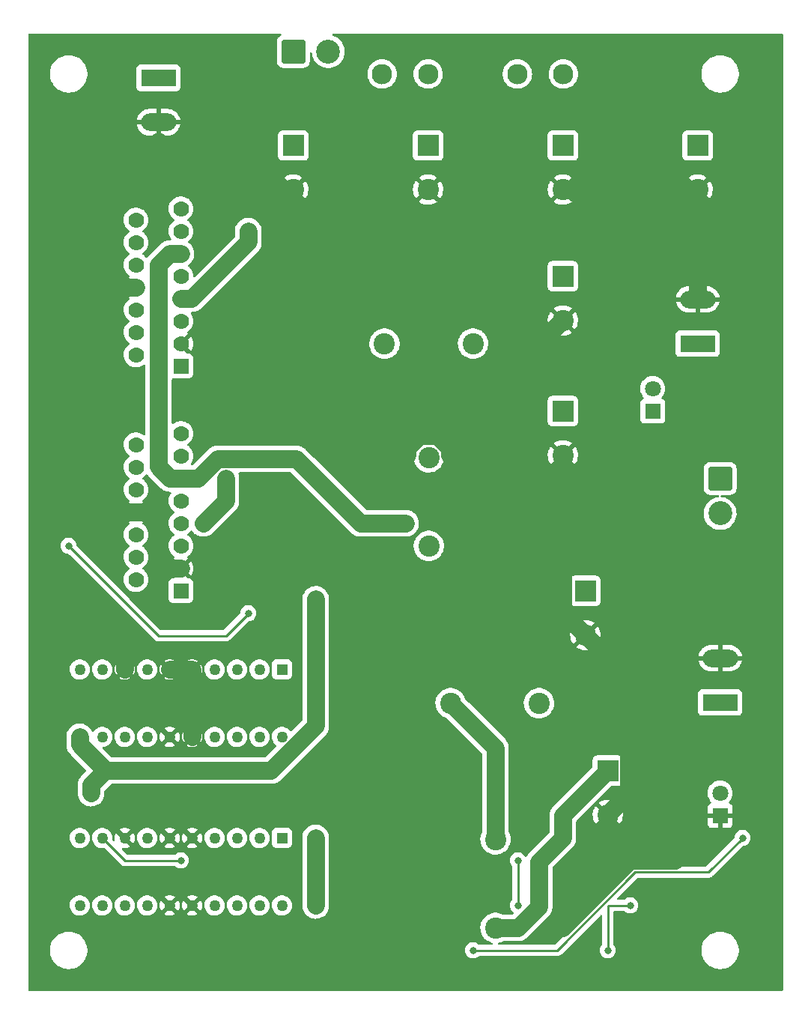
<source format=gbl>
%TF.GenerationSoftware,KiCad,Pcbnew,(6.0.1)*%
%TF.CreationDate,2022-02-23T20:13:36+01:00*%
%TF.ProjectId,PSU,5053552e-6b69-4636-9164-5f7063625858,rev?*%
%TF.SameCoordinates,Original*%
%TF.FileFunction,Copper,L2,Bot*%
%TF.FilePolarity,Positive*%
%FSLAX46Y46*%
G04 Gerber Fmt 4.6, Leading zero omitted, Abs format (unit mm)*
G04 Created by KiCad (PCBNEW (6.0.1)) date 2022-02-23 20:13:36*
%MOMM*%
%LPD*%
G01*
G04 APERTURE LIST*
G04 Aperture macros list*
%AMRoundRect*
0 Rectangle with rounded corners*
0 $1 Rounding radius*
0 $2 $3 $4 $5 $6 $7 $8 $9 X,Y pos of 4 corners*
0 Add a 4 corners polygon primitive as box body*
4,1,4,$2,$3,$4,$5,$6,$7,$8,$9,$2,$3,0*
0 Add four circle primitives for the rounded corners*
1,1,$1+$1,$2,$3*
1,1,$1+$1,$4,$5*
1,1,$1+$1,$6,$7*
1,1,$1+$1,$8,$9*
0 Add four rect primitives between the rounded corners*
20,1,$1+$1,$2,$3,$4,$5,0*
20,1,$1+$1,$4,$5,$6,$7,0*
20,1,$1+$1,$6,$7,$8,$9,0*
20,1,$1+$1,$8,$9,$2,$3,0*%
G04 Aperture macros list end*
%TA.AperFunction,ComponentPad*%
%ADD10R,2.400000X2.400000*%
%TD*%
%TA.AperFunction,ComponentPad*%
%ADD11C,2.400000*%
%TD*%
%TA.AperFunction,ComponentPad*%
%ADD12R,3.960000X1.980000*%
%TD*%
%TA.AperFunction,ComponentPad*%
%ADD13O,3.960000X1.980000*%
%TD*%
%TA.AperFunction,ComponentPad*%
%ADD14R,1.270000X1.270000*%
%TD*%
%TA.AperFunction,ComponentPad*%
%ADD15C,1.270000*%
%TD*%
%TA.AperFunction,ComponentPad*%
%ADD16R,1.778000X1.778000*%
%TD*%
%TA.AperFunction,ComponentPad*%
%ADD17C,1.778000*%
%TD*%
%TA.AperFunction,ComponentPad*%
%ADD18RoundRect,0.250001X-1.099999X1.099999X-1.099999X-1.099999X1.099999X-1.099999X1.099999X1.099999X0*%
%TD*%
%TA.AperFunction,ComponentPad*%
%ADD19C,2.700000*%
%TD*%
%TA.AperFunction,ComponentPad*%
%ADD20C,2.300000*%
%TD*%
%TA.AperFunction,ComponentPad*%
%ADD21R,1.800000X1.800000*%
%TD*%
%TA.AperFunction,ComponentPad*%
%ADD22C,1.800000*%
%TD*%
%TA.AperFunction,ComponentPad*%
%ADD23RoundRect,0.250001X-1.099999X-1.099999X1.099999X-1.099999X1.099999X1.099999X-1.099999X1.099999X0*%
%TD*%
%TA.AperFunction,ViaPad*%
%ADD24C,0.800000*%
%TD*%
%TA.AperFunction,Conductor*%
%ADD25C,2.000000*%
%TD*%
%TA.AperFunction,Conductor*%
%ADD26C,0.250000*%
%TD*%
G04 APERTURE END LIST*
D10*
%TO.P,C3,1*%
%TO.N,+12V*%
X76200000Y-81280000D03*
D11*
%TO.P,C3,2*%
%TO.N,GND*%
X76200000Y-86280000D03*
%TD*%
D12*
%TO.P,J1,1,Pin_1*%
%TO.N,/VBATPRESWITCH*%
X27940000Y-23320000D03*
D13*
%TO.P,J1,2,Pin_2*%
%TO.N,GND*%
X27940000Y-28320000D03*
%TD*%
D11*
%TO.P,L4,1,1*%
%TO.N,/5VOUTPREIND*%
X58500000Y-76200000D03*
%TO.P,L4,2,2*%
%TO.N,+5V*%
X58500000Y-66200000D03*
%TD*%
D10*
%TO.P,C23,1*%
%TO.N,+24V*%
X88900000Y-30940000D03*
D11*
%TO.P,C23,2*%
%TO.N,GND*%
X88900000Y-35940000D03*
%TD*%
D14*
%TO.P,CR2,1,BOOTSTRAP*%
%TO.N,Net-(C18-Pad1)*%
X41910000Y-109220000D03*
D15*
%TO.P,CR2,2,RESETDELAY*%
%TO.N,unconnected-(CR2-Pad2)*%
X39370000Y-109220000D03*
%TO.P,CR2,3,RESETOUT*%
%TO.N,unconnected-(CR2-Pad3)*%
X36830000Y-109220000D03*
%TO.P,CR2,4,PFAILINPUT*%
%TO.N,unconnected-(CR2-Pad4)*%
X34290000Y-109220000D03*
%TO.P,CR2,5,GND*%
%TO.N,GND*%
X31750000Y-109220000D03*
%TO.P,CR2,6,GND*%
X29210000Y-109220000D03*
%TO.P,CR2,7,FREQCOMP*%
%TO.N,Net-(C15-Pad1)*%
X26670000Y-109220000D03*
%TO.P,CR2,8,SOFTSTART*%
%TO.N,GND*%
X24130000Y-109220000D03*
%TO.P,CR2,9,FEEDBACKIN*%
%TO.N,Net-(C14-Pad2)*%
X21590000Y-109220000D03*
%TO.P,CR2,10,SYNCINPUT*%
%TO.N,Net-(CR2-Pad10)*%
X19050000Y-109220000D03*
%TO.P,CR2,11,VI*%
%TO.N,+24V*%
X19050000Y-116840000D03*
%TO.P,CR2,12,NC*%
%TO.N,unconnected-(CR2-Pad12)*%
X21590000Y-116840000D03*
%TO.P,CR2,13,VREF*%
%TO.N,unconnected-(CR2-Pad13)*%
X24130000Y-116840000D03*
%TO.P,CR2,14,VSTART*%
%TO.N,unconnected-(CR2-Pad14)*%
X26670000Y-116840000D03*
%TO.P,CR2,15,GND*%
%TO.N,GND*%
X29210000Y-116840000D03*
%TO.P,CR2,16,GND*%
X31750000Y-116840000D03*
%TO.P,CR2,17,ROSC*%
%TO.N,Net-(CR2-Pad17)*%
X34290000Y-116840000D03*
%TO.P,CR2,18,COSC*%
%TO.N,Net-(C25-Pad1)*%
X36830000Y-116840000D03*
%TO.P,CR2,19,NC*%
%TO.N,unconnected-(CR2-Pad19)*%
X39370000Y-116840000D03*
%TO.P,CR2,20,OUTPUT*%
%TO.N,/12VOUTPREIND*%
X41910000Y-116840000D03*
%TD*%
D10*
%TO.P,C10,1*%
%TO.N,+24V*%
X58420000Y-30940000D03*
D11*
%TO.P,C10,2*%
%TO.N,GND*%
X58420000Y-35940000D03*
%TD*%
D12*
%TO.P,J5,1,Pin_1*%
%TO.N,+5V*%
X88900000Y-53340000D03*
D13*
%TO.P,J5,2,Pin_2*%
%TO.N,GND*%
X88900000Y-48340000D03*
%TD*%
D14*
%TO.P,CR1,1,BOOTSTRAP*%
%TO.N,Net-(C5-Pad1)*%
X41910000Y-90170000D03*
D15*
%TO.P,CR1,2,RESETDELAY*%
%TO.N,unconnected-(CR1-Pad2)*%
X39370000Y-90170000D03*
%TO.P,CR1,3,RESETOUT*%
%TO.N,unconnected-(CR1-Pad3)*%
X36830000Y-90170000D03*
%TO.P,CR1,4,PFAILINPUT*%
%TO.N,unconnected-(CR1-Pad4)*%
X34290000Y-90170000D03*
%TO.P,CR1,5,GND*%
%TO.N,GND*%
X31750000Y-90170000D03*
%TO.P,CR1,6,GND*%
X29210000Y-90170000D03*
%TO.P,CR1,7,FREQCOMP*%
%TO.N,Net-(C2-Pad1)*%
X26670000Y-90170000D03*
%TO.P,CR1,8,SOFTSTART*%
%TO.N,GND*%
X24130000Y-90170000D03*
%TO.P,CR1,9,FEEDBACKIN*%
%TO.N,Net-(C1-Pad2)*%
X21590000Y-90170000D03*
%TO.P,CR1,10,SYNCINPUT*%
%TO.N,Net-(CR1-Pad10)*%
X19050000Y-90170000D03*
%TO.P,CR1,11,VI*%
%TO.N,+24V*%
X19050000Y-97790000D03*
%TO.P,CR1,12,NC*%
%TO.N,unconnected-(CR1-Pad12)*%
X21590000Y-97790000D03*
%TO.P,CR1,13,VREF*%
%TO.N,unconnected-(CR1-Pad13)*%
X24130000Y-97790000D03*
%TO.P,CR1,14,VSTART*%
%TO.N,unconnected-(CR1-Pad14)*%
X26670000Y-97790000D03*
%TO.P,CR1,15,GND*%
%TO.N,GND*%
X29210000Y-97790000D03*
%TO.P,CR1,16,GND*%
X31750000Y-97790000D03*
%TO.P,CR1,17,ROSC*%
%TO.N,Net-(CR1-Pad17)*%
X34290000Y-97790000D03*
%TO.P,CR1,18,COSC*%
%TO.N,Net-(C12-Pad1)*%
X36830000Y-97790000D03*
%TO.P,CR1,19,NC*%
%TO.N,unconnected-(CR1-Pad19)*%
X39370000Y-97790000D03*
%TO.P,CR1,20,OUTPUT*%
%TO.N,/12VOUTPREIND*%
X41910000Y-97790000D03*
%TD*%
D10*
%TO.P,C16,1*%
%TO.N,+12V*%
X78740000Y-101600000D03*
D11*
%TO.P,C16,2*%
%TO.N,GND*%
X78740000Y-106600000D03*
%TD*%
D16*
%TO.P,U6,1,R_OSC*%
%TO.N,Net-(R10-Pad2)*%
X30480000Y-81280000D03*
D17*
%TO.P,U6,2,C_OSC*%
%TO.N,Net-(C19-Pad2)*%
X25400000Y-80010000D03*
%TO.P,U6,3,RST*%
%TO.N,GND*%
X30480000Y-78740000D03*
%TO.P,U6,4,RST_OUT*%
%TO.N,unconnected-(U6-Pad4)*%
X25400000Y-77470000D03*
%TO.P,U6,5,RST_DLY*%
%TO.N,unconnected-(U6-Pad5)*%
X30480000Y-76200000D03*
%TO.P,U6,6,BOOT*%
%TO.N,Net-(C20-Pad2)*%
X25400000Y-74930000D03*
%TO.P,U6,7,OUT*%
%TO.N,/5VOUTPREIND*%
X30480000Y-73660000D03*
%TO.P,U6,8,GND*%
%TO.N,GND*%
X25400000Y-72390000D03*
%TO.P,U6,9,VI*%
%TO.N,+24V*%
X30480000Y-71120000D03*
%TO.P,U6,10,FCOMP*%
%TO.N,Net-(C26-Pad1)*%
X25400000Y-69850000D03*
%TO.P,U6,11,FB*%
%TO.N,+5V*%
X30480000Y-68580000D03*
%TO.P,U6,12,SS*%
%TO.N,unconnected-(U6-Pad12)*%
X25400000Y-67310000D03*
%TO.P,U6,13,SYNC*%
%TO.N,Net-(CR2-Pad10)*%
X30480000Y-66040000D03*
%TO.P,U6,14,VREF*%
%TO.N,unconnected-(U6-Pad14)*%
X25400000Y-64770000D03*
%TO.P,U6,15,VSTART*%
%TO.N,unconnected-(U6-Pad15)*%
X30480000Y-63500000D03*
%TD*%
D10*
%TO.P,C9,1*%
%TO.N,+24V*%
X43180000Y-30940000D03*
D11*
%TO.P,C9,2*%
%TO.N,GND*%
X43180000Y-35940000D03*
%TD*%
D18*
%TO.P,EMER_STOP1,1,Pin_1*%
%TO.N,+12V*%
X91440000Y-68580000D03*
D19*
%TO.P,EMER_STOP1,2,Pin_2*%
%TO.N,/12VOUTPOSTEMER*%
X91440000Y-72540000D03*
%TD*%
D20*
%TO.P,F1,1*%
%TO.N,/VBATPOSTSWITCH*%
X53220000Y-22860000D03*
X58420000Y-22860000D03*
%TO.P,F1,2*%
%TO.N,+24V*%
X73720000Y-22860000D03*
X68520000Y-22860000D03*
%TD*%
D16*
%TO.P,U3,1,R_OSC*%
%TO.N,Net-(R4-Pad2)*%
X30480000Y-55880000D03*
D17*
%TO.P,U3,2,C_OSC*%
%TO.N,Net-(C6-Pad2)*%
X25400000Y-54610000D03*
%TO.P,U3,3,RST*%
%TO.N,GND*%
X30480000Y-53340000D03*
%TO.P,U3,4,RST_OUT*%
%TO.N,unconnected-(U3-Pad4)*%
X25400000Y-52070000D03*
%TO.P,U3,5,RST_DLY*%
%TO.N,unconnected-(U3-Pad5)*%
X30480000Y-50800000D03*
%TO.P,U3,6,BOOT*%
%TO.N,Net-(C7-Pad2)*%
X25400000Y-49530000D03*
%TO.P,U3,7,OUT*%
%TO.N,/5VOUTPREIND*%
X30480000Y-48260000D03*
%TO.P,U3,8,GND*%
%TO.N,GND*%
X25400000Y-46990000D03*
%TO.P,U3,9,VI*%
%TO.N,+24V*%
X30480000Y-45720000D03*
%TO.P,U3,10,FCOMP*%
%TO.N,Net-(C13-Pad1)*%
X25400000Y-44450000D03*
%TO.P,U3,11,FB*%
%TO.N,+5V*%
X30480000Y-43180000D03*
%TO.P,U3,12,SS*%
%TO.N,unconnected-(U3-Pad12)*%
X25400000Y-41910000D03*
%TO.P,U3,13,SYNC*%
%TO.N,Net-(CR1-Pad10)*%
X30480000Y-40640000D03*
%TO.P,U3,14,VREF*%
%TO.N,unconnected-(U3-Pad14)*%
X25400000Y-39370000D03*
%TO.P,U3,15,VSTART*%
%TO.N,unconnected-(U3-Pad15)*%
X30480000Y-38100000D03*
%TD*%
D10*
%TO.P,C8,1*%
%TO.N,+5V*%
X73660000Y-45720000D03*
D11*
%TO.P,C8,2*%
%TO.N,GND*%
X73660000Y-50720000D03*
%TD*%
D12*
%TO.P,J3,1,Pin_1*%
%TO.N,/12VOUTPOSTEMER*%
X91440000Y-93900000D03*
D13*
%TO.P,J3,2,Pin_2*%
%TO.N,GND*%
X91440000Y-88900000D03*
%TD*%
D21*
%TO.P,D2,1,K*%
%TO.N,Net-(D2-Pad1)*%
X83820000Y-60960000D03*
D22*
%TO.P,D2,2,A*%
%TO.N,+5V*%
X83820000Y-58420000D03*
%TD*%
D10*
%TO.P,C22,1*%
%TO.N,+24V*%
X73660000Y-30940000D03*
D11*
%TO.P,C22,2*%
%TO.N,GND*%
X73660000Y-35940000D03*
%TD*%
D23*
%TO.P,SW1,1,A*%
%TO.N,/VBATPRESWITCH*%
X43180000Y-20320000D03*
D19*
%TO.P,SW1,2,B*%
%TO.N,/VBATPOSTSWITCH*%
X47140000Y-20320000D03*
%TD*%
D10*
%TO.P,C21,1*%
%TO.N,+5V*%
X73660000Y-60960000D03*
D11*
%TO.P,C21,2*%
%TO.N,GND*%
X73660000Y-65960000D03*
%TD*%
%TO.P,L2,1,1*%
%TO.N,/5VOUTPREIND*%
X53500000Y-53340000D03*
%TO.P,L2,2,2*%
%TO.N,+5V*%
X63500000Y-53340000D03*
%TD*%
%TO.P,L3,1,1*%
%TO.N,+12V*%
X66040000Y-119380000D03*
%TO.P,L3,2,2*%
%TO.N,/12VOUTPREIND*%
X66040000Y-109380000D03*
%TD*%
D21*
%TO.P,D1,1,K*%
%TO.N,GND*%
X91440000Y-106680000D03*
D22*
%TO.P,D1,2,A*%
%TO.N,Net-(D1-Pad2)*%
X91440000Y-104140000D03*
%TD*%
D11*
%TO.P,L1,1,1*%
%TO.N,+12V*%
X70960000Y-93980000D03*
%TO.P,L1,2,2*%
%TO.N,/12VOUTPREIND*%
X60960000Y-93980000D03*
%TD*%
D24*
%TO.N,/12VOUTPREIND*%
X45720000Y-109220000D03*
X45720000Y-116840000D03*
%TO.N,+12V*%
X71120000Y-114300000D03*
%TO.N,GND*%
X22860000Y-35560000D03*
X60960000Y-58420000D03*
X22860000Y-66040000D03*
X73660000Y-119380000D03*
X86360000Y-111760000D03*
X34869930Y-53340000D03*
X60960000Y-109220000D03*
X22860000Y-40640000D03*
X44770000Y-122870000D03*
X22860000Y-86360000D03*
X63500000Y-78740000D03*
%TO.N,/5VOUTPREIND*%
X35560000Y-68580000D03*
X33020000Y-73660000D03*
X38100000Y-40640000D03*
%TO.N,+12V*%
X73660000Y-109220000D03*
%TO.N,Net-(C1-Pad2)*%
X78740000Y-121920000D03*
X81280000Y-116840000D03*
X68580000Y-111760000D03*
X68580000Y-116840000D03*
%TO.N,Net-(C14-Pad2)*%
X30480000Y-111760000D03*
%TO.N,Net-(C15-Pad1)*%
X93980000Y-109220000D03*
X63500000Y-121920000D03*
%TO.N,Net-(C20-Pad2)*%
X17780000Y-76200000D03*
X38100000Y-83820000D03*
%TO.N,+5V*%
X55880000Y-73660000D03*
%TO.N,+24V*%
X45720000Y-82260480D03*
X20320000Y-104140000D03*
%TD*%
D25*
%TO.N,GND*%
X29210000Y-90170000D02*
X31750000Y-90170000D01*
X31750000Y-97790000D02*
X31750000Y-90170000D01*
X73660000Y-68420000D02*
X71040000Y-71040000D01*
X73660000Y-65960000D02*
X73660000Y-68420000D01*
X71040000Y-71040000D02*
X68660000Y-71040000D01*
X73660000Y-71040000D02*
X71040000Y-71040000D01*
%TO.N,/12VOUTPREIND*%
X45720000Y-116840000D02*
X45720000Y-109220000D01*
X66040000Y-99060000D02*
X60960000Y-93980000D01*
X66040000Y-109380000D02*
X66040000Y-99060000D01*
%TO.N,GND*%
X27940000Y-30860000D02*
X33020000Y-35940000D01*
X27940000Y-30480000D02*
X27940000Y-30860000D01*
X22860000Y-35560000D02*
X27940000Y-30480000D01*
X33020000Y-35940000D02*
X43180000Y-35940000D01*
%TO.N,+12V*%
X70960000Y-117000000D02*
X70960000Y-111920000D01*
X66040000Y-119380000D02*
X68580000Y-119380000D01*
X68580000Y-119380000D02*
X70960000Y-117000000D01*
X70960000Y-111920000D02*
X73660000Y-109220000D01*
%TO.N,GND*%
X60960000Y-73660000D02*
X53260000Y-65960000D01*
X63500000Y-73660000D02*
X60960000Y-73660000D01*
X53260000Y-65960000D02*
X56100489Y-65960000D01*
X47489930Y-65960000D02*
X53260000Y-65960000D01*
X63460000Y-63540000D02*
X63460000Y-60920000D01*
X61040000Y-65960000D02*
X63460000Y-63540000D01*
X60899511Y-65206089D02*
X60899511Y-65960000D01*
X56100489Y-65206089D02*
X57506089Y-63800489D01*
X60899511Y-65960000D02*
X61040000Y-65960000D01*
X56100489Y-65960000D02*
X56100489Y-65206089D01*
X59493911Y-63800489D02*
X60899511Y-65206089D01*
X34869930Y-53340000D02*
X47489930Y-65960000D01*
X57506089Y-63800489D02*
X59493911Y-63800489D01*
X66040000Y-73660000D02*
X63500000Y-73660000D01*
X27940000Y-77457235D02*
X29222765Y-78740000D01*
X22860000Y-45707235D02*
X22860000Y-40640000D01*
X43180000Y-35940000D02*
X43180000Y-37441472D01*
X24142765Y-72390000D02*
X25400000Y-72390000D01*
X62848528Y-57110000D02*
X67270000Y-57110000D01*
X73660000Y-83740000D02*
X73660000Y-71040000D01*
X63500000Y-78740000D02*
X63500000Y-73660000D01*
X22860000Y-86360000D02*
X24130000Y-87630000D01*
X78740000Y-109220000D02*
X78740000Y-106600000D01*
X60960000Y-58420000D02*
X63460000Y-60920000D01*
X43180000Y-37441472D02*
X62848528Y-57110000D01*
X24142765Y-46990000D02*
X22860000Y-45707235D01*
X88900000Y-35940000D02*
X73660000Y-35940000D01*
X88900000Y-48340000D02*
X88900000Y-35940000D01*
X47310000Y-122870000D02*
X44770000Y-122870000D01*
X24130000Y-87630000D02*
X24130000Y-90170000D01*
X60960000Y-109220000D02*
X47310000Y-122870000D01*
X68660000Y-71040000D02*
X66040000Y-73660000D01*
X81139511Y-91219511D02*
X76200000Y-86280000D01*
X67270000Y-57110000D02*
X73660000Y-50720000D01*
X76200000Y-86280000D02*
X73660000Y-83740000D01*
X29222765Y-78740000D02*
X30480000Y-78740000D01*
X25400000Y-46990000D02*
X24142765Y-46990000D01*
X22860000Y-71107235D02*
X24142765Y-72390000D01*
X22860000Y-66040000D02*
X22860000Y-71107235D01*
X26657235Y-72390000D02*
X27940000Y-73672765D01*
X78740000Y-106600000D02*
X81139511Y-104200489D01*
X27940000Y-73672765D02*
X27940000Y-77457235D01*
X81280000Y-111760000D02*
X78740000Y-109220000D01*
X63460000Y-60920000D02*
X67270000Y-57110000D01*
X81280000Y-111760000D02*
X86360000Y-111760000D01*
X81139511Y-104200489D02*
X81139511Y-91219511D01*
X25400000Y-72390000D02*
X26657235Y-72390000D01*
X73660000Y-119380000D02*
X81280000Y-111760000D01*
%TO.N,/5VOUTPREIND*%
X31737235Y-48260000D02*
X38100000Y-41897235D01*
X35560000Y-71120000D02*
X35560000Y-68580000D01*
X30480000Y-48260000D02*
X31737235Y-48260000D01*
X33020000Y-73660000D02*
X35560000Y-71120000D01*
X38100000Y-41897235D02*
X38100000Y-40640000D01*
%TO.N,+12V*%
X73660000Y-106680000D02*
X78740000Y-101600000D01*
X73660000Y-109220000D02*
X73660000Y-106680000D01*
D26*
%TO.N,Net-(C1-Pad2)*%
X78740000Y-116840000D02*
X81280000Y-116840000D01*
X68580000Y-111760000D02*
X68580000Y-116840000D01*
X78740000Y-121920000D02*
X78740000Y-116840000D01*
%TO.N,Net-(C14-Pad2)*%
X30480000Y-111760000D02*
X24130000Y-111760000D01*
X24130000Y-111760000D02*
X21590000Y-109220000D01*
%TO.N,Net-(C15-Pad1)*%
X90115480Y-113084520D02*
X93980000Y-109220000D01*
X73024283Y-121920000D02*
X81859763Y-113084520D01*
X63500000Y-121920000D02*
X73024283Y-121920000D01*
X81859763Y-113084520D02*
X90115480Y-113084520D01*
X63500011Y-121920011D02*
X63500000Y-121920000D01*
%TO.N,Net-(C20-Pad2)*%
X17780000Y-76200000D02*
X27940000Y-86360000D01*
X27940000Y-86360000D02*
X35560000Y-86360000D01*
X35560000Y-86360000D02*
X38100000Y-83820000D01*
D25*
%TO.N,+5V*%
X27940000Y-67297235D02*
X29222765Y-68580000D01*
X50800000Y-73660000D02*
X55880000Y-73660000D01*
X32449409Y-68580000D02*
X34648929Y-66380480D01*
X43520480Y-66380480D02*
X50800000Y-73660000D01*
X34648929Y-66380480D02*
X43520480Y-66380480D01*
X29222765Y-43180000D02*
X27940000Y-44462765D01*
X30480000Y-68580000D02*
X32449409Y-68580000D01*
X30480000Y-43180000D02*
X29222765Y-43180000D01*
X29222765Y-68580000D02*
X30480000Y-68580000D01*
X27940000Y-44462765D02*
X27940000Y-67297235D01*
%TO.N,+24V*%
X45720000Y-96574391D02*
X40694391Y-101600000D01*
X19050000Y-98688025D02*
X19050000Y-97790000D01*
X21961975Y-101600000D02*
X19050000Y-98688025D01*
X20320000Y-104140000D02*
X20320000Y-103241975D01*
X20320000Y-103241975D02*
X21961975Y-101600000D01*
X45720000Y-82260480D02*
X45720000Y-96574391D01*
X40694391Y-101600000D02*
X21961975Y-101600000D01*
%TD*%
%TA.AperFunction,Conductor*%
%TO.N,GND*%
G36*
X41773469Y-18308002D02*
G01*
X41819962Y-18361658D01*
X41830066Y-18431932D01*
X41800572Y-18496512D01*
X41760140Y-18527087D01*
X41756055Y-18528450D01*
X41605652Y-18621522D01*
X41480695Y-18746697D01*
X41476855Y-18752927D01*
X41476854Y-18752928D01*
X41397446Y-18881752D01*
X41387885Y-18897262D01*
X41332203Y-19065139D01*
X41321500Y-19169600D01*
X41321500Y-21470400D01*
X41321837Y-21473646D01*
X41321837Y-21473650D01*
X41326368Y-21517313D01*
X41332474Y-21576165D01*
X41334655Y-21582701D01*
X41334655Y-21582703D01*
X41365441Y-21674980D01*
X41388450Y-21743945D01*
X41481522Y-21894348D01*
X41606697Y-22019305D01*
X41612927Y-22023145D01*
X41612928Y-22023146D01*
X41750090Y-22107694D01*
X41757262Y-22112115D01*
X41812459Y-22130423D01*
X41918611Y-22165632D01*
X41918613Y-22165632D01*
X41925139Y-22167797D01*
X41931975Y-22168497D01*
X41931978Y-22168498D01*
X41975031Y-22172909D01*
X42029600Y-22178500D01*
X44330400Y-22178500D01*
X44333646Y-22178163D01*
X44333650Y-22178163D01*
X44429307Y-22168238D01*
X44429311Y-22168237D01*
X44436165Y-22167526D01*
X44442701Y-22165345D01*
X44442703Y-22165345D01*
X44574805Y-22121272D01*
X44603945Y-22111550D01*
X44754348Y-22018478D01*
X44879305Y-21893303D01*
X44888504Y-21878379D01*
X44968275Y-21748968D01*
X44968276Y-21748966D01*
X44972115Y-21742738D01*
X45027797Y-21574861D01*
X45038500Y-21470400D01*
X45038500Y-20549536D01*
X45058502Y-20481415D01*
X45112158Y-20434922D01*
X45182432Y-20424818D01*
X45247012Y-20454312D01*
X45285396Y-20514038D01*
X45288450Y-20526899D01*
X45335290Y-20783371D01*
X45418584Y-21033034D01*
X45432960Y-21061804D01*
X45519265Y-21234527D01*
X45536225Y-21268470D01*
X45538754Y-21272129D01*
X45673530Y-21467134D01*
X45685865Y-21484982D01*
X45712779Y-21514097D01*
X45841956Y-21653839D01*
X45864520Y-21678249D01*
X46068623Y-21844415D01*
X46072431Y-21846708D01*
X46072433Y-21846709D01*
X46290288Y-21977868D01*
X46290292Y-21977870D01*
X46294104Y-21980165D01*
X46430026Y-22037721D01*
X46532359Y-22081054D01*
X46532364Y-22081056D01*
X46536462Y-22082791D01*
X46540760Y-22083930D01*
X46540764Y-22083932D01*
X46619201Y-22104729D01*
X46790862Y-22150244D01*
X47052229Y-22181179D01*
X47315347Y-22174978D01*
X47319745Y-22174246D01*
X47570576Y-22132496D01*
X47570580Y-22132495D01*
X47574966Y-22131765D01*
X47579207Y-22130424D01*
X47579210Y-22130423D01*
X47821661Y-22053746D01*
X47821663Y-22053745D01*
X47825907Y-22052403D01*
X47829918Y-22050477D01*
X47829923Y-22050475D01*
X48059143Y-21940405D01*
X48059144Y-21940404D01*
X48063162Y-21938475D01*
X48173187Y-21864958D01*
X48278289Y-21794732D01*
X48278293Y-21794729D01*
X48281997Y-21792254D01*
X48285314Y-21789283D01*
X48285318Y-21789280D01*
X48474729Y-21619629D01*
X48474730Y-21619628D01*
X48478047Y-21616657D01*
X48647398Y-21415189D01*
X48670781Y-21377697D01*
X48760070Y-21234527D01*
X48786674Y-21191869D01*
X48848399Y-21052250D01*
X48891295Y-20955219D01*
X48893093Y-20951152D01*
X48964534Y-20697843D01*
X48984454Y-20549536D01*
X48999143Y-20440176D01*
X48999144Y-20440168D01*
X48999570Y-20436994D01*
X49003247Y-20320000D01*
X48984659Y-20057466D01*
X48973167Y-20004085D01*
X48930201Y-19804523D01*
X48929264Y-19800171D01*
X48910218Y-19748543D01*
X48839710Y-19557424D01*
X48838169Y-19553247D01*
X48713191Y-19321622D01*
X48556824Y-19109918D01*
X48519476Y-19071978D01*
X48375318Y-18925539D01*
X48372187Y-18922358D01*
X48368647Y-18919657D01*
X48368641Y-18919651D01*
X48166506Y-18765386D01*
X48166502Y-18765383D01*
X48162965Y-18762684D01*
X47933332Y-18634084D01*
X47687870Y-18539122D01*
X47681323Y-18537605D01*
X47677620Y-18536746D01*
X47615775Y-18501879D01*
X47582598Y-18439111D01*
X47588622Y-18368371D01*
X47631936Y-18312117D01*
X47698786Y-18288211D01*
X47706070Y-18288000D01*
X98426000Y-18288000D01*
X98494121Y-18308002D01*
X98540614Y-18361658D01*
X98552000Y-18414000D01*
X98552000Y-126366000D01*
X98531998Y-126434121D01*
X98478342Y-126480614D01*
X98426000Y-126492000D01*
X13334000Y-126492000D01*
X13265879Y-126471998D01*
X13219386Y-126418342D01*
X13208000Y-126366000D01*
X13208000Y-122052703D01*
X15670743Y-122052703D01*
X15708268Y-122337734D01*
X15709401Y-122341874D01*
X15709401Y-122341876D01*
X15712005Y-122351395D01*
X15784129Y-122615036D01*
X15785813Y-122618984D01*
X15875180Y-122828500D01*
X15896923Y-122879476D01*
X16044561Y-123126161D01*
X16224313Y-123350528D01*
X16432851Y-123548423D01*
X16666317Y-123716186D01*
X16670112Y-123718195D01*
X16670113Y-123718196D01*
X16691869Y-123729715D01*
X16920392Y-123850712D01*
X17190373Y-123949511D01*
X17471264Y-124010755D01*
X17499841Y-124013004D01*
X17694282Y-124028307D01*
X17694291Y-124028307D01*
X17696739Y-124028500D01*
X17852271Y-124028500D01*
X17854407Y-124028354D01*
X17854418Y-124028354D01*
X18062548Y-124014165D01*
X18062554Y-124014164D01*
X18066825Y-124013873D01*
X18071020Y-124013004D01*
X18071022Y-124013004D01*
X18207583Y-123984724D01*
X18348342Y-123955574D01*
X18619343Y-123859607D01*
X18874812Y-123727750D01*
X18878313Y-123725289D01*
X18878317Y-123725287D01*
X18992418Y-123645095D01*
X19110023Y-123562441D01*
X19320622Y-123366740D01*
X19502713Y-123144268D01*
X19652927Y-122899142D01*
X19768483Y-122635898D01*
X19781689Y-122589540D01*
X19810896Y-122487006D01*
X19847244Y-122359406D01*
X19887751Y-122074784D01*
X19887845Y-122056951D01*
X19888562Y-121920000D01*
X62586496Y-121920000D01*
X62606458Y-122109928D01*
X62665473Y-122291556D01*
X62760960Y-122456944D01*
X62765378Y-122461851D01*
X62765379Y-122461852D01*
X62847452Y-122553003D01*
X62888747Y-122598866D01*
X63043248Y-122711118D01*
X63049276Y-122713802D01*
X63049278Y-122713803D01*
X63211681Y-122786109D01*
X63217712Y-122788794D01*
X63311113Y-122808647D01*
X63398056Y-122827128D01*
X63398061Y-122827128D01*
X63404513Y-122828500D01*
X63595487Y-122828500D01*
X63601939Y-122827128D01*
X63601944Y-122827128D01*
X63688887Y-122808647D01*
X63782288Y-122788794D01*
X63788319Y-122786109D01*
X63950722Y-122713803D01*
X63950724Y-122713802D01*
X63956752Y-122711118D01*
X64111253Y-122598866D01*
X64115668Y-122593963D01*
X64120580Y-122589540D01*
X64121705Y-122590789D01*
X64175014Y-122557949D01*
X64208200Y-122553500D01*
X72945516Y-122553500D01*
X72956699Y-122554027D01*
X72964192Y-122555702D01*
X72972118Y-122555453D01*
X72972119Y-122555453D01*
X73032269Y-122553562D01*
X73036228Y-122553500D01*
X73064139Y-122553500D01*
X73068074Y-122553003D01*
X73068139Y-122552995D01*
X73079976Y-122552062D01*
X73112234Y-122551048D01*
X73116253Y-122550922D01*
X73124172Y-122550673D01*
X73143626Y-122545021D01*
X73162983Y-122541013D01*
X73175213Y-122539468D01*
X73175214Y-122539468D01*
X73183080Y-122538474D01*
X73190451Y-122535555D01*
X73190453Y-122535555D01*
X73224195Y-122522196D01*
X73235425Y-122518351D01*
X73270266Y-122508229D01*
X73270267Y-122508229D01*
X73277876Y-122506018D01*
X73284695Y-122501985D01*
X73284700Y-122501983D01*
X73295311Y-122495707D01*
X73313059Y-122487012D01*
X73331900Y-122479552D01*
X73367670Y-122453564D01*
X73377590Y-122447048D01*
X73408818Y-122428580D01*
X73408821Y-122428578D01*
X73415645Y-122424542D01*
X73429966Y-122410221D01*
X73445000Y-122397380D01*
X73454977Y-122390131D01*
X73461390Y-122385472D01*
X73489581Y-122351395D01*
X73497571Y-122342616D01*
X77891405Y-117948782D01*
X77953717Y-117914756D01*
X78024532Y-117919821D01*
X78081368Y-117962368D01*
X78106179Y-118028888D01*
X78106500Y-118037877D01*
X78106500Y-121217476D01*
X78086498Y-121285597D01*
X78074142Y-121301779D01*
X78000960Y-121383056D01*
X77905473Y-121548444D01*
X77846458Y-121730072D01*
X77826496Y-121920000D01*
X77846458Y-122109928D01*
X77905473Y-122291556D01*
X78000960Y-122456944D01*
X78005378Y-122461851D01*
X78005379Y-122461852D01*
X78087452Y-122553003D01*
X78128747Y-122598866D01*
X78283248Y-122711118D01*
X78289276Y-122713802D01*
X78289278Y-122713803D01*
X78451681Y-122786109D01*
X78457712Y-122788794D01*
X78551113Y-122808647D01*
X78638056Y-122827128D01*
X78638061Y-122827128D01*
X78644513Y-122828500D01*
X78835487Y-122828500D01*
X78841939Y-122827128D01*
X78841944Y-122827128D01*
X78928887Y-122808647D01*
X79022288Y-122788794D01*
X79028319Y-122786109D01*
X79190722Y-122713803D01*
X79190724Y-122713802D01*
X79196752Y-122711118D01*
X79351253Y-122598866D01*
X79392548Y-122553003D01*
X79474621Y-122461852D01*
X79474622Y-122461851D01*
X79479040Y-122456944D01*
X79574527Y-122291556D01*
X79633542Y-122109928D01*
X79639557Y-122052703D01*
X89330743Y-122052703D01*
X89368268Y-122337734D01*
X89369401Y-122341874D01*
X89369401Y-122341876D01*
X89372005Y-122351395D01*
X89444129Y-122615036D01*
X89445813Y-122618984D01*
X89535180Y-122828500D01*
X89556923Y-122879476D01*
X89704561Y-123126161D01*
X89884313Y-123350528D01*
X90092851Y-123548423D01*
X90326317Y-123716186D01*
X90330112Y-123718195D01*
X90330113Y-123718196D01*
X90351869Y-123729715D01*
X90580392Y-123850712D01*
X90850373Y-123949511D01*
X91131264Y-124010755D01*
X91159841Y-124013004D01*
X91354282Y-124028307D01*
X91354291Y-124028307D01*
X91356739Y-124028500D01*
X91512271Y-124028500D01*
X91514407Y-124028354D01*
X91514418Y-124028354D01*
X91722548Y-124014165D01*
X91722554Y-124014164D01*
X91726825Y-124013873D01*
X91731020Y-124013004D01*
X91731022Y-124013004D01*
X91867583Y-123984724D01*
X92008342Y-123955574D01*
X92279343Y-123859607D01*
X92534812Y-123727750D01*
X92538313Y-123725289D01*
X92538317Y-123725287D01*
X92652418Y-123645095D01*
X92770023Y-123562441D01*
X92980622Y-123366740D01*
X93162713Y-123144268D01*
X93312927Y-122899142D01*
X93428483Y-122635898D01*
X93441689Y-122589540D01*
X93470896Y-122487006D01*
X93507244Y-122359406D01*
X93547751Y-122074784D01*
X93547845Y-122056951D01*
X93549235Y-121791583D01*
X93549235Y-121791576D01*
X93549257Y-121787297D01*
X93511732Y-121502266D01*
X93435871Y-121224964D01*
X93369375Y-121069068D01*
X93324763Y-120964476D01*
X93324761Y-120964472D01*
X93323077Y-120960524D01*
X93236603Y-120816037D01*
X93177643Y-120717521D01*
X93177640Y-120717517D01*
X93175439Y-120713839D01*
X92995687Y-120489472D01*
X92787149Y-120291577D01*
X92553683Y-120123814D01*
X92531843Y-120112250D01*
X92472791Y-120080984D01*
X92299608Y-119989288D01*
X92029627Y-119890489D01*
X91748736Y-119829245D01*
X91717685Y-119826801D01*
X91525718Y-119811693D01*
X91525709Y-119811693D01*
X91523261Y-119811500D01*
X91367729Y-119811500D01*
X91365593Y-119811646D01*
X91365582Y-119811646D01*
X91157452Y-119825835D01*
X91157446Y-119825836D01*
X91153175Y-119826127D01*
X91148980Y-119826996D01*
X91148978Y-119826996D01*
X91012416Y-119855277D01*
X90871658Y-119884426D01*
X90600657Y-119980393D01*
X90345188Y-120112250D01*
X90341687Y-120114711D01*
X90341683Y-120114713D01*
X90331594Y-120121804D01*
X90109977Y-120277559D01*
X89899378Y-120473260D01*
X89717287Y-120695732D01*
X89567073Y-120940858D01*
X89565347Y-120944791D01*
X89565346Y-120944792D01*
X89453243Y-121200170D01*
X89451517Y-121204102D01*
X89450342Y-121208229D01*
X89450341Y-121208230D01*
X89435786Y-121259325D01*
X89372756Y-121480594D01*
X89332249Y-121765216D01*
X89332227Y-121769505D01*
X89332226Y-121769512D01*
X89330765Y-122048417D01*
X89330743Y-122052703D01*
X79639557Y-122052703D01*
X79653504Y-121920000D01*
X79633542Y-121730072D01*
X79574527Y-121548444D01*
X79479040Y-121383056D01*
X79405863Y-121301785D01*
X79375147Y-121237779D01*
X79373500Y-121217476D01*
X79373500Y-117599500D01*
X79393502Y-117531379D01*
X79447158Y-117484886D01*
X79499500Y-117473500D01*
X80571800Y-117473500D01*
X80639921Y-117493502D01*
X80659147Y-117509843D01*
X80659420Y-117509540D01*
X80664332Y-117513963D01*
X80668747Y-117518866D01*
X80677780Y-117525429D01*
X80754420Y-117581111D01*
X80823248Y-117631118D01*
X80829276Y-117633802D01*
X80829278Y-117633803D01*
X80917694Y-117673168D01*
X80997712Y-117708794D01*
X81090172Y-117728447D01*
X81178056Y-117747128D01*
X81178061Y-117747128D01*
X81184513Y-117748500D01*
X81375487Y-117748500D01*
X81381939Y-117747128D01*
X81381944Y-117747128D01*
X81469828Y-117728447D01*
X81562288Y-117708794D01*
X81642306Y-117673168D01*
X81730722Y-117633803D01*
X81730724Y-117633802D01*
X81736752Y-117631118D01*
X81891253Y-117518866D01*
X81963548Y-117438574D01*
X82014621Y-117381852D01*
X82014622Y-117381851D01*
X82019040Y-117376944D01*
X82077314Y-117276010D01*
X82111223Y-117217279D01*
X82111224Y-117217278D01*
X82114527Y-117211556D01*
X82173542Y-117029928D01*
X82174623Y-117019649D01*
X82192814Y-116846565D01*
X82193504Y-116840000D01*
X82173542Y-116650072D01*
X82114527Y-116468444D01*
X82019040Y-116303056D01*
X81967135Y-116245409D01*
X81895675Y-116166045D01*
X81895674Y-116166044D01*
X81891253Y-116161134D01*
X81755589Y-116062568D01*
X81742094Y-116052763D01*
X81742093Y-116052762D01*
X81736752Y-116048882D01*
X81730724Y-116046198D01*
X81730722Y-116046197D01*
X81568319Y-115973891D01*
X81568318Y-115973891D01*
X81562288Y-115971206D01*
X81468888Y-115951353D01*
X81381944Y-115932872D01*
X81381939Y-115932872D01*
X81375487Y-115931500D01*
X81184513Y-115931500D01*
X81178061Y-115932872D01*
X81178056Y-115932872D01*
X81091112Y-115951353D01*
X80997712Y-115971206D01*
X80991682Y-115973891D01*
X80991681Y-115973891D01*
X80829278Y-116046197D01*
X80829276Y-116046198D01*
X80823248Y-116048882D01*
X80817907Y-116052762D01*
X80817906Y-116052763D01*
X80804411Y-116062568D01*
X80668747Y-116161134D01*
X80664332Y-116166037D01*
X80659420Y-116170460D01*
X80658295Y-116169211D01*
X80604986Y-116202051D01*
X80571800Y-116206500D01*
X79937877Y-116206500D01*
X79869756Y-116186498D01*
X79823263Y-116132842D01*
X79813159Y-116062568D01*
X79842653Y-115997988D01*
X79848782Y-115991405D01*
X82085262Y-113754925D01*
X82147574Y-113720899D01*
X82174357Y-113718020D01*
X90036713Y-113718020D01*
X90047896Y-113718547D01*
X90055389Y-113720222D01*
X90063315Y-113719973D01*
X90063316Y-113719973D01*
X90123466Y-113718082D01*
X90127425Y-113718020D01*
X90155336Y-113718020D01*
X90159271Y-113717523D01*
X90159336Y-113717515D01*
X90171173Y-113716582D01*
X90203431Y-113715568D01*
X90207450Y-113715442D01*
X90215369Y-113715193D01*
X90234823Y-113709541D01*
X90254180Y-113705533D01*
X90266410Y-113703988D01*
X90266411Y-113703988D01*
X90274277Y-113702994D01*
X90281648Y-113700075D01*
X90281650Y-113700075D01*
X90315392Y-113686716D01*
X90326622Y-113682871D01*
X90361463Y-113672749D01*
X90361464Y-113672749D01*
X90369073Y-113670538D01*
X90375892Y-113666505D01*
X90375897Y-113666503D01*
X90386508Y-113660227D01*
X90404256Y-113651532D01*
X90423097Y-113644072D01*
X90458867Y-113618084D01*
X90468787Y-113611568D01*
X90500015Y-113593100D01*
X90500018Y-113593098D01*
X90506842Y-113589062D01*
X90521163Y-113574741D01*
X90536197Y-113561900D01*
X90546174Y-113554651D01*
X90552587Y-113549992D01*
X90580778Y-113515915D01*
X90588768Y-113507136D01*
X93930499Y-110165405D01*
X93992811Y-110131379D01*
X94019594Y-110128500D01*
X94075487Y-110128500D01*
X94081939Y-110127128D01*
X94081944Y-110127128D01*
X94169828Y-110108447D01*
X94262288Y-110088794D01*
X94299000Y-110072449D01*
X94430722Y-110013803D01*
X94430724Y-110013802D01*
X94436752Y-110011118D01*
X94591253Y-109898866D01*
X94595675Y-109893955D01*
X94714621Y-109761852D01*
X94714622Y-109761851D01*
X94719040Y-109756944D01*
X94793818Y-109627425D01*
X94811223Y-109597279D01*
X94811224Y-109597278D01*
X94814527Y-109591556D01*
X94873542Y-109409928D01*
X94874263Y-109403073D01*
X94892814Y-109226565D01*
X94893504Y-109220000D01*
X94887093Y-109158999D01*
X94874232Y-109036635D01*
X94874232Y-109036633D01*
X94873542Y-109030072D01*
X94814527Y-108848444D01*
X94810172Y-108840900D01*
X94722341Y-108688774D01*
X94719040Y-108683056D01*
X94667135Y-108625409D01*
X94595675Y-108546045D01*
X94595674Y-108546044D01*
X94591253Y-108541134D01*
X94462591Y-108447655D01*
X94442094Y-108432763D01*
X94442093Y-108432762D01*
X94436752Y-108428882D01*
X94430724Y-108426198D01*
X94430722Y-108426197D01*
X94268319Y-108353891D01*
X94268318Y-108353891D01*
X94262288Y-108351206D01*
X94167740Y-108331109D01*
X94081944Y-108312872D01*
X94081939Y-108312872D01*
X94075487Y-108311500D01*
X93884513Y-108311500D01*
X93878061Y-108312872D01*
X93878056Y-108312872D01*
X93792260Y-108331109D01*
X93697712Y-108351206D01*
X93691682Y-108353891D01*
X93691681Y-108353891D01*
X93529278Y-108426197D01*
X93529276Y-108426198D01*
X93523248Y-108428882D01*
X93517907Y-108432762D01*
X93517906Y-108432763D01*
X93497409Y-108447655D01*
X93368747Y-108541134D01*
X93364326Y-108546044D01*
X93364325Y-108546045D01*
X93292866Y-108625409D01*
X93240960Y-108683056D01*
X93237659Y-108688774D01*
X93149829Y-108840900D01*
X93145473Y-108848444D01*
X93086458Y-109030072D01*
X93069802Y-109188551D01*
X93069093Y-109195293D01*
X93042080Y-109260950D01*
X93032878Y-109271218D01*
X89889980Y-112414115D01*
X89827668Y-112448141D01*
X89800885Y-112451020D01*
X81938531Y-112451020D01*
X81927348Y-112450493D01*
X81919855Y-112448818D01*
X81911929Y-112449067D01*
X81911928Y-112449067D01*
X81851765Y-112450958D01*
X81847807Y-112451020D01*
X81819907Y-112451020D01*
X81815917Y-112451524D01*
X81804083Y-112452456D01*
X81759874Y-112453846D01*
X81752258Y-112456059D01*
X81752256Y-112456059D01*
X81740415Y-112459499D01*
X81721056Y-112463508D01*
X81719746Y-112463674D01*
X81700966Y-112466046D01*
X81693600Y-112468962D01*
X81693594Y-112468964D01*
X81659861Y-112482320D01*
X81648631Y-112486165D01*
X81613780Y-112496290D01*
X81606170Y-112498501D01*
X81599347Y-112502536D01*
X81588729Y-112508815D01*
X81570976Y-112517512D01*
X81563331Y-112520539D01*
X81552146Y-112524968D01*
X81545731Y-112529629D01*
X81516375Y-112550957D01*
X81506458Y-112557471D01*
X81468401Y-112579978D01*
X81454080Y-112594299D01*
X81439047Y-112607139D01*
X81422656Y-112619048D01*
X81394465Y-112653125D01*
X81386475Y-112661904D01*
X72798783Y-121249595D01*
X72736471Y-121283621D01*
X72709688Y-121286500D01*
X66482866Y-121286500D01*
X66414745Y-121266498D01*
X66368252Y-121212842D01*
X66358148Y-121142568D01*
X66387642Y-121077988D01*
X66450786Y-121038652D01*
X66458159Y-121036711D01*
X66597793Y-120999948D01*
X66831110Y-120899708D01*
X66831662Y-120900994D01*
X66882722Y-120888500D01*
X68555984Y-120888500D01*
X68559502Y-120888549D01*
X68654150Y-120891193D01*
X68654153Y-120891193D01*
X68659205Y-120891334D01*
X68737098Y-120880941D01*
X68743639Y-120880242D01*
X68772332Y-120877933D01*
X68816923Y-120874346D01*
X68816927Y-120874345D01*
X68821965Y-120873940D01*
X68853878Y-120866101D01*
X68867258Y-120863574D01*
X68899820Y-120859229D01*
X68904661Y-120857768D01*
X68904663Y-120857767D01*
X68975029Y-120836522D01*
X68981392Y-120834781D01*
X69057706Y-120816037D01*
X69087952Y-120803199D01*
X69100763Y-120798561D01*
X69127362Y-120790530D01*
X69132208Y-120789067D01*
X69136756Y-120786849D01*
X69136763Y-120786846D01*
X69202818Y-120754629D01*
X69208820Y-120751893D01*
X69253504Y-120732925D01*
X69281156Y-120721188D01*
X69308956Y-120703681D01*
X69320860Y-120697055D01*
X69350388Y-120682654D01*
X69414600Y-120637357D01*
X69420086Y-120633699D01*
X69482286Y-120594529D01*
X69482287Y-120594528D01*
X69486567Y-120591833D01*
X69490356Y-120588492D01*
X69490362Y-120588488D01*
X69511217Y-120570102D01*
X69521912Y-120561656D01*
X69524863Y-120559574D01*
X69548747Y-120542726D01*
X69570250Y-120523091D01*
X69609966Y-120483375D01*
X69615736Y-120477956D01*
X69664858Y-120434650D01*
X69664861Y-120434647D01*
X69668655Y-120431302D01*
X69671871Y-120427387D01*
X69695178Y-120399013D01*
X69703448Y-120389893D01*
X72009684Y-118083658D01*
X72012206Y-118081204D01*
X72077503Y-118019456D01*
X72084681Y-118012668D01*
X72104997Y-117986097D01*
X72132412Y-117950239D01*
X72136554Y-117945107D01*
X72184187Y-117889138D01*
X72184189Y-117889135D01*
X72187470Y-117885280D01*
X72190090Y-117880954D01*
X72190095Y-117880947D01*
X72204491Y-117857176D01*
X72212163Y-117845929D01*
X72232120Y-117819826D01*
X72269247Y-117750584D01*
X72272510Y-117744863D01*
X72310602Y-117681966D01*
X72310603Y-117681965D01*
X72313220Y-117677643D01*
X72325534Y-117647166D01*
X72331303Y-117634850D01*
X72346831Y-117605891D01*
X72372423Y-117531567D01*
X72374718Y-117525429D01*
X72375803Y-117522745D01*
X72404155Y-117452571D01*
X72407869Y-117436226D01*
X72411432Y-117420540D01*
X72415163Y-117407441D01*
X72425862Y-117376369D01*
X72439243Y-117298900D01*
X72440526Y-117292482D01*
X72456815Y-117220786D01*
X72456815Y-117220785D01*
X72457935Y-117215856D01*
X72459999Y-117183047D01*
X72461585Y-117169547D01*
X72467179Y-117137164D01*
X72468251Y-117113557D01*
X72468436Y-117109494D01*
X72468436Y-117109475D01*
X72468500Y-117108075D01*
X72468500Y-117051893D01*
X72468749Y-117043981D01*
X72472860Y-116978642D01*
X72473178Y-116973588D01*
X72469101Y-116932009D01*
X72468500Y-116919713D01*
X72468500Y-112597031D01*
X72488502Y-112528910D01*
X72505405Y-112507936D01*
X74709666Y-110303675D01*
X74712188Y-110301221D01*
X74781012Y-110236138D01*
X74781014Y-110236135D01*
X74784681Y-110232668D01*
X74832411Y-110170239D01*
X74836552Y-110165108D01*
X74884191Y-110109133D01*
X74884192Y-110109132D01*
X74887470Y-110105280D01*
X74890089Y-110100955D01*
X74890093Y-110100950D01*
X74904491Y-110077176D01*
X74912163Y-110065929D01*
X74932120Y-110039826D01*
X74969243Y-109970592D01*
X74972507Y-109964868D01*
X74974783Y-109961111D01*
X75013221Y-109897642D01*
X75015116Y-109892953D01*
X75015119Y-109892946D01*
X75025533Y-109867172D01*
X75031312Y-109854836D01*
X75044440Y-109830351D01*
X75044442Y-109830347D01*
X75046831Y-109825891D01*
X75049351Y-109818574D01*
X75072405Y-109751619D01*
X75074715Y-109745439D01*
X75102263Y-109677257D01*
X75102264Y-109677254D01*
X75104156Y-109672571D01*
X75111436Y-109640529D01*
X75115169Y-109627425D01*
X75124216Y-109601149D01*
X75125862Y-109596369D01*
X75126722Y-109591389D01*
X75126725Y-109591378D01*
X75139238Y-109518935D01*
X75140530Y-109512467D01*
X75156815Y-109440788D01*
X75156816Y-109440779D01*
X75157935Y-109435855D01*
X75159999Y-109403049D01*
X75161586Y-109389545D01*
X75167179Y-109357164D01*
X75168500Y-109328075D01*
X75168500Y-109271892D01*
X75168749Y-109263980D01*
X75168927Y-109261159D01*
X75173178Y-109193587D01*
X75169101Y-109152006D01*
X75168500Y-109139711D01*
X75168500Y-107973359D01*
X77731386Y-107973359D01*
X77740099Y-107984879D01*
X77828586Y-108049760D01*
X77836505Y-108054708D01*
X78052877Y-108168547D01*
X78061451Y-108172275D01*
X78292282Y-108252885D01*
X78301291Y-108255299D01*
X78541518Y-108300908D01*
X78550775Y-108301962D01*
X78795107Y-108311563D01*
X78804420Y-108311237D01*
X79047478Y-108284618D01*
X79056655Y-108282917D01*
X79293107Y-108220665D01*
X79301926Y-108217628D01*
X79526584Y-108121107D01*
X79534856Y-108116800D01*
X79742777Y-107988135D01*
X79744620Y-107986796D01*
X79752038Y-107975541D01*
X79745974Y-107965184D01*
X79405459Y-107624669D01*
X90032001Y-107624669D01*
X90032371Y-107631490D01*
X90037895Y-107682352D01*
X90041521Y-107697604D01*
X90086676Y-107818054D01*
X90095214Y-107833649D01*
X90171715Y-107935724D01*
X90184276Y-107948285D01*
X90286351Y-108024786D01*
X90301946Y-108033324D01*
X90422394Y-108078478D01*
X90437649Y-108082105D01*
X90488514Y-108087631D01*
X90495328Y-108088000D01*
X91167885Y-108088000D01*
X91183124Y-108083525D01*
X91184329Y-108082135D01*
X91186000Y-108074452D01*
X91186000Y-108069884D01*
X91694000Y-108069884D01*
X91698475Y-108085123D01*
X91699865Y-108086328D01*
X91707548Y-108087999D01*
X92384669Y-108087999D01*
X92391490Y-108087629D01*
X92442352Y-108082105D01*
X92457604Y-108078479D01*
X92578054Y-108033324D01*
X92593649Y-108024786D01*
X92695724Y-107948285D01*
X92708285Y-107935724D01*
X92784786Y-107833649D01*
X92793324Y-107818054D01*
X92838478Y-107697606D01*
X92842105Y-107682351D01*
X92847631Y-107631486D01*
X92848000Y-107624672D01*
X92848000Y-106952115D01*
X92843525Y-106936876D01*
X92842135Y-106935671D01*
X92834452Y-106934000D01*
X91712115Y-106934000D01*
X91696876Y-106938475D01*
X91695671Y-106939865D01*
X91694000Y-106947548D01*
X91694000Y-108069884D01*
X91186000Y-108069884D01*
X91186000Y-106952115D01*
X91181525Y-106936876D01*
X91180135Y-106935671D01*
X91172452Y-106934000D01*
X90050116Y-106934000D01*
X90034877Y-106938475D01*
X90033672Y-106939865D01*
X90032001Y-106947548D01*
X90032001Y-107624669D01*
X79405459Y-107624669D01*
X78752812Y-106972022D01*
X78738868Y-106964408D01*
X78737035Y-106964539D01*
X78730420Y-106968790D01*
X77738044Y-107961166D01*
X77731386Y-107973359D01*
X75168500Y-107973359D01*
X75168500Y-107357031D01*
X75188502Y-107288910D01*
X75205405Y-107267936D01*
X75913506Y-106559835D01*
X77028022Y-106559835D01*
X77039754Y-106804064D01*
X77040891Y-106813324D01*
X77088593Y-107053143D01*
X77091082Y-107062118D01*
X77173708Y-107292250D01*
X77177505Y-107300778D01*
X77293234Y-107516160D01*
X77298245Y-107524027D01*
X77355173Y-107600263D01*
X77366431Y-107608712D01*
X77378850Y-107601940D01*
X78367978Y-106612812D01*
X78374356Y-106601132D01*
X79104408Y-106601132D01*
X79104539Y-106602965D01*
X79108790Y-106609580D01*
X80103732Y-107604522D01*
X80116112Y-107611282D01*
X80124453Y-107605038D01*
X80242700Y-107421202D01*
X80247147Y-107413011D01*
X80347572Y-107190076D01*
X80350767Y-107181298D01*
X80417135Y-106945973D01*
X80418993Y-106936844D01*
X80450044Y-106692770D01*
X80450525Y-106686483D01*
X80452706Y-106603160D01*
X80452555Y-106596851D01*
X80434321Y-106351486D01*
X80432944Y-106342280D01*
X80378979Y-106103786D01*
X80376255Y-106094875D01*
X80287633Y-105866983D01*
X80283619Y-105858567D01*
X80162284Y-105646276D01*
X80157074Y-105638553D01*
X80125787Y-105598865D01*
X80113863Y-105590395D01*
X80102328Y-105596882D01*
X79112022Y-106587188D01*
X79104408Y-106601132D01*
X78374356Y-106601132D01*
X78375592Y-106598868D01*
X78375461Y-106597035D01*
X78371210Y-106590420D01*
X77376828Y-105596038D01*
X77363520Y-105588771D01*
X77353481Y-105595893D01*
X77348581Y-105601784D01*
X77343168Y-105609373D01*
X77216322Y-105818409D01*
X77212084Y-105826726D01*
X77117529Y-106052214D01*
X77114572Y-106061052D01*
X77054384Y-106298042D01*
X77052763Y-106307232D01*
X77028267Y-106550510D01*
X77028022Y-106559835D01*
X75913506Y-106559835D01*
X77248424Y-105224917D01*
X77729330Y-105224917D01*
X77733903Y-105234693D01*
X78727188Y-106227978D01*
X78741132Y-106235592D01*
X78742965Y-106235461D01*
X78749580Y-106231210D01*
X79742488Y-105238302D01*
X79748872Y-105226612D01*
X79739460Y-105214502D01*
X79613144Y-105126873D01*
X79605116Y-105122145D01*
X79385810Y-105013995D01*
X79377177Y-105010507D01*
X79144288Y-104935958D01*
X79135238Y-104933785D01*
X78893891Y-104894480D01*
X78884602Y-104893668D01*
X78640114Y-104890467D01*
X78630803Y-104891037D01*
X78388522Y-104924010D01*
X78379403Y-104925948D01*
X78144668Y-104994367D01*
X78135915Y-104997639D01*
X77913869Y-105100004D01*
X77905714Y-105104524D01*
X77738468Y-105214175D01*
X77729330Y-105224917D01*
X77248424Y-105224917D01*
X78367872Y-104105469D01*
X90027095Y-104105469D01*
X90027392Y-104110622D01*
X90027392Y-104110625D01*
X90033067Y-104209041D01*
X90040427Y-104336697D01*
X90041564Y-104341743D01*
X90041565Y-104341749D01*
X90073741Y-104484523D01*
X90091346Y-104562642D01*
X90093288Y-104567424D01*
X90093289Y-104567428D01*
X90167567Y-104750352D01*
X90178484Y-104777237D01*
X90299501Y-104974719D01*
X90302882Y-104978622D01*
X90411653Y-105104191D01*
X90441135Y-105168776D01*
X90431020Y-105239049D01*
X90384519Y-105292697D01*
X90360646Y-105304670D01*
X90301944Y-105326677D01*
X90286351Y-105335214D01*
X90184276Y-105411715D01*
X90171715Y-105424276D01*
X90095214Y-105526351D01*
X90086676Y-105541946D01*
X90041522Y-105662394D01*
X90037895Y-105677649D01*
X90032369Y-105728514D01*
X90032000Y-105735328D01*
X90032000Y-106407885D01*
X90036475Y-106423124D01*
X90037865Y-106424329D01*
X90045548Y-106426000D01*
X92829884Y-106426000D01*
X92845123Y-106421525D01*
X92846328Y-106420135D01*
X92847999Y-106412452D01*
X92847999Y-105735331D01*
X92847629Y-105728510D01*
X92842105Y-105677648D01*
X92838479Y-105662396D01*
X92793324Y-105541946D01*
X92784786Y-105526351D01*
X92708285Y-105424276D01*
X92695724Y-105411715D01*
X92593649Y-105335214D01*
X92578052Y-105326675D01*
X92519415Y-105304693D01*
X92462650Y-105262052D01*
X92437950Y-105195490D01*
X92453157Y-105126141D01*
X92474703Y-105097461D01*
X92512641Y-105059654D01*
X92516303Y-105056005D01*
X92651458Y-104867917D01*
X92698641Y-104772450D01*
X92751784Y-104664922D01*
X92751785Y-104664920D01*
X92754078Y-104660280D01*
X92821408Y-104438671D01*
X92851640Y-104209041D01*
X92851775Y-104203514D01*
X92853245Y-104143365D01*
X92853245Y-104143361D01*
X92853327Y-104140000D01*
X92835158Y-103919007D01*
X92834773Y-103914318D01*
X92834772Y-103914312D01*
X92834349Y-103909167D01*
X92777925Y-103684533D01*
X92775866Y-103679797D01*
X92687630Y-103476868D01*
X92687628Y-103476865D01*
X92685570Y-103472131D01*
X92559764Y-103277665D01*
X92535151Y-103250615D01*
X92487270Y-103197995D01*
X92403887Y-103106358D01*
X92399836Y-103103159D01*
X92399832Y-103103155D01*
X92226177Y-102966011D01*
X92226172Y-102966008D01*
X92222123Y-102962810D01*
X92217607Y-102960317D01*
X92217604Y-102960315D01*
X92023879Y-102853373D01*
X92023875Y-102853371D01*
X92019355Y-102850876D01*
X92014486Y-102849152D01*
X92014482Y-102849150D01*
X91805903Y-102775288D01*
X91805899Y-102775287D01*
X91801028Y-102773562D01*
X91795935Y-102772655D01*
X91795932Y-102772654D01*
X91578095Y-102733851D01*
X91578089Y-102733850D01*
X91573006Y-102732945D01*
X91500096Y-102732054D01*
X91346581Y-102730179D01*
X91346579Y-102730179D01*
X91341411Y-102730116D01*
X91112464Y-102765150D01*
X90892314Y-102837106D01*
X90887726Y-102839494D01*
X90887722Y-102839496D01*
X90691461Y-102941663D01*
X90686872Y-102944052D01*
X90682739Y-102947155D01*
X90682736Y-102947157D01*
X90506833Y-103079229D01*
X90501655Y-103083117D01*
X90341639Y-103250564D01*
X90338725Y-103254836D01*
X90338724Y-103254837D01*
X90323152Y-103277665D01*
X90211119Y-103441899D01*
X90113602Y-103651981D01*
X90051707Y-103875169D01*
X90027095Y-104105469D01*
X78367872Y-104105469D01*
X79127936Y-103345405D01*
X79190248Y-103311379D01*
X79217031Y-103308500D01*
X79988134Y-103308500D01*
X80050316Y-103301745D01*
X80186705Y-103250615D01*
X80303261Y-103163261D01*
X80390615Y-103046705D01*
X80441745Y-102910316D01*
X80448500Y-102848134D01*
X80448500Y-100351866D01*
X80441745Y-100289684D01*
X80390615Y-100153295D01*
X80303261Y-100036739D01*
X80186705Y-99949385D01*
X80050316Y-99898255D01*
X79988134Y-99891500D01*
X77491866Y-99891500D01*
X77429684Y-99898255D01*
X77293295Y-99949385D01*
X77176739Y-100036739D01*
X77089385Y-100153295D01*
X77038255Y-100289684D01*
X77031500Y-100351866D01*
X77031500Y-101122969D01*
X77011498Y-101191090D01*
X76994595Y-101212064D01*
X72610334Y-105596325D01*
X72607812Y-105598779D01*
X72540539Y-105662396D01*
X72535319Y-105667332D01*
X72532252Y-105671344D01*
X72487592Y-105729757D01*
X72483448Y-105734892D01*
X72432530Y-105794720D01*
X72429911Y-105799045D01*
X72429907Y-105799050D01*
X72415509Y-105822824D01*
X72407837Y-105834071D01*
X72387880Y-105860174D01*
X72385490Y-105864632D01*
X72385489Y-105864633D01*
X72350761Y-105929401D01*
X72347496Y-105935126D01*
X72306779Y-106002358D01*
X72304884Y-106007049D01*
X72294473Y-106032817D01*
X72288693Y-106045158D01*
X72273169Y-106074109D01*
X72271523Y-106078890D01*
X72271521Y-106078894D01*
X72247588Y-106148401D01*
X72245278Y-106154579D01*
X72215845Y-106227429D01*
X72208568Y-106259460D01*
X72204837Y-106272559D01*
X72194138Y-106303631D01*
X72180757Y-106381100D01*
X72179477Y-106387504D01*
X72162065Y-106464144D01*
X72160001Y-106496953D01*
X72158415Y-106510453D01*
X72152821Y-106542836D01*
X72152641Y-106546793D01*
X72152641Y-106546796D01*
X72152473Y-106550510D01*
X72151500Y-106571925D01*
X72151500Y-106628108D01*
X72151251Y-106636019D01*
X72146822Y-106706413D01*
X72147316Y-106711448D01*
X72150899Y-106747992D01*
X72151500Y-106760288D01*
X72151500Y-108542969D01*
X72131498Y-108611090D01*
X72114595Y-108632064D01*
X69910334Y-110836325D01*
X69907812Y-110838779D01*
X69841426Y-110901557D01*
X69835319Y-110907332D01*
X69832252Y-110911344D01*
X69787592Y-110969757D01*
X69783448Y-110974892D01*
X69762124Y-110999948D01*
X69732530Y-111034720D01*
X69729911Y-111039045D01*
X69729907Y-111039050D01*
X69715509Y-111062824D01*
X69707837Y-111074071D01*
X69687880Y-111100174D01*
X69685490Y-111104632D01*
X69685489Y-111104633D01*
X69650761Y-111169401D01*
X69647496Y-111175126D01*
X69606779Y-111242358D01*
X69604884Y-111247049D01*
X69594473Y-111272817D01*
X69588691Y-111285160D01*
X69583087Y-111295611D01*
X69533268Y-111346193D01*
X69464011Y-111361812D01*
X69397304Y-111337507D01*
X69362927Y-111299070D01*
X69319040Y-111223056D01*
X69201095Y-111092064D01*
X69195675Y-111086045D01*
X69195674Y-111086044D01*
X69191253Y-111081134D01*
X69036752Y-110968882D01*
X69030724Y-110966198D01*
X69030722Y-110966197D01*
X68868319Y-110893891D01*
X68868318Y-110893891D01*
X68862288Y-110891206D01*
X68768887Y-110871353D01*
X68681944Y-110852872D01*
X68681939Y-110852872D01*
X68675487Y-110851500D01*
X68484513Y-110851500D01*
X68478061Y-110852872D01*
X68478056Y-110852872D01*
X68391113Y-110871353D01*
X68297712Y-110891206D01*
X68291682Y-110893891D01*
X68291681Y-110893891D01*
X68129278Y-110966197D01*
X68129276Y-110966198D01*
X68123248Y-110968882D01*
X67968747Y-111081134D01*
X67964326Y-111086044D01*
X67964325Y-111086045D01*
X67958906Y-111092064D01*
X67840960Y-111223056D01*
X67745473Y-111388444D01*
X67686458Y-111570072D01*
X67666496Y-111760000D01*
X67686458Y-111949928D01*
X67745473Y-112131556D01*
X67748776Y-112137278D01*
X67748777Y-112137279D01*
X67765947Y-112167018D01*
X67840960Y-112296944D01*
X67914137Y-112378215D01*
X67944853Y-112442221D01*
X67946500Y-112462524D01*
X67946500Y-116137476D01*
X67926498Y-116205597D01*
X67914142Y-116221779D01*
X67840960Y-116303056D01*
X67745473Y-116468444D01*
X67686458Y-116650072D01*
X67666496Y-116840000D01*
X67667186Y-116846565D01*
X67685378Y-117019649D01*
X67686458Y-117029928D01*
X67745473Y-117211556D01*
X67748776Y-117217278D01*
X67748777Y-117217279D01*
X67782686Y-117276010D01*
X67840960Y-117376944D01*
X67845378Y-117381851D01*
X67845379Y-117381852D01*
X67896452Y-117438574D01*
X67968747Y-117518866D01*
X68005323Y-117545440D01*
X68045769Y-117574826D01*
X68089122Y-117631049D01*
X68095197Y-117701785D01*
X68060802Y-117765857D01*
X67992064Y-117834595D01*
X67929752Y-117868621D01*
X67902969Y-117871500D01*
X66873486Y-117871500D01*
X66817757Y-117858506D01*
X66685996Y-117793528D01*
X66685992Y-117793527D01*
X66681810Y-117791464D01*
X66439960Y-117714047D01*
X66435355Y-117713297D01*
X66193935Y-117673980D01*
X66193934Y-117673980D01*
X66189323Y-117673229D01*
X66062365Y-117671567D01*
X65940083Y-117669966D01*
X65940080Y-117669966D01*
X65935406Y-117669905D01*
X65683787Y-117704149D01*
X65679301Y-117705457D01*
X65679299Y-117705457D01*
X65663143Y-117710166D01*
X65439993Y-117775208D01*
X65209380Y-117881522D01*
X65205471Y-117884085D01*
X65000928Y-118018189D01*
X65000923Y-118018193D01*
X64997015Y-118020755D01*
X64931168Y-118079526D01*
X64848781Y-118153059D01*
X64807562Y-118189848D01*
X64645183Y-118385087D01*
X64513447Y-118602182D01*
X64415246Y-118836365D01*
X64352738Y-119082490D01*
X64327296Y-119335151D01*
X64339480Y-119588798D01*
X64340393Y-119593386D01*
X64387490Y-119830158D01*
X64389021Y-119837857D01*
X64390600Y-119842255D01*
X64390602Y-119842262D01*
X64443390Y-119989288D01*
X64474831Y-120076858D01*
X64477048Y-120080984D01*
X64581348Y-120275096D01*
X64595025Y-120300551D01*
X64597820Y-120304294D01*
X64597822Y-120304297D01*
X64744171Y-120500282D01*
X64744176Y-120500288D01*
X64746963Y-120504020D01*
X64750272Y-120507300D01*
X64750277Y-120507306D01*
X64923990Y-120679509D01*
X64927307Y-120682797D01*
X64931069Y-120685555D01*
X64931072Y-120685558D01*
X65069212Y-120786846D01*
X65132094Y-120832953D01*
X65136229Y-120835129D01*
X65136233Y-120835131D01*
X65222477Y-120880506D01*
X65356827Y-120951191D01*
X65596568Y-121034912D01*
X65601155Y-121035783D01*
X65601163Y-121035785D01*
X65606043Y-121036711D01*
X65669238Y-121069068D01*
X65704907Y-121130454D01*
X65701726Y-121201379D01*
X65660705Y-121259325D01*
X65594868Y-121285896D01*
X65582542Y-121286500D01*
X64208200Y-121286500D01*
X64140079Y-121266498D01*
X64120853Y-121250157D01*
X64120580Y-121250460D01*
X64115668Y-121246037D01*
X64111253Y-121241134D01*
X63956752Y-121128882D01*
X63950724Y-121126198D01*
X63950722Y-121126197D01*
X63788319Y-121053891D01*
X63788318Y-121053891D01*
X63782288Y-121051206D01*
X63688888Y-121031353D01*
X63601944Y-121012872D01*
X63601939Y-121012872D01*
X63595487Y-121011500D01*
X63404513Y-121011500D01*
X63398061Y-121012872D01*
X63398056Y-121012872D01*
X63311112Y-121031353D01*
X63217712Y-121051206D01*
X63211682Y-121053891D01*
X63211681Y-121053891D01*
X63049278Y-121126197D01*
X63049276Y-121126198D01*
X63043248Y-121128882D01*
X62888747Y-121241134D01*
X62884326Y-121246044D01*
X62884325Y-121246045D01*
X62850492Y-121283621D01*
X62760960Y-121383056D01*
X62665473Y-121548444D01*
X62606458Y-121730072D01*
X62586496Y-121920000D01*
X19888562Y-121920000D01*
X19889235Y-121791583D01*
X19889235Y-121791576D01*
X19889257Y-121787297D01*
X19851732Y-121502266D01*
X19775871Y-121224964D01*
X19709375Y-121069068D01*
X19664763Y-120964476D01*
X19664761Y-120964472D01*
X19663077Y-120960524D01*
X19576603Y-120816037D01*
X19517643Y-120717521D01*
X19517640Y-120717517D01*
X19515439Y-120713839D01*
X19335687Y-120489472D01*
X19127149Y-120291577D01*
X18893683Y-120123814D01*
X18871843Y-120112250D01*
X18812791Y-120080984D01*
X18639608Y-119989288D01*
X18369627Y-119890489D01*
X18088736Y-119829245D01*
X18057685Y-119826801D01*
X17865718Y-119811693D01*
X17865709Y-119811693D01*
X17863261Y-119811500D01*
X17707729Y-119811500D01*
X17705593Y-119811646D01*
X17705582Y-119811646D01*
X17497452Y-119825835D01*
X17497446Y-119825836D01*
X17493175Y-119826127D01*
X17488980Y-119826996D01*
X17488978Y-119826996D01*
X17352416Y-119855277D01*
X17211658Y-119884426D01*
X16940657Y-119980393D01*
X16685188Y-120112250D01*
X16681687Y-120114711D01*
X16681683Y-120114713D01*
X16671594Y-120121804D01*
X16449977Y-120277559D01*
X16239378Y-120473260D01*
X16057287Y-120695732D01*
X15907073Y-120940858D01*
X15905347Y-120944791D01*
X15905346Y-120944792D01*
X15793243Y-121200170D01*
X15791517Y-121204102D01*
X15790342Y-121208229D01*
X15790341Y-121208230D01*
X15775786Y-121259325D01*
X15712756Y-121480594D01*
X15672249Y-121765216D01*
X15672227Y-121769505D01*
X15672226Y-121769512D01*
X15670765Y-122048417D01*
X15670743Y-122052703D01*
X13208000Y-122052703D01*
X13208000Y-116809938D01*
X17901995Y-116809938D01*
X17915740Y-117019649D01*
X17967471Y-117223343D01*
X17969890Y-117228590D01*
X18053038Y-117408953D01*
X18053041Y-117408958D01*
X18055457Y-117414199D01*
X18058788Y-117418912D01*
X18058789Y-117418914D01*
X18168978Y-117574826D01*
X18176751Y-117585825D01*
X18327289Y-117732474D01*
X18332085Y-117735679D01*
X18332088Y-117735681D01*
X18439627Y-117807536D01*
X18502031Y-117849233D01*
X18507339Y-117851514D01*
X18507340Y-117851514D01*
X18689822Y-117929914D01*
X18689825Y-117929915D01*
X18695125Y-117932192D01*
X18700754Y-117933466D01*
X18700755Y-117933466D01*
X18894467Y-117977299D01*
X18894473Y-117977300D01*
X18900104Y-117978574D01*
X18905875Y-117978801D01*
X18905877Y-117978801D01*
X18969433Y-117981298D01*
X19110103Y-117986825D01*
X19318088Y-117956669D01*
X19323552Y-117954814D01*
X19323557Y-117954813D01*
X19511624Y-117890973D01*
X19511629Y-117890971D01*
X19517096Y-117889115D01*
X19530655Y-117881522D01*
X19640820Y-117819826D01*
X19700460Y-117786426D01*
X19862041Y-117652041D01*
X19996426Y-117490460D01*
X20099115Y-117307096D01*
X20100971Y-117301629D01*
X20100973Y-117301624D01*
X20164813Y-117113557D01*
X20164814Y-117113552D01*
X20166669Y-117108088D01*
X20196825Y-116900103D01*
X20196868Y-116898466D01*
X20217816Y-116844564D01*
X20216184Y-116841214D01*
X20422868Y-116841214D01*
X20445730Y-116884477D01*
X20447985Y-116901334D01*
X20448144Y-116903753D01*
X20455740Y-117019649D01*
X20507471Y-117223343D01*
X20509890Y-117228590D01*
X20593038Y-117408953D01*
X20593041Y-117408958D01*
X20595457Y-117414199D01*
X20598788Y-117418912D01*
X20598789Y-117418914D01*
X20708978Y-117574826D01*
X20716751Y-117585825D01*
X20867289Y-117732474D01*
X20872085Y-117735679D01*
X20872088Y-117735681D01*
X20979627Y-117807536D01*
X21042031Y-117849233D01*
X21047339Y-117851514D01*
X21047340Y-117851514D01*
X21229822Y-117929914D01*
X21229825Y-117929915D01*
X21235125Y-117932192D01*
X21240754Y-117933466D01*
X21240755Y-117933466D01*
X21434467Y-117977299D01*
X21434473Y-117977300D01*
X21440104Y-117978574D01*
X21445875Y-117978801D01*
X21445877Y-117978801D01*
X21509433Y-117981298D01*
X21650103Y-117986825D01*
X21858088Y-117956669D01*
X21863552Y-117954814D01*
X21863557Y-117954813D01*
X22051624Y-117890973D01*
X22051629Y-117890971D01*
X22057096Y-117889115D01*
X22070655Y-117881522D01*
X22180820Y-117819826D01*
X22240460Y-117786426D01*
X22402041Y-117652041D01*
X22536426Y-117490460D01*
X22639115Y-117307096D01*
X22640971Y-117301629D01*
X22640973Y-117301624D01*
X22704813Y-117113557D01*
X22704814Y-117113552D01*
X22706669Y-117108088D01*
X22736825Y-116900103D01*
X22736868Y-116898466D01*
X22757816Y-116844564D01*
X22756184Y-116841214D01*
X22962868Y-116841214D01*
X22985730Y-116884477D01*
X22987985Y-116901334D01*
X22988144Y-116903753D01*
X22995740Y-117019649D01*
X23047471Y-117223343D01*
X23049890Y-117228590D01*
X23133038Y-117408953D01*
X23133041Y-117408958D01*
X23135457Y-117414199D01*
X23138788Y-117418912D01*
X23138789Y-117418914D01*
X23248978Y-117574826D01*
X23256751Y-117585825D01*
X23407289Y-117732474D01*
X23412085Y-117735679D01*
X23412088Y-117735681D01*
X23519627Y-117807536D01*
X23582031Y-117849233D01*
X23587339Y-117851514D01*
X23587340Y-117851514D01*
X23769822Y-117929914D01*
X23769825Y-117929915D01*
X23775125Y-117932192D01*
X23780754Y-117933466D01*
X23780755Y-117933466D01*
X23974467Y-117977299D01*
X23974473Y-117977300D01*
X23980104Y-117978574D01*
X23985875Y-117978801D01*
X23985877Y-117978801D01*
X24049433Y-117981298D01*
X24190103Y-117986825D01*
X24398088Y-117956669D01*
X24403552Y-117954814D01*
X24403557Y-117954813D01*
X24591624Y-117890973D01*
X24591629Y-117890971D01*
X24597096Y-117889115D01*
X24610655Y-117881522D01*
X24720820Y-117819826D01*
X24780460Y-117786426D01*
X24942041Y-117652041D01*
X25076426Y-117490460D01*
X25179115Y-117307096D01*
X25180971Y-117301629D01*
X25180973Y-117301624D01*
X25244813Y-117113557D01*
X25244814Y-117113552D01*
X25246669Y-117108088D01*
X25276825Y-116900103D01*
X25276868Y-116898466D01*
X25297816Y-116844564D01*
X25296184Y-116841214D01*
X25502868Y-116841214D01*
X25525730Y-116884477D01*
X25527985Y-116901334D01*
X25528144Y-116903753D01*
X25535740Y-117019649D01*
X25587471Y-117223343D01*
X25589890Y-117228590D01*
X25673038Y-117408953D01*
X25673041Y-117408958D01*
X25675457Y-117414199D01*
X25678788Y-117418912D01*
X25678789Y-117418914D01*
X25788978Y-117574826D01*
X25796751Y-117585825D01*
X25947289Y-117732474D01*
X25952085Y-117735679D01*
X25952088Y-117735681D01*
X26059627Y-117807536D01*
X26122031Y-117849233D01*
X26127339Y-117851514D01*
X26127340Y-117851514D01*
X26309822Y-117929914D01*
X26309825Y-117929915D01*
X26315125Y-117932192D01*
X26320754Y-117933466D01*
X26320755Y-117933466D01*
X26514467Y-117977299D01*
X26514473Y-117977300D01*
X26520104Y-117978574D01*
X26525875Y-117978801D01*
X26525877Y-117978801D01*
X26589433Y-117981298D01*
X26730103Y-117986825D01*
X26938088Y-117956669D01*
X26943552Y-117954814D01*
X26943557Y-117954813D01*
X27131624Y-117890973D01*
X27131629Y-117890971D01*
X27137096Y-117889115D01*
X27150655Y-117881522D01*
X27260820Y-117819826D01*
X27284562Y-117806530D01*
X28607830Y-117806530D01*
X28617710Y-117819017D01*
X28657472Y-117845585D01*
X28667575Y-117851071D01*
X28849973Y-117929435D01*
X28860916Y-117932990D01*
X29054533Y-117976802D01*
X29065942Y-117978304D01*
X29264308Y-117986097D01*
X29275790Y-117985495D01*
X29472250Y-117957011D01*
X29483445Y-117954323D01*
X29671424Y-117890512D01*
X29681931Y-117885834D01*
X29803745Y-117817614D01*
X29813610Y-117807536D01*
X29813222Y-117806530D01*
X31147830Y-117806530D01*
X31157710Y-117819017D01*
X31197472Y-117845585D01*
X31207575Y-117851071D01*
X31389973Y-117929435D01*
X31400916Y-117932990D01*
X31594533Y-117976802D01*
X31605942Y-117978304D01*
X31804308Y-117986097D01*
X31815790Y-117985495D01*
X32012250Y-117957011D01*
X32023445Y-117954323D01*
X32211424Y-117890512D01*
X32221931Y-117885834D01*
X32343745Y-117817614D01*
X32353610Y-117807536D01*
X32350654Y-117799864D01*
X31762812Y-117212022D01*
X31748868Y-117204408D01*
X31747035Y-117204539D01*
X31740420Y-117208790D01*
X31154027Y-117795183D01*
X31147830Y-117806530D01*
X29813222Y-117806530D01*
X29810654Y-117799864D01*
X29222812Y-117212022D01*
X29208868Y-117204408D01*
X29207035Y-117204539D01*
X29200420Y-117208790D01*
X28614027Y-117795183D01*
X28607830Y-117806530D01*
X27284562Y-117806530D01*
X27320460Y-117786426D01*
X27482041Y-117652041D01*
X27616426Y-117490460D01*
X27719115Y-117307096D01*
X27720971Y-117301629D01*
X27720973Y-117301624D01*
X27784813Y-117113557D01*
X27784814Y-117113552D01*
X27786669Y-117108088D01*
X27816825Y-116900103D01*
X27816922Y-116896394D01*
X27816994Y-116895551D01*
X27836836Y-116844493D01*
X27834832Y-116840380D01*
X28044464Y-116840380D01*
X28066013Y-116881159D01*
X28068268Y-116898015D01*
X28075858Y-117013803D01*
X28077659Y-117025173D01*
X28126523Y-117217576D01*
X28130364Y-117228423D01*
X28213475Y-117408705D01*
X28219223Y-117418661D01*
X28230675Y-117434867D01*
X28241263Y-117443254D01*
X28254564Y-117436226D01*
X28837978Y-116852812D01*
X28844356Y-116841132D01*
X29574408Y-116841132D01*
X29574539Y-116842965D01*
X29578790Y-116849580D01*
X30165950Y-117436740D01*
X30178330Y-117443500D01*
X30184910Y-117438574D01*
X30255834Y-117311931D01*
X30260512Y-117301424D01*
X30324323Y-117113445D01*
X30327011Y-117102250D01*
X30355791Y-116903750D01*
X30356737Y-116892664D01*
X30358427Y-116892808D01*
X30374573Y-116842817D01*
X30373036Y-116839662D01*
X30585506Y-116839662D01*
X30604105Y-116870382D01*
X30608031Y-116894387D01*
X30615858Y-117013803D01*
X30617659Y-117025173D01*
X30666523Y-117217576D01*
X30670364Y-117228423D01*
X30753475Y-117408705D01*
X30759223Y-117418661D01*
X30770675Y-117434867D01*
X30781263Y-117443254D01*
X30794564Y-117436226D01*
X31377978Y-116852812D01*
X31384356Y-116841132D01*
X32114408Y-116841132D01*
X32114539Y-116842965D01*
X32118790Y-116849580D01*
X32705950Y-117436740D01*
X32718330Y-117443500D01*
X32724910Y-117438574D01*
X32795834Y-117311931D01*
X32800512Y-117301424D01*
X32864323Y-117113445D01*
X32867011Y-117102250D01*
X32895791Y-116903753D01*
X32896493Y-116895525D01*
X32916332Y-116844487D01*
X32914324Y-116840365D01*
X33123966Y-116840365D01*
X33145514Y-116881147D01*
X33147766Y-116897993D01*
X33155740Y-117019649D01*
X33207471Y-117223343D01*
X33209890Y-117228590D01*
X33293038Y-117408953D01*
X33293041Y-117408958D01*
X33295457Y-117414199D01*
X33298788Y-117418912D01*
X33298789Y-117418914D01*
X33408978Y-117574826D01*
X33416751Y-117585825D01*
X33567289Y-117732474D01*
X33572085Y-117735679D01*
X33572088Y-117735681D01*
X33679627Y-117807536D01*
X33742031Y-117849233D01*
X33747339Y-117851514D01*
X33747340Y-117851514D01*
X33929822Y-117929914D01*
X33929825Y-117929915D01*
X33935125Y-117932192D01*
X33940754Y-117933466D01*
X33940755Y-117933466D01*
X34134467Y-117977299D01*
X34134473Y-117977300D01*
X34140104Y-117978574D01*
X34145875Y-117978801D01*
X34145877Y-117978801D01*
X34209433Y-117981298D01*
X34350103Y-117986825D01*
X34558088Y-117956669D01*
X34563552Y-117954814D01*
X34563557Y-117954813D01*
X34751624Y-117890973D01*
X34751629Y-117890971D01*
X34757096Y-117889115D01*
X34770655Y-117881522D01*
X34880820Y-117819826D01*
X34940460Y-117786426D01*
X35102041Y-117652041D01*
X35236426Y-117490460D01*
X35339115Y-117307096D01*
X35340971Y-117301629D01*
X35340973Y-117301624D01*
X35404813Y-117113557D01*
X35404814Y-117113552D01*
X35406669Y-117108088D01*
X35436825Y-116900103D01*
X35436868Y-116898466D01*
X35457816Y-116844564D01*
X35456184Y-116841214D01*
X35662868Y-116841214D01*
X35685730Y-116884477D01*
X35687985Y-116901334D01*
X35688144Y-116903753D01*
X35695740Y-117019649D01*
X35747471Y-117223343D01*
X35749890Y-117228590D01*
X35833038Y-117408953D01*
X35833041Y-117408958D01*
X35835457Y-117414199D01*
X35838788Y-117418912D01*
X35838789Y-117418914D01*
X35948978Y-117574826D01*
X35956751Y-117585825D01*
X36107289Y-117732474D01*
X36112085Y-117735679D01*
X36112088Y-117735681D01*
X36219627Y-117807536D01*
X36282031Y-117849233D01*
X36287339Y-117851514D01*
X36287340Y-117851514D01*
X36469822Y-117929914D01*
X36469825Y-117929915D01*
X36475125Y-117932192D01*
X36480754Y-117933466D01*
X36480755Y-117933466D01*
X36674467Y-117977299D01*
X36674473Y-117977300D01*
X36680104Y-117978574D01*
X36685875Y-117978801D01*
X36685877Y-117978801D01*
X36749433Y-117981298D01*
X36890103Y-117986825D01*
X37098088Y-117956669D01*
X37103552Y-117954814D01*
X37103557Y-117954813D01*
X37291624Y-117890973D01*
X37291629Y-117890971D01*
X37297096Y-117889115D01*
X37310655Y-117881522D01*
X37420820Y-117819826D01*
X37480460Y-117786426D01*
X37642041Y-117652041D01*
X37776426Y-117490460D01*
X37879115Y-117307096D01*
X37880971Y-117301629D01*
X37880973Y-117301624D01*
X37944813Y-117113557D01*
X37944814Y-117113552D01*
X37946669Y-117108088D01*
X37976825Y-116900103D01*
X37976868Y-116898466D01*
X37997816Y-116844564D01*
X37996184Y-116841214D01*
X38202868Y-116841214D01*
X38225730Y-116884477D01*
X38227985Y-116901334D01*
X38228144Y-116903753D01*
X38235740Y-117019649D01*
X38287471Y-117223343D01*
X38289890Y-117228590D01*
X38373038Y-117408953D01*
X38373041Y-117408958D01*
X38375457Y-117414199D01*
X38378788Y-117418912D01*
X38378789Y-117418914D01*
X38488978Y-117574826D01*
X38496751Y-117585825D01*
X38647289Y-117732474D01*
X38652085Y-117735679D01*
X38652088Y-117735681D01*
X38759627Y-117807536D01*
X38822031Y-117849233D01*
X38827339Y-117851514D01*
X38827340Y-117851514D01*
X39009822Y-117929914D01*
X39009825Y-117929915D01*
X39015125Y-117932192D01*
X39020754Y-117933466D01*
X39020755Y-117933466D01*
X39214467Y-117977299D01*
X39214473Y-117977300D01*
X39220104Y-117978574D01*
X39225875Y-117978801D01*
X39225877Y-117978801D01*
X39289433Y-117981298D01*
X39430103Y-117986825D01*
X39638088Y-117956669D01*
X39643552Y-117954814D01*
X39643557Y-117954813D01*
X39831624Y-117890973D01*
X39831629Y-117890971D01*
X39837096Y-117889115D01*
X39850655Y-117881522D01*
X39960820Y-117819826D01*
X40020460Y-117786426D01*
X40182041Y-117652041D01*
X40316426Y-117490460D01*
X40419115Y-117307096D01*
X40420971Y-117301629D01*
X40420973Y-117301624D01*
X40484813Y-117113557D01*
X40484814Y-117113552D01*
X40486669Y-117108088D01*
X40516825Y-116900103D01*
X40516868Y-116898466D01*
X40537816Y-116844564D01*
X40536184Y-116841214D01*
X40742868Y-116841214D01*
X40765730Y-116884477D01*
X40767985Y-116901334D01*
X40768144Y-116903753D01*
X40775740Y-117019649D01*
X40827471Y-117223343D01*
X40829890Y-117228590D01*
X40913038Y-117408953D01*
X40913041Y-117408958D01*
X40915457Y-117414199D01*
X40918788Y-117418912D01*
X40918789Y-117418914D01*
X41028978Y-117574826D01*
X41036751Y-117585825D01*
X41187289Y-117732474D01*
X41192085Y-117735679D01*
X41192088Y-117735681D01*
X41299627Y-117807536D01*
X41362031Y-117849233D01*
X41367339Y-117851514D01*
X41367340Y-117851514D01*
X41549822Y-117929914D01*
X41549825Y-117929915D01*
X41555125Y-117932192D01*
X41560754Y-117933466D01*
X41560755Y-117933466D01*
X41754467Y-117977299D01*
X41754473Y-117977300D01*
X41760104Y-117978574D01*
X41765875Y-117978801D01*
X41765877Y-117978801D01*
X41829433Y-117981298D01*
X41970103Y-117986825D01*
X42178088Y-117956669D01*
X42183552Y-117954814D01*
X42183557Y-117954813D01*
X42371624Y-117890973D01*
X42371629Y-117890971D01*
X42377096Y-117889115D01*
X42390655Y-117881522D01*
X42500820Y-117819826D01*
X42560460Y-117786426D01*
X42722041Y-117652041D01*
X42856426Y-117490460D01*
X42959115Y-117307096D01*
X42960971Y-117301629D01*
X42960973Y-117301624D01*
X43024813Y-117113557D01*
X43024814Y-117113552D01*
X43026669Y-117108088D01*
X43056695Y-116901001D01*
X44211500Y-116901001D01*
X44211702Y-116903509D01*
X44211702Y-116903514D01*
X44221491Y-117025173D01*
X44226060Y-117081965D01*
X44227266Y-117086873D01*
X44227266Y-117086876D01*
X44257211Y-117208790D01*
X44283963Y-117317706D01*
X44285938Y-117322358D01*
X44285939Y-117322362D01*
X44324922Y-117414199D01*
X44378812Y-117541156D01*
X44381510Y-117545440D01*
X44501312Y-117735681D01*
X44508167Y-117746567D01*
X44533417Y-117775208D01*
X44665350Y-117924858D01*
X44665353Y-117924861D01*
X44668698Y-117928655D01*
X44672606Y-117931865D01*
X44672607Y-117931866D01*
X44801668Y-118037877D01*
X44856278Y-118082734D01*
X44860646Y-118085276D01*
X45040318Y-118189848D01*
X45066078Y-118204841D01*
X45070801Y-118206654D01*
X45287978Y-118290020D01*
X45287982Y-118290021D01*
X45292702Y-118291833D01*
X45297652Y-118292867D01*
X45297655Y-118292868D01*
X45525369Y-118340440D01*
X45525373Y-118340440D01*
X45530320Y-118341474D01*
X45772817Y-118352486D01*
X45777837Y-118351905D01*
X45777841Y-118351905D01*
X46008929Y-118325167D01*
X46008933Y-118325166D01*
X46013956Y-118324585D01*
X46018820Y-118323209D01*
X46018823Y-118323208D01*
X46242669Y-118259866D01*
X46242668Y-118259866D01*
X46247532Y-118258490D01*
X46252108Y-118256356D01*
X46252114Y-118256354D01*
X46462954Y-118158038D01*
X46462958Y-118158036D01*
X46467536Y-118155901D01*
X46668307Y-118019456D01*
X46844681Y-117852668D01*
X46847760Y-117848641D01*
X46989047Y-117663846D01*
X46989050Y-117663842D01*
X46992120Y-117659826D01*
X46995572Y-117653389D01*
X47104439Y-117450352D01*
X47106831Y-117445891D01*
X47185862Y-117216369D01*
X47209948Y-117076924D01*
X47226504Y-116981074D01*
X47226505Y-116981068D01*
X47227179Y-116977164D01*
X47228500Y-116948075D01*
X47228500Y-109158999D01*
X47228298Y-109156486D01*
X47214346Y-108983076D01*
X47214345Y-108983071D01*
X47213940Y-108978035D01*
X47183866Y-108855592D01*
X47157244Y-108747208D01*
X47156037Y-108742294D01*
X47104870Y-108621751D01*
X47071291Y-108542646D01*
X47061188Y-108518844D01*
X46954756Y-108349834D01*
X46934528Y-108317712D01*
X46934526Y-108317709D01*
X46931833Y-108313433D01*
X46869567Y-108242806D01*
X46774650Y-108135142D01*
X46774647Y-108135139D01*
X46771302Y-108131345D01*
X46758747Y-108121032D01*
X46587628Y-107980474D01*
X46587625Y-107980472D01*
X46583722Y-107977266D01*
X46373922Y-107855159D01*
X46317886Y-107833649D01*
X46152022Y-107769980D01*
X46152018Y-107769979D01*
X46147298Y-107768167D01*
X46142348Y-107767133D01*
X46142345Y-107767132D01*
X45914631Y-107719560D01*
X45914627Y-107719560D01*
X45909680Y-107718526D01*
X45667183Y-107707514D01*
X45662163Y-107708095D01*
X45662159Y-107708095D01*
X45431071Y-107734833D01*
X45431067Y-107734834D01*
X45426044Y-107735415D01*
X45421180Y-107736791D01*
X45421177Y-107736792D01*
X45313958Y-107767132D01*
X45192468Y-107801510D01*
X45187892Y-107803644D01*
X45187886Y-107803646D01*
X44977046Y-107901962D01*
X44977042Y-107901964D01*
X44972464Y-107904099D01*
X44771693Y-108040544D01*
X44595319Y-108207332D01*
X44592241Y-108211358D01*
X44592240Y-108211359D01*
X44450953Y-108396154D01*
X44450950Y-108396158D01*
X44447880Y-108400174D01*
X44445490Y-108404632D01*
X44445489Y-108404633D01*
X44432487Y-108428882D01*
X44333169Y-108614109D01*
X44254138Y-108843631D01*
X44253276Y-108848623D01*
X44213665Y-109077951D01*
X44212821Y-109082836D01*
X44211500Y-109111925D01*
X44211500Y-116901001D01*
X43056695Y-116901001D01*
X43056825Y-116900103D01*
X43058399Y-116840000D01*
X43039169Y-116630721D01*
X43032501Y-116607076D01*
X42991788Y-116462721D01*
X42982123Y-116428451D01*
X42889171Y-116239963D01*
X42875599Y-116221787D01*
X42766880Y-116076195D01*
X42766879Y-116076194D01*
X42763427Y-116071571D01*
X42738882Y-116048882D01*
X42613341Y-115932833D01*
X42613338Y-115932831D01*
X42609101Y-115928914D01*
X42431362Y-115816769D01*
X42236163Y-115738892D01*
X42230506Y-115737767D01*
X42230500Y-115737765D01*
X42035707Y-115699019D01*
X42035705Y-115699019D01*
X42030040Y-115697892D01*
X42024265Y-115697816D01*
X42024261Y-115697816D01*
X41919001Y-115696438D01*
X41819898Y-115695141D01*
X41814201Y-115696120D01*
X41814200Y-115696120D01*
X41618469Y-115729753D01*
X41612772Y-115730732D01*
X41415601Y-115803472D01*
X41410640Y-115806424D01*
X41410639Y-115806424D01*
X41387318Y-115820299D01*
X41234988Y-115910926D01*
X41076981Y-116049494D01*
X41073410Y-116054024D01*
X40953920Y-116205597D01*
X40946872Y-116214537D01*
X40944181Y-116219653D01*
X40944179Y-116219655D01*
X40862365Y-116375159D01*
X40849018Y-116400527D01*
X40786696Y-116601234D01*
X40786017Y-116606969D01*
X40786017Y-116606970D01*
X40764212Y-116791206D01*
X40742868Y-116841214D01*
X40536184Y-116841214D01*
X40514855Y-116797440D01*
X40513614Y-116787926D01*
X40499698Y-116636478D01*
X40499169Y-116630721D01*
X40492501Y-116607076D01*
X40451788Y-116462721D01*
X40442123Y-116428451D01*
X40349171Y-116239963D01*
X40335599Y-116221787D01*
X40226880Y-116076195D01*
X40226879Y-116076194D01*
X40223427Y-116071571D01*
X40198882Y-116048882D01*
X40073341Y-115932833D01*
X40073338Y-115932831D01*
X40069101Y-115928914D01*
X39891362Y-115816769D01*
X39696163Y-115738892D01*
X39690506Y-115737767D01*
X39690500Y-115737765D01*
X39495707Y-115699019D01*
X39495705Y-115699019D01*
X39490040Y-115697892D01*
X39484265Y-115697816D01*
X39484261Y-115697816D01*
X39379001Y-115696438D01*
X39279898Y-115695141D01*
X39274201Y-115696120D01*
X39274200Y-115696120D01*
X39078469Y-115729753D01*
X39072772Y-115730732D01*
X38875601Y-115803472D01*
X38870640Y-115806424D01*
X38870639Y-115806424D01*
X38847318Y-115820299D01*
X38694988Y-115910926D01*
X38536981Y-116049494D01*
X38533410Y-116054024D01*
X38413920Y-116205597D01*
X38406872Y-116214537D01*
X38404181Y-116219653D01*
X38404179Y-116219655D01*
X38322365Y-116375159D01*
X38309018Y-116400527D01*
X38246696Y-116601234D01*
X38246017Y-116606969D01*
X38246017Y-116606970D01*
X38224212Y-116791206D01*
X38202868Y-116841214D01*
X37996184Y-116841214D01*
X37974855Y-116797440D01*
X37973614Y-116787926D01*
X37959698Y-116636478D01*
X37959169Y-116630721D01*
X37952501Y-116607076D01*
X37911788Y-116462721D01*
X37902123Y-116428451D01*
X37809171Y-116239963D01*
X37795599Y-116221787D01*
X37686880Y-116076195D01*
X37686879Y-116076194D01*
X37683427Y-116071571D01*
X37658882Y-116048882D01*
X37533341Y-115932833D01*
X37533338Y-115932831D01*
X37529101Y-115928914D01*
X37351362Y-115816769D01*
X37156163Y-115738892D01*
X37150506Y-115737767D01*
X37150500Y-115737765D01*
X36955707Y-115699019D01*
X36955705Y-115699019D01*
X36950040Y-115697892D01*
X36944265Y-115697816D01*
X36944261Y-115697816D01*
X36839001Y-115696438D01*
X36739898Y-115695141D01*
X36734201Y-115696120D01*
X36734200Y-115696120D01*
X36538469Y-115729753D01*
X36532772Y-115730732D01*
X36335601Y-115803472D01*
X36330640Y-115806424D01*
X36330639Y-115806424D01*
X36307318Y-115820299D01*
X36154988Y-115910926D01*
X35996981Y-116049494D01*
X35993410Y-116054024D01*
X35873920Y-116205597D01*
X35866872Y-116214537D01*
X35864181Y-116219653D01*
X35864179Y-116219655D01*
X35782365Y-116375159D01*
X35769018Y-116400527D01*
X35706696Y-116601234D01*
X35706017Y-116606969D01*
X35706017Y-116606970D01*
X35684212Y-116791206D01*
X35662868Y-116841214D01*
X35456184Y-116841214D01*
X35434855Y-116797440D01*
X35433614Y-116787926D01*
X35419698Y-116636478D01*
X35419169Y-116630721D01*
X35412501Y-116607076D01*
X35371788Y-116462721D01*
X35362123Y-116428451D01*
X35269171Y-116239963D01*
X35255599Y-116221787D01*
X35146880Y-116076195D01*
X35146879Y-116076194D01*
X35143427Y-116071571D01*
X35118882Y-116048882D01*
X34993341Y-115932833D01*
X34993338Y-115932831D01*
X34989101Y-115928914D01*
X34811362Y-115816769D01*
X34616163Y-115738892D01*
X34610506Y-115737767D01*
X34610500Y-115737765D01*
X34415707Y-115699019D01*
X34415705Y-115699019D01*
X34410040Y-115697892D01*
X34404265Y-115697816D01*
X34404261Y-115697816D01*
X34299001Y-115696438D01*
X34199898Y-115695141D01*
X34194201Y-115696120D01*
X34194200Y-115696120D01*
X33998469Y-115729753D01*
X33992772Y-115730732D01*
X33795601Y-115803472D01*
X33790640Y-115806424D01*
X33790639Y-115806424D01*
X33767318Y-115820299D01*
X33614988Y-115910926D01*
X33456981Y-116049494D01*
X33453410Y-116054024D01*
X33333920Y-116205597D01*
X33326872Y-116214537D01*
X33324181Y-116219653D01*
X33324179Y-116219655D01*
X33242365Y-116375159D01*
X33229018Y-116400527D01*
X33166696Y-116601234D01*
X33166018Y-116606966D01*
X33166017Y-116606969D01*
X33143929Y-116793595D01*
X33123966Y-116840365D01*
X32914324Y-116840365D01*
X32894572Y-116799828D01*
X32893331Y-116790314D01*
X32879204Y-116636566D01*
X32877107Y-116625251D01*
X32823222Y-116434190D01*
X32819100Y-116423451D01*
X32731299Y-116245409D01*
X32729192Y-116241970D01*
X32719876Y-116234980D01*
X32707459Y-116241751D01*
X32122022Y-116827188D01*
X32114408Y-116841132D01*
X31384356Y-116841132D01*
X31385592Y-116838868D01*
X31385461Y-116837035D01*
X31381210Y-116830420D01*
X30792626Y-116241836D01*
X30780246Y-116235076D01*
X30774280Y-116239542D01*
X30692173Y-116395602D01*
X30687768Y-116406236D01*
X30628900Y-116595822D01*
X30626508Y-116607076D01*
X30604149Y-116795985D01*
X30585506Y-116839662D01*
X30373036Y-116839662D01*
X30354791Y-116802217D01*
X30353551Y-116792704D01*
X30339204Y-116636566D01*
X30337107Y-116625251D01*
X30283222Y-116434190D01*
X30279100Y-116423451D01*
X30191299Y-116245409D01*
X30189192Y-116241970D01*
X30179876Y-116234980D01*
X30167459Y-116241751D01*
X29582022Y-116827188D01*
X29574408Y-116841132D01*
X28844356Y-116841132D01*
X28845592Y-116838868D01*
X28845461Y-116837035D01*
X28841210Y-116830420D01*
X28252626Y-116241836D01*
X28240246Y-116235076D01*
X28234280Y-116239542D01*
X28152173Y-116395602D01*
X28147768Y-116406236D01*
X28088900Y-116595822D01*
X28086508Y-116607076D01*
X28064432Y-116793597D01*
X28044464Y-116840380D01*
X27834832Y-116840380D01*
X27815075Y-116799830D01*
X27813834Y-116790316D01*
X27799698Y-116636478D01*
X27799169Y-116630721D01*
X27792501Y-116607076D01*
X27751788Y-116462721D01*
X27742123Y-116428451D01*
X27649171Y-116239963D01*
X27635599Y-116221787D01*
X27526880Y-116076195D01*
X27526879Y-116076194D01*
X27523427Y-116071571D01*
X27498882Y-116048882D01*
X27373341Y-115932833D01*
X27373338Y-115932831D01*
X27369101Y-115928914D01*
X27280703Y-115873139D01*
X28607251Y-115873139D01*
X28610738Y-115881528D01*
X29197188Y-116467978D01*
X29211132Y-116475592D01*
X29212965Y-116475461D01*
X29219580Y-116471210D01*
X29805657Y-115885133D01*
X29812206Y-115873139D01*
X31147251Y-115873139D01*
X31150738Y-115881528D01*
X31737188Y-116467978D01*
X31751132Y-116475592D01*
X31752965Y-116475461D01*
X31759580Y-116471210D01*
X32345657Y-115885133D01*
X32352417Y-115872753D01*
X32346387Y-115864698D01*
X32276020Y-115820299D01*
X32265769Y-115815076D01*
X32081389Y-115741516D01*
X32070352Y-115738247D01*
X31875654Y-115699518D01*
X31864210Y-115698315D01*
X31665719Y-115695718D01*
X31654239Y-115696621D01*
X31458599Y-115730238D01*
X31447479Y-115733218D01*
X31261234Y-115801927D01*
X31250856Y-115806877D01*
X31156849Y-115862806D01*
X31147251Y-115873139D01*
X29812206Y-115873139D01*
X29812417Y-115872753D01*
X29806387Y-115864698D01*
X29736020Y-115820299D01*
X29725769Y-115815076D01*
X29541389Y-115741516D01*
X29530352Y-115738247D01*
X29335654Y-115699518D01*
X29324210Y-115698315D01*
X29125719Y-115695718D01*
X29114239Y-115696621D01*
X28918599Y-115730238D01*
X28907479Y-115733218D01*
X28721234Y-115801927D01*
X28710856Y-115806877D01*
X28616849Y-115862806D01*
X28607251Y-115873139D01*
X27280703Y-115873139D01*
X27191362Y-115816769D01*
X26996163Y-115738892D01*
X26990506Y-115737767D01*
X26990500Y-115737765D01*
X26795707Y-115699019D01*
X26795705Y-115699019D01*
X26790040Y-115697892D01*
X26784265Y-115697816D01*
X26784261Y-115697816D01*
X26679001Y-115696438D01*
X26579898Y-115695141D01*
X26574201Y-115696120D01*
X26574200Y-115696120D01*
X26378469Y-115729753D01*
X26372772Y-115730732D01*
X26175601Y-115803472D01*
X26170640Y-115806424D01*
X26170639Y-115806424D01*
X26147318Y-115820299D01*
X25994988Y-115910926D01*
X25836981Y-116049494D01*
X25833410Y-116054024D01*
X25713920Y-116205597D01*
X25706872Y-116214537D01*
X25704181Y-116219653D01*
X25704179Y-116219655D01*
X25622365Y-116375159D01*
X25609018Y-116400527D01*
X25546696Y-116601234D01*
X25546017Y-116606969D01*
X25546017Y-116606970D01*
X25524212Y-116791206D01*
X25502868Y-116841214D01*
X25296184Y-116841214D01*
X25274855Y-116797440D01*
X25273614Y-116787926D01*
X25259698Y-116636478D01*
X25259169Y-116630721D01*
X25252501Y-116607076D01*
X25211788Y-116462721D01*
X25202123Y-116428451D01*
X25109171Y-116239963D01*
X25095599Y-116221787D01*
X24986880Y-116076195D01*
X24986879Y-116076194D01*
X24983427Y-116071571D01*
X24958882Y-116048882D01*
X24833341Y-115932833D01*
X24833338Y-115932831D01*
X24829101Y-115928914D01*
X24651362Y-115816769D01*
X24456163Y-115738892D01*
X24450506Y-115737767D01*
X24450500Y-115737765D01*
X24255707Y-115699019D01*
X24255705Y-115699019D01*
X24250040Y-115697892D01*
X24244265Y-115697816D01*
X24244261Y-115697816D01*
X24139001Y-115696438D01*
X24039898Y-115695141D01*
X24034201Y-115696120D01*
X24034200Y-115696120D01*
X23838469Y-115729753D01*
X23832772Y-115730732D01*
X23635601Y-115803472D01*
X23630640Y-115806424D01*
X23630639Y-115806424D01*
X23607318Y-115820299D01*
X23454988Y-115910926D01*
X23296981Y-116049494D01*
X23293410Y-116054024D01*
X23173920Y-116205597D01*
X23166872Y-116214537D01*
X23164181Y-116219653D01*
X23164179Y-116219655D01*
X23082365Y-116375159D01*
X23069018Y-116400527D01*
X23006696Y-116601234D01*
X23006017Y-116606969D01*
X23006017Y-116606970D01*
X22984212Y-116791206D01*
X22962868Y-116841214D01*
X22756184Y-116841214D01*
X22734855Y-116797440D01*
X22733614Y-116787926D01*
X22719698Y-116636478D01*
X22719169Y-116630721D01*
X22712501Y-116607076D01*
X22671788Y-116462721D01*
X22662123Y-116428451D01*
X22569171Y-116239963D01*
X22555599Y-116221787D01*
X22446880Y-116076195D01*
X22446879Y-116076194D01*
X22443427Y-116071571D01*
X22418882Y-116048882D01*
X22293341Y-115932833D01*
X22293338Y-115932831D01*
X22289101Y-115928914D01*
X22111362Y-115816769D01*
X21916163Y-115738892D01*
X21910506Y-115737767D01*
X21910500Y-115737765D01*
X21715707Y-115699019D01*
X21715705Y-115699019D01*
X21710040Y-115697892D01*
X21704265Y-115697816D01*
X21704261Y-115697816D01*
X21599001Y-115696438D01*
X21499898Y-115695141D01*
X21494201Y-115696120D01*
X21494200Y-115696120D01*
X21298469Y-115729753D01*
X21292772Y-115730732D01*
X21095601Y-115803472D01*
X21090640Y-115806424D01*
X21090639Y-115806424D01*
X21067318Y-115820299D01*
X20914988Y-115910926D01*
X20756981Y-116049494D01*
X20753410Y-116054024D01*
X20633920Y-116205597D01*
X20626872Y-116214537D01*
X20624181Y-116219653D01*
X20624179Y-116219655D01*
X20542365Y-116375159D01*
X20529018Y-116400527D01*
X20466696Y-116601234D01*
X20466017Y-116606969D01*
X20466017Y-116606970D01*
X20444212Y-116791206D01*
X20422868Y-116841214D01*
X20216184Y-116841214D01*
X20194855Y-116797440D01*
X20193614Y-116787926D01*
X20179698Y-116636478D01*
X20179169Y-116630721D01*
X20172501Y-116607076D01*
X20131788Y-116462721D01*
X20122123Y-116428451D01*
X20029171Y-116239963D01*
X20015599Y-116221787D01*
X19906880Y-116076195D01*
X19906879Y-116076194D01*
X19903427Y-116071571D01*
X19878882Y-116048882D01*
X19753341Y-115932833D01*
X19753338Y-115932831D01*
X19749101Y-115928914D01*
X19571362Y-115816769D01*
X19376163Y-115738892D01*
X19370506Y-115737767D01*
X19370500Y-115737765D01*
X19175707Y-115699019D01*
X19175705Y-115699019D01*
X19170040Y-115697892D01*
X19164265Y-115697816D01*
X19164261Y-115697816D01*
X19059001Y-115696438D01*
X18959898Y-115695141D01*
X18954201Y-115696120D01*
X18954200Y-115696120D01*
X18758469Y-115729753D01*
X18752772Y-115730732D01*
X18555601Y-115803472D01*
X18550640Y-115806424D01*
X18550639Y-115806424D01*
X18527318Y-115820299D01*
X18374988Y-115910926D01*
X18216981Y-116049494D01*
X18213410Y-116054024D01*
X18093920Y-116205597D01*
X18086872Y-116214537D01*
X18084181Y-116219653D01*
X18084179Y-116219655D01*
X18002365Y-116375159D01*
X17989018Y-116400527D01*
X17926696Y-116601234D01*
X17926017Y-116606969D01*
X17926017Y-116606970D01*
X17923865Y-116625157D01*
X17901995Y-116809938D01*
X13208000Y-116809938D01*
X13208000Y-109189938D01*
X17901995Y-109189938D01*
X17915740Y-109399649D01*
X17967471Y-109603343D01*
X17969890Y-109608590D01*
X18053038Y-109788953D01*
X18053041Y-109788958D01*
X18055457Y-109794199D01*
X18058788Y-109798912D01*
X18058789Y-109798914D01*
X18129429Y-109898866D01*
X18176751Y-109965825D01*
X18327289Y-110112474D01*
X18332085Y-110115679D01*
X18332088Y-110115681D01*
X18439627Y-110187536D01*
X18502031Y-110229233D01*
X18507339Y-110231514D01*
X18507340Y-110231514D01*
X18689822Y-110309914D01*
X18689825Y-110309915D01*
X18695125Y-110312192D01*
X18700754Y-110313466D01*
X18700755Y-110313466D01*
X18894467Y-110357299D01*
X18894473Y-110357300D01*
X18900104Y-110358574D01*
X18905875Y-110358801D01*
X18905877Y-110358801D01*
X18969433Y-110361298D01*
X19110103Y-110366825D01*
X19318088Y-110336669D01*
X19323552Y-110334814D01*
X19323557Y-110334813D01*
X19511624Y-110270973D01*
X19511629Y-110270971D01*
X19517096Y-110269115D01*
X19700460Y-110166426D01*
X19862041Y-110032041D01*
X19996426Y-109870460D01*
X20099115Y-109687096D01*
X20100971Y-109681629D01*
X20100973Y-109681624D01*
X20164813Y-109493557D01*
X20164814Y-109493552D01*
X20166669Y-109488088D01*
X20196825Y-109280103D01*
X20196868Y-109278466D01*
X20217816Y-109224564D01*
X20216184Y-109221214D01*
X20422868Y-109221214D01*
X20445730Y-109264477D01*
X20447985Y-109281334D01*
X20451819Y-109339822D01*
X20455740Y-109399649D01*
X20507471Y-109603343D01*
X20509890Y-109608590D01*
X20593038Y-109788953D01*
X20593041Y-109788958D01*
X20595457Y-109794199D01*
X20598788Y-109798912D01*
X20598789Y-109798914D01*
X20669429Y-109898866D01*
X20716751Y-109965825D01*
X20867289Y-110112474D01*
X20872085Y-110115679D01*
X20872088Y-110115681D01*
X20979627Y-110187536D01*
X21042031Y-110229233D01*
X21047339Y-110231514D01*
X21047340Y-110231514D01*
X21229822Y-110309914D01*
X21229825Y-110309915D01*
X21235125Y-110312192D01*
X21240754Y-110313466D01*
X21240755Y-110313466D01*
X21434467Y-110357299D01*
X21434473Y-110357300D01*
X21440104Y-110358574D01*
X21445875Y-110358801D01*
X21445877Y-110358801D01*
X21514356Y-110361491D01*
X21650103Y-110366825D01*
X21754248Y-110351725D01*
X21824533Y-110361745D01*
X21861422Y-110387326D01*
X23626343Y-112152247D01*
X23633887Y-112160537D01*
X23638000Y-112167018D01*
X23643777Y-112172443D01*
X23687667Y-112213658D01*
X23690509Y-112216413D01*
X23710230Y-112236134D01*
X23713425Y-112238612D01*
X23722447Y-112246318D01*
X23754679Y-112276586D01*
X23761628Y-112280406D01*
X23772432Y-112286346D01*
X23788956Y-112297199D01*
X23804959Y-112309613D01*
X23845543Y-112327176D01*
X23856173Y-112332383D01*
X23894940Y-112353695D01*
X23902617Y-112355666D01*
X23902622Y-112355668D01*
X23914558Y-112358732D01*
X23933266Y-112365137D01*
X23951855Y-112373181D01*
X23959680Y-112374420D01*
X23959682Y-112374421D01*
X23995519Y-112380097D01*
X24007140Y-112382504D01*
X24042289Y-112391528D01*
X24049970Y-112393500D01*
X24070231Y-112393500D01*
X24089940Y-112395051D01*
X24109943Y-112398219D01*
X24117835Y-112397473D01*
X24123062Y-112396979D01*
X24153954Y-112394059D01*
X24165811Y-112393500D01*
X29771800Y-112393500D01*
X29839921Y-112413502D01*
X29859147Y-112429843D01*
X29859420Y-112429540D01*
X29864332Y-112433963D01*
X29868747Y-112438866D01*
X30023248Y-112551118D01*
X30029276Y-112553802D01*
X30029278Y-112553803D01*
X30175822Y-112619048D01*
X30197712Y-112628794D01*
X30291112Y-112648647D01*
X30378056Y-112667128D01*
X30378061Y-112667128D01*
X30384513Y-112668500D01*
X30575487Y-112668500D01*
X30581939Y-112667128D01*
X30581944Y-112667128D01*
X30668888Y-112648647D01*
X30762288Y-112628794D01*
X30784178Y-112619048D01*
X30930722Y-112553803D01*
X30930724Y-112553802D01*
X30936752Y-112551118D01*
X31091253Y-112438866D01*
X31127852Y-112398219D01*
X31214621Y-112301852D01*
X31214625Y-112301847D01*
X31219040Y-112296944D01*
X31294053Y-112167018D01*
X31311223Y-112137279D01*
X31311224Y-112137278D01*
X31314527Y-112131556D01*
X31373542Y-111949928D01*
X31393504Y-111760000D01*
X31373542Y-111570072D01*
X31314527Y-111388444D01*
X31219040Y-111223056D01*
X31101095Y-111092064D01*
X31095675Y-111086045D01*
X31095674Y-111086044D01*
X31091253Y-111081134D01*
X30936752Y-110968882D01*
X30930724Y-110966198D01*
X30930722Y-110966197D01*
X30768319Y-110893891D01*
X30768318Y-110893891D01*
X30762288Y-110891206D01*
X30668887Y-110871353D01*
X30581944Y-110852872D01*
X30581939Y-110852872D01*
X30575487Y-110851500D01*
X30384513Y-110851500D01*
X30378061Y-110852872D01*
X30378056Y-110852872D01*
X30291113Y-110871353D01*
X30197712Y-110891206D01*
X30191682Y-110893891D01*
X30191681Y-110893891D01*
X30029278Y-110966197D01*
X30029276Y-110966198D01*
X30023248Y-110968882D01*
X30017907Y-110972762D01*
X30017906Y-110972763D01*
X29937933Y-111030867D01*
X29868747Y-111081134D01*
X29864332Y-111086037D01*
X29859420Y-111090460D01*
X29858295Y-111089211D01*
X29804986Y-111122051D01*
X29771800Y-111126500D01*
X24444595Y-111126500D01*
X24376474Y-111106498D01*
X24355500Y-111089595D01*
X23827987Y-110562082D01*
X23793961Y-110499770D01*
X23799026Y-110428955D01*
X23841573Y-110372119D01*
X23908093Y-110347308D01*
X23944890Y-110350094D01*
X23974533Y-110356802D01*
X23985942Y-110358304D01*
X24184308Y-110366097D01*
X24195790Y-110365495D01*
X24392250Y-110337011D01*
X24403445Y-110334323D01*
X24591424Y-110270512D01*
X24601931Y-110265834D01*
X24723745Y-110197614D01*
X24733610Y-110187536D01*
X24730654Y-110179864D01*
X23771922Y-109221132D01*
X24494408Y-109221132D01*
X24494539Y-109222965D01*
X24498790Y-109229580D01*
X25085950Y-109816740D01*
X25098330Y-109823500D01*
X25104910Y-109818574D01*
X25175834Y-109691931D01*
X25180512Y-109681424D01*
X25244323Y-109493445D01*
X25247011Y-109482250D01*
X25275791Y-109283753D01*
X25276493Y-109275525D01*
X25296332Y-109224487D01*
X25294324Y-109220365D01*
X25503966Y-109220365D01*
X25525514Y-109261147D01*
X25527766Y-109277993D01*
X25535740Y-109399649D01*
X25587471Y-109603343D01*
X25589890Y-109608590D01*
X25673038Y-109788953D01*
X25673041Y-109788958D01*
X25675457Y-109794199D01*
X25678788Y-109798912D01*
X25678789Y-109798914D01*
X25749429Y-109898866D01*
X25796751Y-109965825D01*
X25947289Y-110112474D01*
X25952085Y-110115679D01*
X25952088Y-110115681D01*
X26059627Y-110187536D01*
X26122031Y-110229233D01*
X26127339Y-110231514D01*
X26127340Y-110231514D01*
X26309822Y-110309914D01*
X26309825Y-110309915D01*
X26315125Y-110312192D01*
X26320754Y-110313466D01*
X26320755Y-110313466D01*
X26514467Y-110357299D01*
X26514473Y-110357300D01*
X26520104Y-110358574D01*
X26525875Y-110358801D01*
X26525877Y-110358801D01*
X26589433Y-110361298D01*
X26730103Y-110366825D01*
X26938088Y-110336669D01*
X26943552Y-110334814D01*
X26943557Y-110334813D01*
X27131624Y-110270973D01*
X27131629Y-110270971D01*
X27137096Y-110269115D01*
X27284562Y-110186530D01*
X28607830Y-110186530D01*
X28617710Y-110199017D01*
X28657472Y-110225585D01*
X28667575Y-110231071D01*
X28849973Y-110309435D01*
X28860916Y-110312990D01*
X29054533Y-110356802D01*
X29065942Y-110358304D01*
X29264308Y-110366097D01*
X29275790Y-110365495D01*
X29472250Y-110337011D01*
X29483445Y-110334323D01*
X29671424Y-110270512D01*
X29681931Y-110265834D01*
X29803745Y-110197614D01*
X29813610Y-110187536D01*
X29813222Y-110186530D01*
X31147830Y-110186530D01*
X31157710Y-110199017D01*
X31197472Y-110225585D01*
X31207575Y-110231071D01*
X31389973Y-110309435D01*
X31400916Y-110312990D01*
X31594533Y-110356802D01*
X31605942Y-110358304D01*
X31804308Y-110366097D01*
X31815790Y-110365495D01*
X32012250Y-110337011D01*
X32023445Y-110334323D01*
X32211424Y-110270512D01*
X32221931Y-110265834D01*
X32343745Y-110197614D01*
X32353610Y-110187536D01*
X32350654Y-110179864D01*
X31762812Y-109592022D01*
X31748868Y-109584408D01*
X31747035Y-109584539D01*
X31740420Y-109588790D01*
X31154027Y-110175183D01*
X31147830Y-110186530D01*
X29813222Y-110186530D01*
X29810654Y-110179864D01*
X29222812Y-109592022D01*
X29208868Y-109584408D01*
X29207035Y-109584539D01*
X29200420Y-109588790D01*
X28614027Y-110175183D01*
X28607830Y-110186530D01*
X27284562Y-110186530D01*
X27320460Y-110166426D01*
X27482041Y-110032041D01*
X27616426Y-109870460D01*
X27719115Y-109687096D01*
X27720971Y-109681629D01*
X27720973Y-109681624D01*
X27784813Y-109493557D01*
X27784814Y-109493552D01*
X27786669Y-109488088D01*
X27816825Y-109280103D01*
X27816922Y-109276394D01*
X27816994Y-109275551D01*
X27836836Y-109224493D01*
X27834832Y-109220380D01*
X28044464Y-109220380D01*
X28066013Y-109261159D01*
X28068268Y-109278015D01*
X28075858Y-109393803D01*
X28077659Y-109405173D01*
X28126523Y-109597576D01*
X28130364Y-109608423D01*
X28213475Y-109788705D01*
X28219223Y-109798661D01*
X28230675Y-109814867D01*
X28241263Y-109823254D01*
X28254564Y-109816226D01*
X28837978Y-109232812D01*
X28844356Y-109221132D01*
X29574408Y-109221132D01*
X29574539Y-109222965D01*
X29578790Y-109229580D01*
X30165950Y-109816740D01*
X30178330Y-109823500D01*
X30184910Y-109818574D01*
X30255834Y-109691931D01*
X30260512Y-109681424D01*
X30324323Y-109493445D01*
X30327011Y-109482250D01*
X30355791Y-109283750D01*
X30356737Y-109272664D01*
X30358427Y-109272808D01*
X30374573Y-109222817D01*
X30373036Y-109219662D01*
X30585506Y-109219662D01*
X30604105Y-109250382D01*
X30608031Y-109274387D01*
X30615858Y-109393803D01*
X30617659Y-109405173D01*
X30666523Y-109597576D01*
X30670364Y-109608423D01*
X30753475Y-109788705D01*
X30759223Y-109798661D01*
X30770675Y-109814867D01*
X30781263Y-109823254D01*
X30794564Y-109816226D01*
X31377978Y-109232812D01*
X31384356Y-109221132D01*
X32114408Y-109221132D01*
X32114539Y-109222965D01*
X32118790Y-109229580D01*
X32705950Y-109816740D01*
X32718330Y-109823500D01*
X32724910Y-109818574D01*
X32795834Y-109691931D01*
X32800512Y-109681424D01*
X32864323Y-109493445D01*
X32867011Y-109482250D01*
X32895791Y-109283753D01*
X32896493Y-109275525D01*
X32916332Y-109224487D01*
X32914324Y-109220365D01*
X33123966Y-109220365D01*
X33145514Y-109261147D01*
X33147766Y-109277993D01*
X33155740Y-109399649D01*
X33207471Y-109603343D01*
X33209890Y-109608590D01*
X33293038Y-109788953D01*
X33293041Y-109788958D01*
X33295457Y-109794199D01*
X33298788Y-109798912D01*
X33298789Y-109798914D01*
X33369429Y-109898866D01*
X33416751Y-109965825D01*
X33567289Y-110112474D01*
X33572085Y-110115679D01*
X33572088Y-110115681D01*
X33679627Y-110187536D01*
X33742031Y-110229233D01*
X33747339Y-110231514D01*
X33747340Y-110231514D01*
X33929822Y-110309914D01*
X33929825Y-110309915D01*
X33935125Y-110312192D01*
X33940754Y-110313466D01*
X33940755Y-110313466D01*
X34134467Y-110357299D01*
X34134473Y-110357300D01*
X34140104Y-110358574D01*
X34145875Y-110358801D01*
X34145877Y-110358801D01*
X34209433Y-110361298D01*
X34350103Y-110366825D01*
X34558088Y-110336669D01*
X34563552Y-110334814D01*
X34563557Y-110334813D01*
X34751624Y-110270973D01*
X34751629Y-110270971D01*
X34757096Y-110269115D01*
X34940460Y-110166426D01*
X35102041Y-110032041D01*
X35236426Y-109870460D01*
X35339115Y-109687096D01*
X35340971Y-109681629D01*
X35340973Y-109681624D01*
X35404813Y-109493557D01*
X35404814Y-109493552D01*
X35406669Y-109488088D01*
X35436825Y-109280103D01*
X35436868Y-109278466D01*
X35457816Y-109224564D01*
X35456184Y-109221214D01*
X35662868Y-109221214D01*
X35685730Y-109264477D01*
X35687985Y-109281334D01*
X35691819Y-109339822D01*
X35695740Y-109399649D01*
X35747471Y-109603343D01*
X35749890Y-109608590D01*
X35833038Y-109788953D01*
X35833041Y-109788958D01*
X35835457Y-109794199D01*
X35838788Y-109798912D01*
X35838789Y-109798914D01*
X35909429Y-109898866D01*
X35956751Y-109965825D01*
X36107289Y-110112474D01*
X36112085Y-110115679D01*
X36112088Y-110115681D01*
X36219627Y-110187536D01*
X36282031Y-110229233D01*
X36287339Y-110231514D01*
X36287340Y-110231514D01*
X36469822Y-110309914D01*
X36469825Y-110309915D01*
X36475125Y-110312192D01*
X36480754Y-110313466D01*
X36480755Y-110313466D01*
X36674467Y-110357299D01*
X36674473Y-110357300D01*
X36680104Y-110358574D01*
X36685875Y-110358801D01*
X36685877Y-110358801D01*
X36749433Y-110361298D01*
X36890103Y-110366825D01*
X37098088Y-110336669D01*
X37103552Y-110334814D01*
X37103557Y-110334813D01*
X37291624Y-110270973D01*
X37291629Y-110270971D01*
X37297096Y-110269115D01*
X37480460Y-110166426D01*
X37642041Y-110032041D01*
X37776426Y-109870460D01*
X37879115Y-109687096D01*
X37880971Y-109681629D01*
X37880973Y-109681624D01*
X37944813Y-109493557D01*
X37944814Y-109493552D01*
X37946669Y-109488088D01*
X37976825Y-109280103D01*
X37976868Y-109278466D01*
X37997816Y-109224564D01*
X37996184Y-109221214D01*
X38202868Y-109221214D01*
X38225730Y-109264477D01*
X38227985Y-109281334D01*
X38231819Y-109339822D01*
X38235740Y-109399649D01*
X38287471Y-109603343D01*
X38289890Y-109608590D01*
X38373038Y-109788953D01*
X38373041Y-109788958D01*
X38375457Y-109794199D01*
X38378788Y-109798912D01*
X38378789Y-109798914D01*
X38449429Y-109898866D01*
X38496751Y-109965825D01*
X38647289Y-110112474D01*
X38652085Y-110115679D01*
X38652088Y-110115681D01*
X38759627Y-110187536D01*
X38822031Y-110229233D01*
X38827339Y-110231514D01*
X38827340Y-110231514D01*
X39009822Y-110309914D01*
X39009825Y-110309915D01*
X39015125Y-110312192D01*
X39020754Y-110313466D01*
X39020755Y-110313466D01*
X39214467Y-110357299D01*
X39214473Y-110357300D01*
X39220104Y-110358574D01*
X39225875Y-110358801D01*
X39225877Y-110358801D01*
X39289433Y-110361298D01*
X39430103Y-110366825D01*
X39638088Y-110336669D01*
X39643552Y-110334814D01*
X39643557Y-110334813D01*
X39831624Y-110270973D01*
X39831629Y-110270971D01*
X39837096Y-110269115D01*
X40020460Y-110166426D01*
X40182041Y-110032041D01*
X40316426Y-109870460D01*
X40419115Y-109687096D01*
X40420971Y-109681629D01*
X40420973Y-109681624D01*
X40484813Y-109493557D01*
X40484814Y-109493552D01*
X40486669Y-109488088D01*
X40515804Y-109287145D01*
X40536616Y-109241715D01*
X40744422Y-109241715D01*
X40765239Y-109287442D01*
X40766500Y-109305225D01*
X40766500Y-109903134D01*
X40773255Y-109965316D01*
X40824385Y-110101705D01*
X40911739Y-110218261D01*
X41028295Y-110305615D01*
X41164684Y-110356745D01*
X41226866Y-110363500D01*
X42593134Y-110363500D01*
X42655316Y-110356745D01*
X42791705Y-110305615D01*
X42908261Y-110218261D01*
X42995615Y-110101705D01*
X43046745Y-109965316D01*
X43053500Y-109903134D01*
X43053500Y-108536866D01*
X43046745Y-108474684D01*
X42995615Y-108338295D01*
X42908261Y-108221739D01*
X42791705Y-108134385D01*
X42655316Y-108083255D01*
X42593134Y-108076500D01*
X41226866Y-108076500D01*
X41164684Y-108083255D01*
X41028295Y-108134385D01*
X40911739Y-108221739D01*
X40824385Y-108338295D01*
X40773255Y-108474684D01*
X40766500Y-108536866D01*
X40766500Y-109171795D01*
X40746498Y-109239916D01*
X40744422Y-109241715D01*
X40536616Y-109241715D01*
X40538743Y-109237073D01*
X40519604Y-109207293D01*
X40515029Y-109183324D01*
X40499698Y-109016478D01*
X40499169Y-109010721D01*
X40492501Y-108987076D01*
X40451788Y-108842721D01*
X40442123Y-108808451D01*
X40349171Y-108619963D01*
X40341469Y-108609648D01*
X40226880Y-108456195D01*
X40226879Y-108456194D01*
X40223427Y-108451571D01*
X40198882Y-108428882D01*
X40073341Y-108312833D01*
X40073338Y-108312831D01*
X40069101Y-108308914D01*
X39891362Y-108196769D01*
X39696163Y-108118892D01*
X39690506Y-108117767D01*
X39690500Y-108117765D01*
X39495707Y-108079019D01*
X39495705Y-108079019D01*
X39490040Y-108077892D01*
X39484265Y-108077816D01*
X39484261Y-108077816D01*
X39379001Y-108076438D01*
X39279898Y-108075141D01*
X39274201Y-108076120D01*
X39274200Y-108076120D01*
X39078469Y-108109753D01*
X39072772Y-108110732D01*
X38875601Y-108183472D01*
X38870640Y-108186424D01*
X38870639Y-108186424D01*
X38813086Y-108220665D01*
X38694988Y-108290926D01*
X38536981Y-108429494D01*
X38406872Y-108594537D01*
X38404181Y-108599653D01*
X38404179Y-108599655D01*
X38331583Y-108737638D01*
X38309018Y-108780527D01*
X38246696Y-108981234D01*
X38246017Y-108986969D01*
X38246017Y-108986970D01*
X38224212Y-109171206D01*
X38202868Y-109221214D01*
X37996184Y-109221214D01*
X37974855Y-109177440D01*
X37973614Y-109167926D01*
X37959698Y-109016478D01*
X37959169Y-109010721D01*
X37952501Y-108987076D01*
X37911788Y-108842721D01*
X37902123Y-108808451D01*
X37809171Y-108619963D01*
X37801469Y-108609648D01*
X37686880Y-108456195D01*
X37686879Y-108456194D01*
X37683427Y-108451571D01*
X37658882Y-108428882D01*
X37533341Y-108312833D01*
X37533338Y-108312831D01*
X37529101Y-108308914D01*
X37351362Y-108196769D01*
X37156163Y-108118892D01*
X37150506Y-108117767D01*
X37150500Y-108117765D01*
X36955707Y-108079019D01*
X36955705Y-108079019D01*
X36950040Y-108077892D01*
X36944265Y-108077816D01*
X36944261Y-108077816D01*
X36839001Y-108076438D01*
X36739898Y-108075141D01*
X36734201Y-108076120D01*
X36734200Y-108076120D01*
X36538469Y-108109753D01*
X36532772Y-108110732D01*
X36335601Y-108183472D01*
X36330640Y-108186424D01*
X36330639Y-108186424D01*
X36273086Y-108220665D01*
X36154988Y-108290926D01*
X35996981Y-108429494D01*
X35866872Y-108594537D01*
X35864181Y-108599653D01*
X35864179Y-108599655D01*
X35791583Y-108737638D01*
X35769018Y-108780527D01*
X35706696Y-108981234D01*
X35706017Y-108986969D01*
X35706017Y-108986970D01*
X35684212Y-109171206D01*
X35662868Y-109221214D01*
X35456184Y-109221214D01*
X35434855Y-109177440D01*
X35433614Y-109167926D01*
X35419698Y-109016478D01*
X35419169Y-109010721D01*
X35412501Y-108987076D01*
X35371788Y-108842721D01*
X35362123Y-108808451D01*
X35269171Y-108619963D01*
X35261469Y-108609648D01*
X35146880Y-108456195D01*
X35146879Y-108456194D01*
X35143427Y-108451571D01*
X35118882Y-108428882D01*
X34993341Y-108312833D01*
X34993338Y-108312831D01*
X34989101Y-108308914D01*
X34811362Y-108196769D01*
X34616163Y-108118892D01*
X34610506Y-108117767D01*
X34610500Y-108117765D01*
X34415707Y-108079019D01*
X34415705Y-108079019D01*
X34410040Y-108077892D01*
X34404265Y-108077816D01*
X34404261Y-108077816D01*
X34299001Y-108076438D01*
X34199898Y-108075141D01*
X34194201Y-108076120D01*
X34194200Y-108076120D01*
X33998469Y-108109753D01*
X33992772Y-108110732D01*
X33795601Y-108183472D01*
X33790640Y-108186424D01*
X33790639Y-108186424D01*
X33733086Y-108220665D01*
X33614988Y-108290926D01*
X33456981Y-108429494D01*
X33326872Y-108594537D01*
X33324181Y-108599653D01*
X33324179Y-108599655D01*
X33251583Y-108737638D01*
X33229018Y-108780527D01*
X33166696Y-108981234D01*
X33166018Y-108986966D01*
X33166017Y-108986969D01*
X33143929Y-109173595D01*
X33123966Y-109220365D01*
X32914324Y-109220365D01*
X32894572Y-109179828D01*
X32893331Y-109170314D01*
X32879204Y-109016566D01*
X32877107Y-109005251D01*
X32823222Y-108814190D01*
X32819100Y-108803451D01*
X32731299Y-108625409D01*
X32729192Y-108621970D01*
X32719876Y-108614980D01*
X32707459Y-108621751D01*
X32122022Y-109207188D01*
X32114408Y-109221132D01*
X31384356Y-109221132D01*
X31385592Y-109218868D01*
X31385461Y-109217035D01*
X31381210Y-109210420D01*
X30792626Y-108621836D01*
X30780246Y-108615076D01*
X30774280Y-108619542D01*
X30692173Y-108775602D01*
X30687768Y-108786236D01*
X30628900Y-108975822D01*
X30626508Y-108987076D01*
X30604149Y-109175985D01*
X30585506Y-109219662D01*
X30373036Y-109219662D01*
X30354791Y-109182217D01*
X30353551Y-109172704D01*
X30339204Y-109016566D01*
X30337107Y-109005251D01*
X30283222Y-108814190D01*
X30279100Y-108803451D01*
X30191299Y-108625409D01*
X30189192Y-108621970D01*
X30179876Y-108614980D01*
X30167459Y-108621751D01*
X29582022Y-109207188D01*
X29574408Y-109221132D01*
X28844356Y-109221132D01*
X28845592Y-109218868D01*
X28845461Y-109217035D01*
X28841210Y-109210420D01*
X28252626Y-108621836D01*
X28240246Y-108615076D01*
X28234280Y-108619542D01*
X28152173Y-108775602D01*
X28147768Y-108786236D01*
X28088900Y-108975822D01*
X28086508Y-108987076D01*
X28064432Y-109173597D01*
X28044464Y-109220380D01*
X27834832Y-109220380D01*
X27815075Y-109179830D01*
X27813834Y-109170316D01*
X27799698Y-109016478D01*
X27799169Y-109010721D01*
X27792501Y-108987076D01*
X27751788Y-108842721D01*
X27742123Y-108808451D01*
X27649171Y-108619963D01*
X27641469Y-108609648D01*
X27526880Y-108456195D01*
X27526879Y-108456194D01*
X27523427Y-108451571D01*
X27498882Y-108428882D01*
X27373341Y-108312833D01*
X27373338Y-108312831D01*
X27369101Y-108308914D01*
X27280703Y-108253139D01*
X28607251Y-108253139D01*
X28610738Y-108261528D01*
X29197188Y-108847978D01*
X29211132Y-108855592D01*
X29212965Y-108855461D01*
X29219580Y-108851210D01*
X29805657Y-108265133D01*
X29812206Y-108253139D01*
X31147251Y-108253139D01*
X31150738Y-108261528D01*
X31737188Y-108847978D01*
X31751132Y-108855592D01*
X31752965Y-108855461D01*
X31759580Y-108851210D01*
X32345657Y-108265133D01*
X32352417Y-108252753D01*
X32346387Y-108244698D01*
X32276020Y-108200299D01*
X32265769Y-108195076D01*
X32081389Y-108121516D01*
X32070352Y-108118247D01*
X31875654Y-108079518D01*
X31864210Y-108078315D01*
X31665719Y-108075718D01*
X31654239Y-108076621D01*
X31458599Y-108110238D01*
X31447479Y-108113218D01*
X31261234Y-108181927D01*
X31250856Y-108186877D01*
X31156849Y-108242806D01*
X31147251Y-108253139D01*
X29812206Y-108253139D01*
X29812417Y-108252753D01*
X29806387Y-108244698D01*
X29736020Y-108200299D01*
X29725769Y-108195076D01*
X29541389Y-108121516D01*
X29530352Y-108118247D01*
X29335654Y-108079518D01*
X29324210Y-108078315D01*
X29125719Y-108075718D01*
X29114239Y-108076621D01*
X28918599Y-108110238D01*
X28907479Y-108113218D01*
X28721234Y-108181927D01*
X28710856Y-108186877D01*
X28616849Y-108242806D01*
X28607251Y-108253139D01*
X27280703Y-108253139D01*
X27191362Y-108196769D01*
X26996163Y-108118892D01*
X26990506Y-108117767D01*
X26990500Y-108117765D01*
X26795707Y-108079019D01*
X26795705Y-108079019D01*
X26790040Y-108077892D01*
X26784265Y-108077816D01*
X26784261Y-108077816D01*
X26679001Y-108076438D01*
X26579898Y-108075141D01*
X26574201Y-108076120D01*
X26574200Y-108076120D01*
X26378469Y-108109753D01*
X26372772Y-108110732D01*
X26175601Y-108183472D01*
X26170640Y-108186424D01*
X26170639Y-108186424D01*
X26113086Y-108220665D01*
X25994988Y-108290926D01*
X25836981Y-108429494D01*
X25706872Y-108594537D01*
X25704181Y-108599653D01*
X25704179Y-108599655D01*
X25631583Y-108737638D01*
X25609018Y-108780527D01*
X25546696Y-108981234D01*
X25546018Y-108986966D01*
X25546017Y-108986969D01*
X25523929Y-109173595D01*
X25503966Y-109220365D01*
X25294324Y-109220365D01*
X25274572Y-109179828D01*
X25273331Y-109170314D01*
X25259204Y-109016566D01*
X25257107Y-109005251D01*
X25203222Y-108814190D01*
X25199100Y-108803451D01*
X25111299Y-108625409D01*
X25109192Y-108621970D01*
X25099876Y-108614980D01*
X25087459Y-108621751D01*
X24502022Y-109207188D01*
X24494408Y-109221132D01*
X23771922Y-109221132D01*
X23172626Y-108621836D01*
X23160246Y-108615076D01*
X23154280Y-108619542D01*
X23072173Y-108775602D01*
X23067768Y-108786236D01*
X23008900Y-108975822D01*
X23006508Y-108987076D01*
X22984432Y-109173597D01*
X22964464Y-109220380D01*
X22986013Y-109261159D01*
X22988268Y-109278015D01*
X22995858Y-109393804D01*
X22998455Y-109410201D01*
X22989355Y-109480612D01*
X22943633Y-109534926D01*
X22875804Y-109555898D01*
X22807405Y-109536870D01*
X22784911Y-109519006D01*
X22757326Y-109491421D01*
X22723300Y-109429109D01*
X22721725Y-109384246D01*
X22721883Y-109383160D01*
X22736825Y-109280103D01*
X22736922Y-109276394D01*
X22736994Y-109275551D01*
X22756836Y-109224493D01*
X22735075Y-109179830D01*
X22733834Y-109170316D01*
X22719698Y-109016478D01*
X22719169Y-109010721D01*
X22712501Y-108987076D01*
X22671788Y-108842721D01*
X22662123Y-108808451D01*
X22569171Y-108619963D01*
X22561469Y-108609648D01*
X22446880Y-108456195D01*
X22446879Y-108456194D01*
X22443427Y-108451571D01*
X22418882Y-108428882D01*
X22293341Y-108312833D01*
X22293338Y-108312831D01*
X22289101Y-108308914D01*
X22200703Y-108253139D01*
X23527251Y-108253139D01*
X23530738Y-108261528D01*
X24117188Y-108847978D01*
X24131132Y-108855592D01*
X24132965Y-108855461D01*
X24139580Y-108851210D01*
X24725657Y-108265133D01*
X24732417Y-108252753D01*
X24726387Y-108244698D01*
X24656020Y-108200299D01*
X24645769Y-108195076D01*
X24461389Y-108121516D01*
X24450352Y-108118247D01*
X24255654Y-108079518D01*
X24244210Y-108078315D01*
X24045719Y-108075718D01*
X24034239Y-108076621D01*
X23838599Y-108110238D01*
X23827479Y-108113218D01*
X23641234Y-108181927D01*
X23630856Y-108186877D01*
X23536849Y-108242806D01*
X23527251Y-108253139D01*
X22200703Y-108253139D01*
X22111362Y-108196769D01*
X21916163Y-108118892D01*
X21910506Y-108117767D01*
X21910500Y-108117765D01*
X21715707Y-108079019D01*
X21715705Y-108079019D01*
X21710040Y-108077892D01*
X21704265Y-108077816D01*
X21704261Y-108077816D01*
X21599001Y-108076438D01*
X21499898Y-108075141D01*
X21494201Y-108076120D01*
X21494200Y-108076120D01*
X21298469Y-108109753D01*
X21292772Y-108110732D01*
X21095601Y-108183472D01*
X21090640Y-108186424D01*
X21090639Y-108186424D01*
X21033086Y-108220665D01*
X20914988Y-108290926D01*
X20756981Y-108429494D01*
X20626872Y-108594537D01*
X20624181Y-108599653D01*
X20624179Y-108599655D01*
X20551583Y-108737638D01*
X20529018Y-108780527D01*
X20466696Y-108981234D01*
X20466017Y-108986969D01*
X20466017Y-108986970D01*
X20444212Y-109171206D01*
X20422868Y-109221214D01*
X20216184Y-109221214D01*
X20194855Y-109177440D01*
X20193614Y-109167926D01*
X20179698Y-109016478D01*
X20179169Y-109010721D01*
X20172501Y-108987076D01*
X20131788Y-108842721D01*
X20122123Y-108808451D01*
X20029171Y-108619963D01*
X20021469Y-108609648D01*
X19906880Y-108456195D01*
X19906879Y-108456194D01*
X19903427Y-108451571D01*
X19878882Y-108428882D01*
X19753341Y-108312833D01*
X19753338Y-108312831D01*
X19749101Y-108308914D01*
X19571362Y-108196769D01*
X19376163Y-108118892D01*
X19370506Y-108117767D01*
X19370500Y-108117765D01*
X19175707Y-108079019D01*
X19175705Y-108079019D01*
X19170040Y-108077892D01*
X19164265Y-108077816D01*
X19164261Y-108077816D01*
X19059001Y-108076438D01*
X18959898Y-108075141D01*
X18954201Y-108076120D01*
X18954200Y-108076120D01*
X18758469Y-108109753D01*
X18752772Y-108110732D01*
X18555601Y-108183472D01*
X18550640Y-108186424D01*
X18550639Y-108186424D01*
X18493086Y-108220665D01*
X18374988Y-108290926D01*
X18216981Y-108429494D01*
X18086872Y-108594537D01*
X18084181Y-108599653D01*
X18084179Y-108599655D01*
X18011583Y-108737638D01*
X17989018Y-108780527D01*
X17926696Y-108981234D01*
X17926017Y-108986969D01*
X17926017Y-108986970D01*
X17923865Y-109005157D01*
X17901995Y-109189938D01*
X13208000Y-109189938D01*
X13208000Y-98767230D01*
X17538666Y-98767230D01*
X17548212Y-98838769D01*
X17549058Y-98845111D01*
X17549759Y-98851672D01*
X17555565Y-98923832D01*
X17556060Y-98929990D01*
X17563897Y-98961895D01*
X17566426Y-98975283D01*
X17570771Y-99007845D01*
X17572232Y-99012686D01*
X17572233Y-99012688D01*
X17593478Y-99083054D01*
X17595219Y-99089415D01*
X17613963Y-99165731D01*
X17615941Y-99170391D01*
X17626801Y-99195976D01*
X17631438Y-99208786D01*
X17640933Y-99240233D01*
X17643151Y-99244781D01*
X17643154Y-99244788D01*
X17675371Y-99310843D01*
X17678107Y-99316845D01*
X17708812Y-99389181D01*
X17711504Y-99393455D01*
X17726319Y-99416981D01*
X17732945Y-99428885D01*
X17747346Y-99458413D01*
X17750265Y-99462550D01*
X17750265Y-99462551D01*
X17792641Y-99522622D01*
X17796301Y-99528111D01*
X17838167Y-99594592D01*
X17841508Y-99598381D01*
X17841512Y-99598387D01*
X17859898Y-99619242D01*
X17868344Y-99629937D01*
X17887274Y-99656772D01*
X17906909Y-99678275D01*
X17946625Y-99717991D01*
X17952044Y-99723761D01*
X17995350Y-99772883D01*
X17995353Y-99772886D01*
X17998698Y-99776680D01*
X18002606Y-99779890D01*
X18002607Y-99779891D01*
X18030989Y-99803204D01*
X18040108Y-99811474D01*
X19739539Y-101510905D01*
X19773565Y-101573217D01*
X19768500Y-101644032D01*
X19739539Y-101689095D01*
X19270334Y-102158300D01*
X19267812Y-102160754D01*
X19195319Y-102229307D01*
X19192252Y-102233319D01*
X19147592Y-102291732D01*
X19143448Y-102296867D01*
X19092530Y-102356695D01*
X19089911Y-102361020D01*
X19089907Y-102361025D01*
X19075509Y-102384799D01*
X19067837Y-102396046D01*
X19047880Y-102422149D01*
X19045490Y-102426607D01*
X19045489Y-102426608D01*
X19010761Y-102491376D01*
X19007496Y-102497101D01*
X18966779Y-102564333D01*
X18964884Y-102569024D01*
X18954473Y-102594792D01*
X18948693Y-102607133D01*
X18933169Y-102636084D01*
X18931523Y-102640865D01*
X18931521Y-102640869D01*
X18907588Y-102710376D01*
X18905278Y-102716554D01*
X18898681Y-102732882D01*
X18875845Y-102789404D01*
X18874723Y-102794343D01*
X18868568Y-102821435D01*
X18864837Y-102834534D01*
X18854138Y-102865606D01*
X18840757Y-102943075D01*
X18839477Y-102949479D01*
X18822065Y-103026119D01*
X18820001Y-103058928D01*
X18818415Y-103072428D01*
X18812821Y-103104811D01*
X18811500Y-103133900D01*
X18811500Y-103190083D01*
X18811251Y-103197994D01*
X18806822Y-103268388D01*
X18807732Y-103277665D01*
X18810899Y-103309967D01*
X18811500Y-103322263D01*
X18811500Y-104201001D01*
X18811702Y-104203509D01*
X18811702Y-104203514D01*
X18822418Y-104336697D01*
X18826060Y-104381965D01*
X18883963Y-104617706D01*
X18885938Y-104622358D01*
X18885939Y-104622362D01*
X18904005Y-104664922D01*
X18978812Y-104841156D01*
X18998309Y-104872116D01*
X19085459Y-105010507D01*
X19108167Y-105046567D01*
X19111512Y-105050361D01*
X19265350Y-105224858D01*
X19265353Y-105224861D01*
X19268698Y-105228655D01*
X19272606Y-105231865D01*
X19272607Y-105231866D01*
X19398426Y-105335214D01*
X19456278Y-105382734D01*
X19666078Y-105504841D01*
X19670801Y-105506654D01*
X19887978Y-105590020D01*
X19887982Y-105590021D01*
X19892702Y-105591833D01*
X19897652Y-105592867D01*
X19897655Y-105592868D01*
X20125369Y-105640440D01*
X20125373Y-105640440D01*
X20130320Y-105641474D01*
X20372817Y-105652486D01*
X20377837Y-105651905D01*
X20377841Y-105651905D01*
X20608929Y-105625167D01*
X20608933Y-105625166D01*
X20613956Y-105624585D01*
X20618820Y-105623209D01*
X20618823Y-105623208D01*
X20842669Y-105559866D01*
X20842668Y-105559866D01*
X20847532Y-105558490D01*
X20852108Y-105556356D01*
X20852114Y-105556354D01*
X21062954Y-105458038D01*
X21062958Y-105458036D01*
X21067536Y-105455901D01*
X21268307Y-105319456D01*
X21444681Y-105152668D01*
X21464403Y-105126873D01*
X21589047Y-104963846D01*
X21589050Y-104963842D01*
X21592120Y-104959826D01*
X21706831Y-104745891D01*
X21785862Y-104516369D01*
X21809948Y-104376924D01*
X21826504Y-104281074D01*
X21826505Y-104281068D01*
X21827179Y-104277164D01*
X21828500Y-104248075D01*
X21828500Y-103919007D01*
X21848502Y-103850886D01*
X21865405Y-103829911D01*
X22549913Y-103145404D01*
X22612225Y-103111379D01*
X22639008Y-103108500D01*
X40670375Y-103108500D01*
X40673893Y-103108549D01*
X40768541Y-103111193D01*
X40768544Y-103111193D01*
X40773596Y-103111334D01*
X40851489Y-103100941D01*
X40858030Y-103100242D01*
X40886723Y-103097933D01*
X40931314Y-103094346D01*
X40931318Y-103094345D01*
X40936356Y-103093940D01*
X40968269Y-103086101D01*
X40981649Y-103083574D01*
X41014211Y-103079229D01*
X41019052Y-103077768D01*
X41019054Y-103077767D01*
X41089420Y-103056522D01*
X41095783Y-103054781D01*
X41172097Y-103036037D01*
X41202343Y-103023199D01*
X41215154Y-103018561D01*
X41241753Y-103010530D01*
X41246599Y-103009067D01*
X41251147Y-103006849D01*
X41251154Y-103006846D01*
X41317209Y-102974629D01*
X41323211Y-102971893D01*
X41383534Y-102946287D01*
X41395547Y-102941188D01*
X41423347Y-102923681D01*
X41435251Y-102917055D01*
X41464779Y-102902654D01*
X41528991Y-102857357D01*
X41534477Y-102853699D01*
X41596677Y-102814529D01*
X41596678Y-102814528D01*
X41600958Y-102811833D01*
X41604747Y-102808492D01*
X41604753Y-102808488D01*
X41625608Y-102790102D01*
X41636303Y-102781656D01*
X41649064Y-102772654D01*
X41663138Y-102762726D01*
X41684641Y-102743091D01*
X41724357Y-102703375D01*
X41730127Y-102697956D01*
X41779249Y-102654650D01*
X41779252Y-102654647D01*
X41783046Y-102651302D01*
X41791616Y-102640869D01*
X41809569Y-102619013D01*
X41817839Y-102609893D01*
X46769685Y-97658048D01*
X46772207Y-97655594D01*
X46841005Y-97590535D01*
X46844681Y-97587059D01*
X46876210Y-97545822D01*
X46892412Y-97524630D01*
X46896554Y-97519498D01*
X46944187Y-97463529D01*
X46944189Y-97463526D01*
X46947470Y-97459671D01*
X46950090Y-97455345D01*
X46950095Y-97455338D01*
X46964491Y-97431567D01*
X46972163Y-97420320D01*
X46992120Y-97394217D01*
X47029247Y-97324975D01*
X47032510Y-97319254D01*
X47070602Y-97256357D01*
X47070603Y-97256356D01*
X47073220Y-97252034D01*
X47085534Y-97221557D01*
X47091303Y-97209241D01*
X47106831Y-97180282D01*
X47132423Y-97105958D01*
X47134718Y-97099820D01*
X47162258Y-97031658D01*
X47162259Y-97031654D01*
X47164155Y-97026962D01*
X47166270Y-97017655D01*
X47171432Y-96994931D01*
X47175163Y-96981832D01*
X47185862Y-96950760D01*
X47199243Y-96873291D01*
X47200526Y-96866873D01*
X47202549Y-96857972D01*
X47217935Y-96790247D01*
X47219999Y-96757438D01*
X47221585Y-96743938D01*
X47227179Y-96711555D01*
X47227643Y-96701345D01*
X47228436Y-96683885D01*
X47228436Y-96683866D01*
X47228500Y-96682466D01*
X47228500Y-96626284D01*
X47228749Y-96618372D01*
X47232860Y-96553033D01*
X47233178Y-96547979D01*
X47229101Y-96506400D01*
X47228500Y-96494104D01*
X47228500Y-93935151D01*
X59247296Y-93935151D01*
X59259480Y-94188798D01*
X59309021Y-94437857D01*
X59310600Y-94442255D01*
X59310602Y-94442262D01*
X59355022Y-94565980D01*
X59394831Y-94676858D01*
X59515025Y-94900551D01*
X59517820Y-94904294D01*
X59517822Y-94904297D01*
X59664171Y-95100282D01*
X59664176Y-95100288D01*
X59666963Y-95104020D01*
X59670272Y-95107300D01*
X59670277Y-95107306D01*
X59768859Y-95205031D01*
X59847307Y-95282797D01*
X59851069Y-95285555D01*
X59851072Y-95285558D01*
X59956764Y-95363054D01*
X60052094Y-95432953D01*
X60056229Y-95435129D01*
X60056233Y-95435131D01*
X60174289Y-95497243D01*
X60276827Y-95551191D01*
X60435603Y-95606638D01*
X60483156Y-95636497D01*
X64494595Y-99647936D01*
X64528621Y-99710248D01*
X64531500Y-99737031D01*
X64531500Y-108537264D01*
X64517767Y-108594466D01*
X64515870Y-108598188D01*
X64513447Y-108602182D01*
X64511640Y-108606490D01*
X64511640Y-108606491D01*
X64424545Y-108814190D01*
X64415246Y-108836365D01*
X64414095Y-108840897D01*
X64414094Y-108840900D01*
X64412178Y-108848444D01*
X64352738Y-109082490D01*
X64327296Y-109335151D01*
X64327520Y-109339817D01*
X64327520Y-109339822D01*
X64330663Y-109405251D01*
X64339480Y-109588798D01*
X64360036Y-109692139D01*
X64386641Y-109825891D01*
X64389021Y-109837857D01*
X64390600Y-109842255D01*
X64390602Y-109842262D01*
X64451228Y-110011118D01*
X64474831Y-110076858D01*
X64477048Y-110080984D01*
X64578885Y-110270512D01*
X64595025Y-110300551D01*
X64597820Y-110304294D01*
X64597822Y-110304297D01*
X64744171Y-110500282D01*
X64744176Y-110500288D01*
X64746963Y-110504020D01*
X64750272Y-110507300D01*
X64750277Y-110507306D01*
X64848859Y-110605031D01*
X64927307Y-110682797D01*
X64931069Y-110685555D01*
X64931072Y-110685558D01*
X65036764Y-110763054D01*
X65132094Y-110832953D01*
X65136229Y-110835129D01*
X65136233Y-110835131D01*
X65247918Y-110893891D01*
X65356827Y-110951191D01*
X65596568Y-111034912D01*
X65846050Y-111082278D01*
X65966532Y-111087011D01*
X66095125Y-111092064D01*
X66095130Y-111092064D01*
X66099793Y-111092247D01*
X66201267Y-111081134D01*
X66347569Y-111065112D01*
X66347575Y-111065111D01*
X66352222Y-111064602D01*
X66358976Y-111062824D01*
X66593273Y-111001138D01*
X66597793Y-110999948D01*
X66716353Y-110949011D01*
X66826807Y-110901557D01*
X66826810Y-110901555D01*
X66831110Y-110899708D01*
X66835090Y-110897245D01*
X66835094Y-110897243D01*
X67043064Y-110768547D01*
X67043066Y-110768545D01*
X67047047Y-110766082D01*
X67145428Y-110682797D01*
X67237289Y-110605031D01*
X67237291Y-110605029D01*
X67240862Y-110602006D01*
X67408295Y-110411084D01*
X67436764Y-110366825D01*
X67525265Y-110229233D01*
X67545669Y-110197512D01*
X67649967Y-109965980D01*
X67718896Y-109721575D01*
X67730053Y-109633878D01*
X67750545Y-109472798D01*
X67750545Y-109472792D01*
X67750943Y-109469667D01*
X67751829Y-109435855D01*
X67752865Y-109396259D01*
X67753291Y-109380000D01*
X67746139Y-109283753D01*
X67734818Y-109131411D01*
X67734817Y-109131407D01*
X67734472Y-109126759D01*
X67731436Y-109113339D01*
X67679459Y-108883639D01*
X67678428Y-108879082D01*
X67666514Y-108848444D01*
X67588084Y-108646762D01*
X67588083Y-108646760D01*
X67586391Y-108642409D01*
X67565106Y-108605167D01*
X67548500Y-108542646D01*
X67548500Y-99084016D01*
X67548549Y-99080498D01*
X67551193Y-98985850D01*
X67551193Y-98985847D01*
X67551334Y-98980795D01*
X67540941Y-98902902D01*
X67540241Y-98896353D01*
X67538919Y-98879914D01*
X67536382Y-98848381D01*
X67534346Y-98823077D01*
X67534345Y-98823073D01*
X67533940Y-98818035D01*
X67526101Y-98786122D01*
X67523573Y-98772738D01*
X67522985Y-98768326D01*
X67519229Y-98740180D01*
X67502774Y-98685679D01*
X67496522Y-98664971D01*
X67494781Y-98658608D01*
X67477244Y-98587209D01*
X67476037Y-98582294D01*
X67463199Y-98552048D01*
X67458561Y-98539237D01*
X67450530Y-98512638D01*
X67449067Y-98507792D01*
X67446849Y-98503244D01*
X67446846Y-98503237D01*
X67414629Y-98437182D01*
X67411893Y-98431180D01*
X67383162Y-98363495D01*
X67381188Y-98358844D01*
X67363681Y-98331044D01*
X67357052Y-98319134D01*
X67342654Y-98289612D01*
X67297357Y-98225400D01*
X67293699Y-98219914D01*
X67254529Y-98157714D01*
X67254528Y-98157713D01*
X67251833Y-98153433D01*
X67248492Y-98149644D01*
X67248488Y-98149638D01*
X67230102Y-98128783D01*
X67221656Y-98118088D01*
X67205009Y-98094490D01*
X67202726Y-98091253D01*
X67183091Y-98069750D01*
X67143375Y-98030034D01*
X67137956Y-98024264D01*
X67094650Y-97975142D01*
X67094647Y-97975139D01*
X67091302Y-97971345D01*
X67059011Y-97944821D01*
X67049892Y-97936551D01*
X63048492Y-93935151D01*
X69247296Y-93935151D01*
X69259480Y-94188798D01*
X69309021Y-94437857D01*
X69310600Y-94442255D01*
X69310602Y-94442262D01*
X69355022Y-94565980D01*
X69394831Y-94676858D01*
X69515025Y-94900551D01*
X69517820Y-94904294D01*
X69517822Y-94904297D01*
X69664171Y-95100282D01*
X69664176Y-95100288D01*
X69666963Y-95104020D01*
X69670272Y-95107300D01*
X69670277Y-95107306D01*
X69768859Y-95205031D01*
X69847307Y-95282797D01*
X69851069Y-95285555D01*
X69851072Y-95285558D01*
X69956764Y-95363054D01*
X70052094Y-95432953D01*
X70056229Y-95435129D01*
X70056233Y-95435131D01*
X70174289Y-95497243D01*
X70276827Y-95551191D01*
X70411160Y-95598102D01*
X70435601Y-95606637D01*
X70516568Y-95634912D01*
X70766050Y-95682278D01*
X70886532Y-95687011D01*
X71015125Y-95692064D01*
X71015130Y-95692064D01*
X71019793Y-95692247D01*
X71118774Y-95681407D01*
X71267569Y-95665112D01*
X71267575Y-95665111D01*
X71272222Y-95664602D01*
X71381680Y-95635784D01*
X71513273Y-95601138D01*
X71517793Y-95599948D01*
X71636353Y-95549011D01*
X71746807Y-95501557D01*
X71746810Y-95501555D01*
X71751110Y-95499708D01*
X71755090Y-95497245D01*
X71755094Y-95497243D01*
X71963064Y-95368547D01*
X71963066Y-95368545D01*
X71967047Y-95366082D01*
X72065428Y-95282797D01*
X72157289Y-95205031D01*
X72157291Y-95205029D01*
X72160862Y-95202006D01*
X72328295Y-95011084D01*
X72335222Y-95000316D01*
X72375218Y-94938134D01*
X88951500Y-94938134D01*
X88958255Y-95000316D01*
X89009385Y-95136705D01*
X89096739Y-95253261D01*
X89213295Y-95340615D01*
X89349684Y-95391745D01*
X89411866Y-95398500D01*
X93468134Y-95398500D01*
X93530316Y-95391745D01*
X93666705Y-95340615D01*
X93783261Y-95253261D01*
X93870615Y-95136705D01*
X93921745Y-95000316D01*
X93928500Y-94938134D01*
X93928500Y-92861866D01*
X93921745Y-92799684D01*
X93870615Y-92663295D01*
X93783261Y-92546739D01*
X93666705Y-92459385D01*
X93530316Y-92408255D01*
X93468134Y-92401500D01*
X89411866Y-92401500D01*
X89349684Y-92408255D01*
X89213295Y-92459385D01*
X89096739Y-92546739D01*
X89009385Y-92663295D01*
X88958255Y-92799684D01*
X88951500Y-92861866D01*
X88951500Y-94938134D01*
X72375218Y-94938134D01*
X72463141Y-94801442D01*
X72465669Y-94797512D01*
X72569967Y-94565980D01*
X72638896Y-94321575D01*
X72670943Y-94069667D01*
X72673291Y-93980000D01*
X72654472Y-93726759D01*
X72598428Y-93479082D01*
X72506391Y-93242409D01*
X72485866Y-93206498D01*
X72382702Y-93025997D01*
X72382700Y-93025995D01*
X72380383Y-93021940D01*
X72223171Y-92822517D01*
X72053912Y-92663295D01*
X72041610Y-92651722D01*
X72041608Y-92651720D01*
X72038209Y-92648523D01*
X71883731Y-92541358D01*
X71833393Y-92506437D01*
X71833390Y-92506435D01*
X71829561Y-92503779D01*
X71825384Y-92501719D01*
X71825377Y-92501715D01*
X71605996Y-92393528D01*
X71605992Y-92393527D01*
X71601810Y-92391464D01*
X71359960Y-92314047D01*
X71355355Y-92313297D01*
X71113935Y-92273980D01*
X71113934Y-92273980D01*
X71109323Y-92273229D01*
X70982364Y-92271567D01*
X70860083Y-92269966D01*
X70860080Y-92269966D01*
X70855406Y-92269905D01*
X70603787Y-92304149D01*
X70359993Y-92375208D01*
X70129380Y-92481522D01*
X70125471Y-92484085D01*
X69920928Y-92618189D01*
X69920923Y-92618193D01*
X69917015Y-92620755D01*
X69727562Y-92789848D01*
X69565183Y-92985087D01*
X69433447Y-93202182D01*
X69335246Y-93436365D01*
X69272738Y-93682490D01*
X69247296Y-93935151D01*
X63048492Y-93935151D01*
X62620985Y-93507644D01*
X62592647Y-93464216D01*
X62508084Y-93246762D01*
X62508083Y-93246760D01*
X62506391Y-93242409D01*
X62485866Y-93206498D01*
X62382702Y-93025997D01*
X62382700Y-93025995D01*
X62380383Y-93021940D01*
X62223171Y-92822517D01*
X62053912Y-92663295D01*
X62041610Y-92651722D01*
X62041608Y-92651720D01*
X62038209Y-92648523D01*
X61883731Y-92541358D01*
X61833393Y-92506437D01*
X61833390Y-92506435D01*
X61829561Y-92503779D01*
X61825384Y-92501719D01*
X61825377Y-92501715D01*
X61605996Y-92393528D01*
X61605992Y-92393527D01*
X61601810Y-92391464D01*
X61359960Y-92314047D01*
X61355355Y-92313297D01*
X61113935Y-92273980D01*
X61113934Y-92273980D01*
X61109323Y-92273229D01*
X60982364Y-92271567D01*
X60860083Y-92269966D01*
X60860080Y-92269966D01*
X60855406Y-92269905D01*
X60603787Y-92304149D01*
X60359993Y-92375208D01*
X60129380Y-92481522D01*
X60125471Y-92484085D01*
X59920928Y-92618189D01*
X59920923Y-92618193D01*
X59917015Y-92620755D01*
X59727562Y-92789848D01*
X59565183Y-92985087D01*
X59433447Y-93202182D01*
X59335246Y-93436365D01*
X59272738Y-93682490D01*
X59247296Y-93935151D01*
X47228500Y-93935151D01*
X47228500Y-89172194D01*
X88976135Y-89172194D01*
X88987006Y-89243236D01*
X88989395Y-89253263D01*
X89062709Y-89477570D01*
X89066706Y-89487079D01*
X89175669Y-89696395D01*
X89181163Y-89705120D01*
X89322854Y-89893835D01*
X89329697Y-89901542D01*
X89500310Y-90064584D01*
X89508316Y-90071067D01*
X89703274Y-90204057D01*
X89712226Y-90209143D01*
X89926285Y-90308506D01*
X89935945Y-90312060D01*
X90163369Y-90375130D01*
X90173473Y-90377057D01*
X90366102Y-90397644D01*
X90372794Y-90398000D01*
X91167885Y-90398000D01*
X91183124Y-90393525D01*
X91184329Y-90392135D01*
X91186000Y-90384452D01*
X91186000Y-90379885D01*
X91694000Y-90379885D01*
X91698475Y-90395124D01*
X91699865Y-90396329D01*
X91707548Y-90398000D01*
X92489857Y-90398000D01*
X92495030Y-90397788D01*
X92670350Y-90383374D01*
X92680512Y-90381691D01*
X92909396Y-90324200D01*
X92919151Y-90320879D01*
X93135557Y-90226782D01*
X93144655Y-90221904D01*
X93342787Y-90093727D01*
X93350956Y-90087437D01*
X93525501Y-89928613D01*
X93532526Y-89921080D01*
X93678787Y-89735880D01*
X93684492Y-89727293D01*
X93798536Y-89520703D01*
X93802766Y-89511291D01*
X93881539Y-89288844D01*
X93884173Y-89278873D01*
X93903239Y-89171837D01*
X93901779Y-89158540D01*
X93887222Y-89154000D01*
X91712115Y-89154000D01*
X91696876Y-89158475D01*
X91695671Y-89159865D01*
X91694000Y-89167548D01*
X91694000Y-90379885D01*
X91186000Y-90379885D01*
X91186000Y-89172115D01*
X91181525Y-89156876D01*
X91180135Y-89155671D01*
X91172452Y-89154000D01*
X88991466Y-89154000D01*
X88978122Y-89157918D01*
X88976135Y-89172194D01*
X47228500Y-89172194D01*
X47228500Y-88628163D01*
X88976761Y-88628163D01*
X88978221Y-88641460D01*
X88992778Y-88646000D01*
X91167885Y-88646000D01*
X91183124Y-88641525D01*
X91184329Y-88640135D01*
X91186000Y-88632452D01*
X91186000Y-88627885D01*
X91694000Y-88627885D01*
X91698475Y-88643124D01*
X91699865Y-88644329D01*
X91707548Y-88646000D01*
X93888534Y-88646000D01*
X93901878Y-88642082D01*
X93903865Y-88627806D01*
X93892994Y-88556764D01*
X93890605Y-88546737D01*
X93817291Y-88322430D01*
X93813294Y-88312921D01*
X93704331Y-88103605D01*
X93698837Y-88094880D01*
X93557146Y-87906165D01*
X93550303Y-87898458D01*
X93379690Y-87735416D01*
X93371684Y-87728933D01*
X93176726Y-87595943D01*
X93167774Y-87590857D01*
X92953715Y-87491494D01*
X92944055Y-87487940D01*
X92716631Y-87424870D01*
X92706527Y-87422943D01*
X92513898Y-87402356D01*
X92507206Y-87402000D01*
X91712115Y-87402000D01*
X91696876Y-87406475D01*
X91695671Y-87407865D01*
X91694000Y-87415548D01*
X91694000Y-88627885D01*
X91186000Y-88627885D01*
X91186000Y-87420115D01*
X91181525Y-87404876D01*
X91180135Y-87403671D01*
X91172452Y-87402000D01*
X90390143Y-87402000D01*
X90384970Y-87402212D01*
X90209650Y-87416626D01*
X90199488Y-87418309D01*
X89970604Y-87475800D01*
X89960849Y-87479121D01*
X89744443Y-87573218D01*
X89735345Y-87578096D01*
X89537213Y-87706273D01*
X89529044Y-87712563D01*
X89354499Y-87871387D01*
X89347474Y-87878920D01*
X89201213Y-88064120D01*
X89195508Y-88072707D01*
X89081464Y-88279297D01*
X89077234Y-88288709D01*
X88998461Y-88511156D01*
X88995827Y-88521127D01*
X88976761Y-88628163D01*
X47228500Y-88628163D01*
X47228500Y-87653359D01*
X75191386Y-87653359D01*
X75200099Y-87664879D01*
X75288586Y-87729760D01*
X75296505Y-87734708D01*
X75512877Y-87848547D01*
X75521451Y-87852275D01*
X75752282Y-87932885D01*
X75761291Y-87935299D01*
X76001518Y-87980908D01*
X76010775Y-87981962D01*
X76255107Y-87991563D01*
X76264420Y-87991237D01*
X76507478Y-87964618D01*
X76516655Y-87962917D01*
X76753107Y-87900665D01*
X76761926Y-87897628D01*
X76986584Y-87801107D01*
X76994856Y-87796800D01*
X77202777Y-87668135D01*
X77204620Y-87666796D01*
X77212038Y-87655541D01*
X77205974Y-87645184D01*
X76212812Y-86652022D01*
X76198868Y-86644408D01*
X76197035Y-86644539D01*
X76190420Y-86648790D01*
X75198044Y-87641166D01*
X75191386Y-87653359D01*
X47228500Y-87653359D01*
X47228500Y-86239835D01*
X74488022Y-86239835D01*
X74499754Y-86484064D01*
X74500891Y-86493324D01*
X74548593Y-86733143D01*
X74551082Y-86742118D01*
X74633708Y-86972250D01*
X74637505Y-86980778D01*
X74753234Y-87196160D01*
X74758245Y-87204027D01*
X74815173Y-87280263D01*
X74826431Y-87288712D01*
X74838850Y-87281940D01*
X75827978Y-86292812D01*
X75834356Y-86281132D01*
X76564408Y-86281132D01*
X76564539Y-86282965D01*
X76568790Y-86289580D01*
X77563732Y-87284522D01*
X77576112Y-87291282D01*
X77584453Y-87285038D01*
X77702700Y-87101202D01*
X77707147Y-87093011D01*
X77807572Y-86870076D01*
X77810767Y-86861298D01*
X77877135Y-86625973D01*
X77878993Y-86616844D01*
X77910044Y-86372770D01*
X77910525Y-86366483D01*
X77912706Y-86283160D01*
X77912555Y-86276851D01*
X77894321Y-86031486D01*
X77892944Y-86022280D01*
X77838979Y-85783786D01*
X77836255Y-85774875D01*
X77747633Y-85546983D01*
X77743619Y-85538567D01*
X77622284Y-85326276D01*
X77617074Y-85318553D01*
X77585787Y-85278865D01*
X77573863Y-85270395D01*
X77562328Y-85276882D01*
X76572022Y-86267188D01*
X76564408Y-86281132D01*
X75834356Y-86281132D01*
X75835592Y-86278868D01*
X75835461Y-86277035D01*
X75831210Y-86270420D01*
X74836828Y-85276038D01*
X74823520Y-85268771D01*
X74813481Y-85275893D01*
X74808581Y-85281784D01*
X74803168Y-85289373D01*
X74676322Y-85498409D01*
X74672084Y-85506726D01*
X74577529Y-85732214D01*
X74574572Y-85741052D01*
X74514384Y-85978042D01*
X74512763Y-85987232D01*
X74488267Y-86230510D01*
X74488022Y-86239835D01*
X47228500Y-86239835D01*
X47228500Y-84904917D01*
X75189330Y-84904917D01*
X75193903Y-84914693D01*
X76187188Y-85907978D01*
X76201132Y-85915592D01*
X76202965Y-85915461D01*
X76209580Y-85911210D01*
X77202488Y-84918302D01*
X77208872Y-84906612D01*
X77199460Y-84894502D01*
X77073144Y-84806873D01*
X77065116Y-84802145D01*
X76845810Y-84693995D01*
X76837177Y-84690507D01*
X76604288Y-84615958D01*
X76595238Y-84613785D01*
X76353891Y-84574480D01*
X76344602Y-84573668D01*
X76100114Y-84570467D01*
X76090803Y-84571037D01*
X75848522Y-84604010D01*
X75839403Y-84605948D01*
X75604668Y-84674367D01*
X75595915Y-84677639D01*
X75373869Y-84780004D01*
X75365714Y-84784524D01*
X75198468Y-84894175D01*
X75189330Y-84904917D01*
X47228500Y-84904917D01*
X47228500Y-82528134D01*
X74491500Y-82528134D01*
X74498255Y-82590316D01*
X74549385Y-82726705D01*
X74636739Y-82843261D01*
X74753295Y-82930615D01*
X74889684Y-82981745D01*
X74951866Y-82988500D01*
X77448134Y-82988500D01*
X77510316Y-82981745D01*
X77646705Y-82930615D01*
X77763261Y-82843261D01*
X77850615Y-82726705D01*
X77901745Y-82590316D01*
X77908500Y-82528134D01*
X77908500Y-80031866D01*
X77901745Y-79969684D01*
X77850615Y-79833295D01*
X77763261Y-79716739D01*
X77646705Y-79629385D01*
X77510316Y-79578255D01*
X77448134Y-79571500D01*
X74951866Y-79571500D01*
X74889684Y-79578255D01*
X74753295Y-79629385D01*
X74636739Y-79716739D01*
X74549385Y-79833295D01*
X74498255Y-79969684D01*
X74491500Y-80031866D01*
X74491500Y-82528134D01*
X47228500Y-82528134D01*
X47228500Y-82199479D01*
X47228298Y-82196966D01*
X47214346Y-82023556D01*
X47214345Y-82023551D01*
X47213940Y-82018515D01*
X47156037Y-81782774D01*
X47061188Y-81559324D01*
X46962503Y-81402616D01*
X46934528Y-81358192D01*
X46934526Y-81358189D01*
X46931833Y-81353913D01*
X46859639Y-81272024D01*
X46774650Y-81175622D01*
X46774647Y-81175619D01*
X46771302Y-81171825D01*
X46767393Y-81168614D01*
X46587628Y-81020954D01*
X46587625Y-81020952D01*
X46583722Y-81017746D01*
X46373922Y-80895639D01*
X46234455Y-80842103D01*
X46152022Y-80810460D01*
X46152018Y-80810459D01*
X46147298Y-80808647D01*
X46142348Y-80807613D01*
X46142345Y-80807612D01*
X45914631Y-80760040D01*
X45914627Y-80760040D01*
X45909680Y-80759006D01*
X45667183Y-80747994D01*
X45662163Y-80748575D01*
X45662159Y-80748575D01*
X45431071Y-80775313D01*
X45431067Y-80775314D01*
X45426044Y-80775895D01*
X45421180Y-80777271D01*
X45421177Y-80777272D01*
X45313958Y-80807612D01*
X45192468Y-80841990D01*
X45187892Y-80844124D01*
X45187886Y-80844126D01*
X44977046Y-80942442D01*
X44977042Y-80942444D01*
X44972464Y-80944579D01*
X44771693Y-81081024D01*
X44595319Y-81247812D01*
X44592241Y-81251838D01*
X44592240Y-81251839D01*
X44450953Y-81436634D01*
X44450950Y-81436638D01*
X44447880Y-81440654D01*
X44333169Y-81654589D01*
X44254138Y-81884111D01*
X44212821Y-82123316D01*
X44211500Y-82152405D01*
X44211500Y-95897360D01*
X44191498Y-95965481D01*
X44174595Y-95986455D01*
X43027136Y-97133914D01*
X42964824Y-97167940D01*
X42894009Y-97162875D01*
X42837083Y-97120208D01*
X42766880Y-97026195D01*
X42766879Y-97026194D01*
X42763427Y-97021571D01*
X42703477Y-96966154D01*
X42613341Y-96882833D01*
X42613338Y-96882831D01*
X42609101Y-96878914D01*
X42431362Y-96766769D01*
X42236163Y-96688892D01*
X42230506Y-96687767D01*
X42230500Y-96687765D01*
X42035707Y-96649019D01*
X42035705Y-96649019D01*
X42030040Y-96647892D01*
X42024265Y-96647816D01*
X42024261Y-96647816D01*
X41919001Y-96646438D01*
X41819898Y-96645141D01*
X41814201Y-96646120D01*
X41814200Y-96646120D01*
X41618469Y-96679753D01*
X41612772Y-96680732D01*
X41415601Y-96753472D01*
X41410640Y-96756424D01*
X41410639Y-96756424D01*
X41345502Y-96795177D01*
X41234988Y-96860926D01*
X41076981Y-96999494D01*
X40946872Y-97164537D01*
X40944181Y-97169653D01*
X40944179Y-97169655D01*
X40863993Y-97322064D01*
X40849018Y-97350527D01*
X40786696Y-97551234D01*
X40786017Y-97556969D01*
X40786017Y-97556970D01*
X40764212Y-97741206D01*
X40742868Y-97791214D01*
X40765730Y-97834477D01*
X40767985Y-97851334D01*
X40768144Y-97853753D01*
X40775740Y-97969649D01*
X40827471Y-98173343D01*
X40829890Y-98178590D01*
X40913038Y-98358953D01*
X40913041Y-98358958D01*
X40915457Y-98364199D01*
X40918788Y-98368912D01*
X40918789Y-98368914D01*
X40967037Y-98437182D01*
X41036751Y-98535825D01*
X41187289Y-98682474D01*
X41234247Y-98713850D01*
X41279774Y-98768326D01*
X41288623Y-98838769D01*
X41253340Y-98907710D01*
X40106455Y-100054595D01*
X40044143Y-100088621D01*
X40017360Y-100091500D01*
X22639006Y-100091500D01*
X22570885Y-100071498D01*
X22549911Y-100054595D01*
X21637467Y-99142151D01*
X21603441Y-99079839D01*
X21608506Y-99009024D01*
X21651053Y-98952188D01*
X21708481Y-98928361D01*
X21783819Y-98917437D01*
X21852373Y-98907498D01*
X21852377Y-98907497D01*
X21858088Y-98906669D01*
X21863552Y-98904814D01*
X21863557Y-98904813D01*
X22051624Y-98840973D01*
X22051629Y-98840971D01*
X22057096Y-98839115D01*
X22240460Y-98736426D01*
X22402041Y-98602041D01*
X22536426Y-98440460D01*
X22639115Y-98257096D01*
X22640971Y-98251629D01*
X22640973Y-98251624D01*
X22704813Y-98063557D01*
X22704814Y-98063552D01*
X22706669Y-98058088D01*
X22736825Y-97850103D01*
X22736868Y-97848466D01*
X22757816Y-97794564D01*
X22756184Y-97791214D01*
X22962868Y-97791214D01*
X22985730Y-97834477D01*
X22987985Y-97851334D01*
X22988144Y-97853753D01*
X22995740Y-97969649D01*
X23047471Y-98173343D01*
X23049890Y-98178590D01*
X23133038Y-98358953D01*
X23133041Y-98358958D01*
X23135457Y-98364199D01*
X23138788Y-98368912D01*
X23138789Y-98368914D01*
X23187037Y-98437182D01*
X23256751Y-98535825D01*
X23407289Y-98682474D01*
X23412085Y-98685679D01*
X23412088Y-98685681D01*
X23519627Y-98757536D01*
X23582031Y-98799233D01*
X23587339Y-98801514D01*
X23587340Y-98801514D01*
X23769822Y-98879914D01*
X23769825Y-98879915D01*
X23775125Y-98882192D01*
X23780754Y-98883466D01*
X23780755Y-98883466D01*
X23974467Y-98927299D01*
X23974473Y-98927300D01*
X23980104Y-98928574D01*
X23985875Y-98928801D01*
X23985877Y-98928801D01*
X24049433Y-98931298D01*
X24190103Y-98936825D01*
X24398088Y-98906669D01*
X24403552Y-98904814D01*
X24403557Y-98904813D01*
X24591624Y-98840973D01*
X24591629Y-98840971D01*
X24597096Y-98839115D01*
X24780460Y-98736426D01*
X24942041Y-98602041D01*
X25076426Y-98440460D01*
X25179115Y-98257096D01*
X25180971Y-98251629D01*
X25180973Y-98251624D01*
X25244813Y-98063557D01*
X25244814Y-98063552D01*
X25246669Y-98058088D01*
X25276825Y-97850103D01*
X25276868Y-97848466D01*
X25297816Y-97794564D01*
X25296184Y-97791214D01*
X25502868Y-97791214D01*
X25525730Y-97834477D01*
X25527985Y-97851334D01*
X25528144Y-97853753D01*
X25535740Y-97969649D01*
X25587471Y-98173343D01*
X25589890Y-98178590D01*
X25673038Y-98358953D01*
X25673041Y-98358958D01*
X25675457Y-98364199D01*
X25678788Y-98368912D01*
X25678789Y-98368914D01*
X25727037Y-98437182D01*
X25796751Y-98535825D01*
X25947289Y-98682474D01*
X25952085Y-98685679D01*
X25952088Y-98685681D01*
X26059627Y-98757536D01*
X26122031Y-98799233D01*
X26127339Y-98801514D01*
X26127340Y-98801514D01*
X26309822Y-98879914D01*
X26309825Y-98879915D01*
X26315125Y-98882192D01*
X26320754Y-98883466D01*
X26320755Y-98883466D01*
X26514467Y-98927299D01*
X26514473Y-98927300D01*
X26520104Y-98928574D01*
X26525875Y-98928801D01*
X26525877Y-98928801D01*
X26589433Y-98931298D01*
X26730103Y-98936825D01*
X26938088Y-98906669D01*
X26943552Y-98904814D01*
X26943557Y-98904813D01*
X27131624Y-98840973D01*
X27131629Y-98840971D01*
X27137096Y-98839115D01*
X27284562Y-98756530D01*
X28607830Y-98756530D01*
X28617710Y-98769017D01*
X28657472Y-98795585D01*
X28667575Y-98801071D01*
X28849973Y-98879435D01*
X28860916Y-98882990D01*
X29054533Y-98926802D01*
X29065942Y-98928304D01*
X29264308Y-98936097D01*
X29275790Y-98935495D01*
X29472250Y-98907011D01*
X29483445Y-98904323D01*
X29671424Y-98840512D01*
X29681931Y-98835834D01*
X29803745Y-98767614D01*
X29813610Y-98757536D01*
X29813222Y-98756530D01*
X31147830Y-98756530D01*
X31157710Y-98769017D01*
X31197472Y-98795585D01*
X31207575Y-98801071D01*
X31389973Y-98879435D01*
X31400916Y-98882990D01*
X31594533Y-98926802D01*
X31605942Y-98928304D01*
X31804308Y-98936097D01*
X31815790Y-98935495D01*
X32012250Y-98907011D01*
X32023445Y-98904323D01*
X32211424Y-98840512D01*
X32221931Y-98835834D01*
X32343745Y-98767614D01*
X32353610Y-98757536D01*
X32350654Y-98749864D01*
X31762812Y-98162022D01*
X31748868Y-98154408D01*
X31747035Y-98154539D01*
X31740420Y-98158790D01*
X31154027Y-98745183D01*
X31147830Y-98756530D01*
X29813222Y-98756530D01*
X29810654Y-98749864D01*
X29222812Y-98162022D01*
X29208868Y-98154408D01*
X29207035Y-98154539D01*
X29200420Y-98158790D01*
X28614027Y-98745183D01*
X28607830Y-98756530D01*
X27284562Y-98756530D01*
X27320460Y-98736426D01*
X27482041Y-98602041D01*
X27616426Y-98440460D01*
X27719115Y-98257096D01*
X27720971Y-98251629D01*
X27720973Y-98251624D01*
X27784813Y-98063557D01*
X27784814Y-98063552D01*
X27786669Y-98058088D01*
X27816825Y-97850103D01*
X27816922Y-97846394D01*
X27816994Y-97845551D01*
X27836836Y-97794493D01*
X27834832Y-97790380D01*
X28044464Y-97790380D01*
X28066013Y-97831159D01*
X28068268Y-97848015D01*
X28075858Y-97963803D01*
X28077659Y-97975173D01*
X28126523Y-98167576D01*
X28130364Y-98178423D01*
X28213475Y-98358705D01*
X28219223Y-98368661D01*
X28230675Y-98384867D01*
X28241263Y-98393254D01*
X28254564Y-98386226D01*
X28837978Y-97802812D01*
X28844356Y-97791132D01*
X29574408Y-97791132D01*
X29574539Y-97792965D01*
X29578790Y-97799580D01*
X30165950Y-98386740D01*
X30178330Y-98393500D01*
X30184910Y-98388574D01*
X30255834Y-98261931D01*
X30260512Y-98251424D01*
X30324323Y-98063445D01*
X30327011Y-98052250D01*
X30355791Y-97853750D01*
X30356737Y-97842664D01*
X30358427Y-97842808D01*
X30374573Y-97792817D01*
X30373036Y-97789662D01*
X30585506Y-97789662D01*
X30604105Y-97820382D01*
X30608031Y-97844387D01*
X30615858Y-97963803D01*
X30617659Y-97975173D01*
X30666523Y-98167576D01*
X30670364Y-98178423D01*
X30753475Y-98358705D01*
X30759223Y-98368661D01*
X30770675Y-98384867D01*
X30781263Y-98393254D01*
X30794564Y-98386226D01*
X31377978Y-97802812D01*
X31384356Y-97791132D01*
X32114408Y-97791132D01*
X32114539Y-97792965D01*
X32118790Y-97799580D01*
X32705950Y-98386740D01*
X32718330Y-98393500D01*
X32724910Y-98388574D01*
X32795834Y-98261931D01*
X32800512Y-98251424D01*
X32864323Y-98063445D01*
X32867011Y-98052250D01*
X32895791Y-97853753D01*
X32896493Y-97845525D01*
X32916332Y-97794487D01*
X32914324Y-97790365D01*
X33123966Y-97790365D01*
X33145514Y-97831147D01*
X33147766Y-97847993D01*
X33155740Y-97969649D01*
X33207471Y-98173343D01*
X33209890Y-98178590D01*
X33293038Y-98358953D01*
X33293041Y-98358958D01*
X33295457Y-98364199D01*
X33298788Y-98368912D01*
X33298789Y-98368914D01*
X33347037Y-98437182D01*
X33416751Y-98535825D01*
X33567289Y-98682474D01*
X33572085Y-98685679D01*
X33572088Y-98685681D01*
X33679627Y-98757536D01*
X33742031Y-98799233D01*
X33747339Y-98801514D01*
X33747340Y-98801514D01*
X33929822Y-98879914D01*
X33929825Y-98879915D01*
X33935125Y-98882192D01*
X33940754Y-98883466D01*
X33940755Y-98883466D01*
X34134467Y-98927299D01*
X34134473Y-98927300D01*
X34140104Y-98928574D01*
X34145875Y-98928801D01*
X34145877Y-98928801D01*
X34209433Y-98931298D01*
X34350103Y-98936825D01*
X34558088Y-98906669D01*
X34563552Y-98904814D01*
X34563557Y-98904813D01*
X34751624Y-98840973D01*
X34751629Y-98840971D01*
X34757096Y-98839115D01*
X34940460Y-98736426D01*
X35102041Y-98602041D01*
X35236426Y-98440460D01*
X35339115Y-98257096D01*
X35340971Y-98251629D01*
X35340973Y-98251624D01*
X35404813Y-98063557D01*
X35404814Y-98063552D01*
X35406669Y-98058088D01*
X35436825Y-97850103D01*
X35436868Y-97848466D01*
X35457816Y-97794564D01*
X35456184Y-97791214D01*
X35662868Y-97791214D01*
X35685730Y-97834477D01*
X35687985Y-97851334D01*
X35688144Y-97853753D01*
X35695740Y-97969649D01*
X35747471Y-98173343D01*
X35749890Y-98178590D01*
X35833038Y-98358953D01*
X35833041Y-98358958D01*
X35835457Y-98364199D01*
X35838788Y-98368912D01*
X35838789Y-98368914D01*
X35887037Y-98437182D01*
X35956751Y-98535825D01*
X36107289Y-98682474D01*
X36112085Y-98685679D01*
X36112088Y-98685681D01*
X36219627Y-98757536D01*
X36282031Y-98799233D01*
X36287339Y-98801514D01*
X36287340Y-98801514D01*
X36469822Y-98879914D01*
X36469825Y-98879915D01*
X36475125Y-98882192D01*
X36480754Y-98883466D01*
X36480755Y-98883466D01*
X36674467Y-98927299D01*
X36674473Y-98927300D01*
X36680104Y-98928574D01*
X36685875Y-98928801D01*
X36685877Y-98928801D01*
X36749433Y-98931298D01*
X36890103Y-98936825D01*
X37098088Y-98906669D01*
X37103552Y-98904814D01*
X37103557Y-98904813D01*
X37291624Y-98840973D01*
X37291629Y-98840971D01*
X37297096Y-98839115D01*
X37480460Y-98736426D01*
X37642041Y-98602041D01*
X37776426Y-98440460D01*
X37879115Y-98257096D01*
X37880971Y-98251629D01*
X37880973Y-98251624D01*
X37944813Y-98063557D01*
X37944814Y-98063552D01*
X37946669Y-98058088D01*
X37976825Y-97850103D01*
X37976868Y-97848466D01*
X37997816Y-97794564D01*
X37996184Y-97791214D01*
X38202868Y-97791214D01*
X38225730Y-97834477D01*
X38227985Y-97851334D01*
X38228144Y-97853753D01*
X38235740Y-97969649D01*
X38287471Y-98173343D01*
X38289890Y-98178590D01*
X38373038Y-98358953D01*
X38373041Y-98358958D01*
X38375457Y-98364199D01*
X38378788Y-98368912D01*
X38378789Y-98368914D01*
X38427037Y-98437182D01*
X38496751Y-98535825D01*
X38647289Y-98682474D01*
X38652085Y-98685679D01*
X38652088Y-98685681D01*
X38759627Y-98757536D01*
X38822031Y-98799233D01*
X38827339Y-98801514D01*
X38827340Y-98801514D01*
X39009822Y-98879914D01*
X39009825Y-98879915D01*
X39015125Y-98882192D01*
X39020754Y-98883466D01*
X39020755Y-98883466D01*
X39214467Y-98927299D01*
X39214473Y-98927300D01*
X39220104Y-98928574D01*
X39225875Y-98928801D01*
X39225877Y-98928801D01*
X39289433Y-98931298D01*
X39430103Y-98936825D01*
X39638088Y-98906669D01*
X39643552Y-98904814D01*
X39643557Y-98904813D01*
X39831624Y-98840973D01*
X39831629Y-98840971D01*
X39837096Y-98839115D01*
X40020460Y-98736426D01*
X40182041Y-98602041D01*
X40316426Y-98440460D01*
X40419115Y-98257096D01*
X40420971Y-98251629D01*
X40420973Y-98251624D01*
X40484813Y-98063557D01*
X40484814Y-98063552D01*
X40486669Y-98058088D01*
X40516825Y-97850103D01*
X40516868Y-97848466D01*
X40537816Y-97794564D01*
X40514855Y-97747440D01*
X40513614Y-97737926D01*
X40499698Y-97586478D01*
X40499169Y-97580721D01*
X40492501Y-97557076D01*
X40445313Y-97389762D01*
X40442123Y-97378451D01*
X40349171Y-97189963D01*
X40343362Y-97182183D01*
X40226880Y-97026195D01*
X40226879Y-97026194D01*
X40223427Y-97021571D01*
X40163477Y-96966154D01*
X40073341Y-96882833D01*
X40073338Y-96882831D01*
X40069101Y-96878914D01*
X39891362Y-96766769D01*
X39696163Y-96688892D01*
X39690506Y-96687767D01*
X39690500Y-96687765D01*
X39495707Y-96649019D01*
X39495705Y-96649019D01*
X39490040Y-96647892D01*
X39484265Y-96647816D01*
X39484261Y-96647816D01*
X39379001Y-96646438D01*
X39279898Y-96645141D01*
X39274201Y-96646120D01*
X39274200Y-96646120D01*
X39078469Y-96679753D01*
X39072772Y-96680732D01*
X38875601Y-96753472D01*
X38870640Y-96756424D01*
X38870639Y-96756424D01*
X38805502Y-96795177D01*
X38694988Y-96860926D01*
X38536981Y-96999494D01*
X38406872Y-97164537D01*
X38404181Y-97169653D01*
X38404179Y-97169655D01*
X38323993Y-97322064D01*
X38309018Y-97350527D01*
X38246696Y-97551234D01*
X38246017Y-97556969D01*
X38246017Y-97556970D01*
X38224212Y-97741206D01*
X38202868Y-97791214D01*
X37996184Y-97791214D01*
X37974855Y-97747440D01*
X37973614Y-97737926D01*
X37959698Y-97586478D01*
X37959169Y-97580721D01*
X37952501Y-97557076D01*
X37905313Y-97389762D01*
X37902123Y-97378451D01*
X37809171Y-97189963D01*
X37803362Y-97182183D01*
X37686880Y-97026195D01*
X37686879Y-97026194D01*
X37683427Y-97021571D01*
X37623477Y-96966154D01*
X37533341Y-96882833D01*
X37533338Y-96882831D01*
X37529101Y-96878914D01*
X37351362Y-96766769D01*
X37156163Y-96688892D01*
X37150506Y-96687767D01*
X37150500Y-96687765D01*
X36955707Y-96649019D01*
X36955705Y-96649019D01*
X36950040Y-96647892D01*
X36944265Y-96647816D01*
X36944261Y-96647816D01*
X36839001Y-96646438D01*
X36739898Y-96645141D01*
X36734201Y-96646120D01*
X36734200Y-96646120D01*
X36538469Y-96679753D01*
X36532772Y-96680732D01*
X36335601Y-96753472D01*
X36330640Y-96756424D01*
X36330639Y-96756424D01*
X36265502Y-96795177D01*
X36154988Y-96860926D01*
X35996981Y-96999494D01*
X35866872Y-97164537D01*
X35864181Y-97169653D01*
X35864179Y-97169655D01*
X35783993Y-97322064D01*
X35769018Y-97350527D01*
X35706696Y-97551234D01*
X35706017Y-97556969D01*
X35706017Y-97556970D01*
X35684212Y-97741206D01*
X35662868Y-97791214D01*
X35456184Y-97791214D01*
X35434855Y-97747440D01*
X35433614Y-97737926D01*
X35419698Y-97586478D01*
X35419169Y-97580721D01*
X35412501Y-97557076D01*
X35365313Y-97389762D01*
X35362123Y-97378451D01*
X35269171Y-97189963D01*
X35263362Y-97182183D01*
X35146880Y-97026195D01*
X35146879Y-97026194D01*
X35143427Y-97021571D01*
X35083477Y-96966154D01*
X34993341Y-96882833D01*
X34993338Y-96882831D01*
X34989101Y-96878914D01*
X34811362Y-96766769D01*
X34616163Y-96688892D01*
X34610506Y-96687767D01*
X34610500Y-96687765D01*
X34415707Y-96649019D01*
X34415705Y-96649019D01*
X34410040Y-96647892D01*
X34404265Y-96647816D01*
X34404261Y-96647816D01*
X34299001Y-96646438D01*
X34199898Y-96645141D01*
X34194201Y-96646120D01*
X34194200Y-96646120D01*
X33998469Y-96679753D01*
X33992772Y-96680732D01*
X33795601Y-96753472D01*
X33790640Y-96756424D01*
X33790639Y-96756424D01*
X33725502Y-96795177D01*
X33614988Y-96860926D01*
X33456981Y-96999494D01*
X33326872Y-97164537D01*
X33324181Y-97169653D01*
X33324179Y-97169655D01*
X33243993Y-97322064D01*
X33229018Y-97350527D01*
X33166696Y-97551234D01*
X33166018Y-97556966D01*
X33166017Y-97556969D01*
X33143929Y-97743595D01*
X33123966Y-97790365D01*
X32914324Y-97790365D01*
X32894572Y-97749828D01*
X32893331Y-97740314D01*
X32879204Y-97586566D01*
X32877107Y-97575251D01*
X32823222Y-97384190D01*
X32819100Y-97373451D01*
X32731299Y-97195409D01*
X32729192Y-97191970D01*
X32719876Y-97184980D01*
X32707459Y-97191751D01*
X32122022Y-97777188D01*
X32114408Y-97791132D01*
X31384356Y-97791132D01*
X31385592Y-97788868D01*
X31385461Y-97787035D01*
X31381210Y-97780420D01*
X30792626Y-97191836D01*
X30780246Y-97185076D01*
X30774280Y-97189542D01*
X30692173Y-97345602D01*
X30687768Y-97356236D01*
X30628900Y-97545822D01*
X30626508Y-97557076D01*
X30604149Y-97745985D01*
X30585506Y-97789662D01*
X30373036Y-97789662D01*
X30354791Y-97752217D01*
X30353551Y-97742704D01*
X30339204Y-97586566D01*
X30337107Y-97575251D01*
X30283222Y-97384190D01*
X30279100Y-97373451D01*
X30191299Y-97195409D01*
X30189192Y-97191970D01*
X30179876Y-97184980D01*
X30167459Y-97191751D01*
X29582022Y-97777188D01*
X29574408Y-97791132D01*
X28844356Y-97791132D01*
X28845592Y-97788868D01*
X28845461Y-97787035D01*
X28841210Y-97780420D01*
X28252626Y-97191836D01*
X28240246Y-97185076D01*
X28234280Y-97189542D01*
X28152173Y-97345602D01*
X28147768Y-97356236D01*
X28088900Y-97545822D01*
X28086508Y-97557076D01*
X28064432Y-97743597D01*
X28044464Y-97790380D01*
X27834832Y-97790380D01*
X27815075Y-97749830D01*
X27813834Y-97740316D01*
X27799698Y-97586478D01*
X27799169Y-97580721D01*
X27792501Y-97557076D01*
X27745313Y-97389762D01*
X27742123Y-97378451D01*
X27649171Y-97189963D01*
X27643362Y-97182183D01*
X27526880Y-97026195D01*
X27526879Y-97026194D01*
X27523427Y-97021571D01*
X27463477Y-96966154D01*
X27373341Y-96882833D01*
X27373338Y-96882831D01*
X27369101Y-96878914D01*
X27280703Y-96823139D01*
X28607251Y-96823139D01*
X28610738Y-96831528D01*
X29197188Y-97417978D01*
X29211132Y-97425592D01*
X29212965Y-97425461D01*
X29219580Y-97421210D01*
X29805657Y-96835133D01*
X29812206Y-96823139D01*
X31147251Y-96823139D01*
X31150738Y-96831528D01*
X31737188Y-97417978D01*
X31751132Y-97425592D01*
X31752965Y-97425461D01*
X31759580Y-97421210D01*
X32345657Y-96835133D01*
X32352417Y-96822753D01*
X32346387Y-96814698D01*
X32276020Y-96770299D01*
X32265769Y-96765076D01*
X32081389Y-96691516D01*
X32070352Y-96688247D01*
X31875654Y-96649518D01*
X31864210Y-96648315D01*
X31665719Y-96645718D01*
X31654239Y-96646621D01*
X31458599Y-96680238D01*
X31447479Y-96683218D01*
X31261234Y-96751927D01*
X31250856Y-96756877D01*
X31156849Y-96812806D01*
X31147251Y-96823139D01*
X29812206Y-96823139D01*
X29812417Y-96822753D01*
X29806387Y-96814698D01*
X29736020Y-96770299D01*
X29725769Y-96765076D01*
X29541389Y-96691516D01*
X29530352Y-96688247D01*
X29335654Y-96649518D01*
X29324210Y-96648315D01*
X29125719Y-96645718D01*
X29114239Y-96646621D01*
X28918599Y-96680238D01*
X28907479Y-96683218D01*
X28721234Y-96751927D01*
X28710856Y-96756877D01*
X28616849Y-96812806D01*
X28607251Y-96823139D01*
X27280703Y-96823139D01*
X27191362Y-96766769D01*
X26996163Y-96688892D01*
X26990506Y-96687767D01*
X26990500Y-96687765D01*
X26795707Y-96649019D01*
X26795705Y-96649019D01*
X26790040Y-96647892D01*
X26784265Y-96647816D01*
X26784261Y-96647816D01*
X26679001Y-96646438D01*
X26579898Y-96645141D01*
X26574201Y-96646120D01*
X26574200Y-96646120D01*
X26378469Y-96679753D01*
X26372772Y-96680732D01*
X26175601Y-96753472D01*
X26170640Y-96756424D01*
X26170639Y-96756424D01*
X26105502Y-96795177D01*
X25994988Y-96860926D01*
X25836981Y-96999494D01*
X25706872Y-97164537D01*
X25704181Y-97169653D01*
X25704179Y-97169655D01*
X25623993Y-97322064D01*
X25609018Y-97350527D01*
X25546696Y-97551234D01*
X25546017Y-97556969D01*
X25546017Y-97556970D01*
X25524212Y-97741206D01*
X25502868Y-97791214D01*
X25296184Y-97791214D01*
X25274855Y-97747440D01*
X25273614Y-97737926D01*
X25259698Y-97586478D01*
X25259169Y-97580721D01*
X25252501Y-97557076D01*
X25205313Y-97389762D01*
X25202123Y-97378451D01*
X25109171Y-97189963D01*
X25103362Y-97182183D01*
X24986880Y-97026195D01*
X24986879Y-97026194D01*
X24983427Y-97021571D01*
X24923477Y-96966154D01*
X24833341Y-96882833D01*
X24833338Y-96882831D01*
X24829101Y-96878914D01*
X24651362Y-96766769D01*
X24456163Y-96688892D01*
X24450506Y-96687767D01*
X24450500Y-96687765D01*
X24255707Y-96649019D01*
X24255705Y-96649019D01*
X24250040Y-96647892D01*
X24244265Y-96647816D01*
X24244261Y-96647816D01*
X24139001Y-96646438D01*
X24039898Y-96645141D01*
X24034201Y-96646120D01*
X24034200Y-96646120D01*
X23838469Y-96679753D01*
X23832772Y-96680732D01*
X23635601Y-96753472D01*
X23630640Y-96756424D01*
X23630639Y-96756424D01*
X23565502Y-96795177D01*
X23454988Y-96860926D01*
X23296981Y-96999494D01*
X23166872Y-97164537D01*
X23164181Y-97169653D01*
X23164179Y-97169655D01*
X23083993Y-97322064D01*
X23069018Y-97350527D01*
X23006696Y-97551234D01*
X23006017Y-97556969D01*
X23006017Y-97556970D01*
X22984212Y-97741206D01*
X22962868Y-97791214D01*
X22756184Y-97791214D01*
X22734855Y-97747440D01*
X22733614Y-97737926D01*
X22719698Y-97586478D01*
X22719169Y-97580721D01*
X22712501Y-97557076D01*
X22665313Y-97389762D01*
X22662123Y-97378451D01*
X22569171Y-97189963D01*
X22563362Y-97182183D01*
X22446880Y-97026195D01*
X22446879Y-97026194D01*
X22443427Y-97021571D01*
X22383477Y-96966154D01*
X22293341Y-96882833D01*
X22293338Y-96882831D01*
X22289101Y-96878914D01*
X22111362Y-96766769D01*
X21916163Y-96688892D01*
X21910506Y-96687767D01*
X21910500Y-96687765D01*
X21715707Y-96649019D01*
X21715705Y-96649019D01*
X21710040Y-96647892D01*
X21704265Y-96647816D01*
X21704261Y-96647816D01*
X21599001Y-96646438D01*
X21499898Y-96645141D01*
X21494201Y-96646120D01*
X21494200Y-96646120D01*
X21298469Y-96679753D01*
X21292772Y-96680732D01*
X21095601Y-96753472D01*
X21090640Y-96756424D01*
X21090639Y-96756424D01*
X21025502Y-96795177D01*
X20914988Y-96860926D01*
X20756981Y-96999494D01*
X20626872Y-97164537D01*
X20624877Y-97162964D01*
X20579275Y-97202142D01*
X20508959Y-97211949D01*
X20444504Y-97182183D01*
X20411435Y-97136541D01*
X20393169Y-97093509D01*
X20393165Y-97093501D01*
X20391188Y-97088844D01*
X20332525Y-96995689D01*
X20264528Y-96887712D01*
X20264526Y-96887709D01*
X20261833Y-96883433D01*
X20199567Y-96812806D01*
X20104650Y-96705142D01*
X20104647Y-96705139D01*
X20101302Y-96701345D01*
X20088747Y-96691032D01*
X19917628Y-96550474D01*
X19917625Y-96550472D01*
X19913722Y-96547266D01*
X19703922Y-96425159D01*
X19569725Y-96373646D01*
X19482022Y-96339980D01*
X19482018Y-96339979D01*
X19477298Y-96338167D01*
X19472348Y-96337133D01*
X19472345Y-96337132D01*
X19244631Y-96289560D01*
X19244627Y-96289560D01*
X19239680Y-96288526D01*
X18997183Y-96277514D01*
X18992163Y-96278095D01*
X18992159Y-96278095D01*
X18761071Y-96304833D01*
X18761067Y-96304834D01*
X18756044Y-96305415D01*
X18751180Y-96306791D01*
X18751177Y-96306792D01*
X18643958Y-96337132D01*
X18522468Y-96371510D01*
X18517892Y-96373644D01*
X18517886Y-96373646D01*
X18307046Y-96471962D01*
X18307042Y-96471964D01*
X18302464Y-96474099D01*
X18101693Y-96610544D01*
X17925319Y-96777332D01*
X17922241Y-96781358D01*
X17922240Y-96781359D01*
X17780953Y-96966154D01*
X17780950Y-96966158D01*
X17777880Y-96970174D01*
X17775490Y-96974632D01*
X17775489Y-96974633D01*
X17716547Y-97084560D01*
X17663169Y-97184109D01*
X17584138Y-97413631D01*
X17583276Y-97418623D01*
X17554268Y-97586566D01*
X17542821Y-97652836D01*
X17541500Y-97681925D01*
X17541500Y-98664009D01*
X17541451Y-98667527D01*
X17539282Y-98745194D01*
X17538666Y-98767230D01*
X13208000Y-98767230D01*
X13208000Y-90139938D01*
X17901995Y-90139938D01*
X17915740Y-90349649D01*
X17967471Y-90553343D01*
X17969890Y-90558590D01*
X18053038Y-90738953D01*
X18053041Y-90738958D01*
X18055457Y-90744199D01*
X18058788Y-90748912D01*
X18058789Y-90748914D01*
X18072684Y-90768574D01*
X18176751Y-90915825D01*
X18327289Y-91062474D01*
X18332085Y-91065679D01*
X18332088Y-91065681D01*
X18439627Y-91137536D01*
X18502031Y-91179233D01*
X18507339Y-91181514D01*
X18507340Y-91181514D01*
X18689822Y-91259914D01*
X18689825Y-91259915D01*
X18695125Y-91262192D01*
X18700754Y-91263466D01*
X18700755Y-91263466D01*
X18894467Y-91307299D01*
X18894473Y-91307300D01*
X18900104Y-91308574D01*
X18905875Y-91308801D01*
X18905877Y-91308801D01*
X18969433Y-91311298D01*
X19110103Y-91316825D01*
X19318088Y-91286669D01*
X19323552Y-91284814D01*
X19323557Y-91284813D01*
X19511624Y-91220973D01*
X19511629Y-91220971D01*
X19517096Y-91219115D01*
X19700460Y-91116426D01*
X19862041Y-90982041D01*
X19996426Y-90820460D01*
X20099115Y-90637096D01*
X20100971Y-90631629D01*
X20100973Y-90631624D01*
X20164813Y-90443557D01*
X20164814Y-90443552D01*
X20166669Y-90438088D01*
X20196825Y-90230103D01*
X20196868Y-90228466D01*
X20217816Y-90174564D01*
X20216184Y-90171214D01*
X20422868Y-90171214D01*
X20445730Y-90214477D01*
X20447985Y-90231334D01*
X20449551Y-90255225D01*
X20455740Y-90349649D01*
X20507471Y-90553343D01*
X20509890Y-90558590D01*
X20593038Y-90738953D01*
X20593041Y-90738958D01*
X20595457Y-90744199D01*
X20598788Y-90748912D01*
X20598789Y-90748914D01*
X20612684Y-90768574D01*
X20716751Y-90915825D01*
X20867289Y-91062474D01*
X20872085Y-91065679D01*
X20872088Y-91065681D01*
X20979627Y-91137536D01*
X21042031Y-91179233D01*
X21047339Y-91181514D01*
X21047340Y-91181514D01*
X21229822Y-91259914D01*
X21229825Y-91259915D01*
X21235125Y-91262192D01*
X21240754Y-91263466D01*
X21240755Y-91263466D01*
X21434467Y-91307299D01*
X21434473Y-91307300D01*
X21440104Y-91308574D01*
X21445875Y-91308801D01*
X21445877Y-91308801D01*
X21509433Y-91311298D01*
X21650103Y-91316825D01*
X21858088Y-91286669D01*
X21863552Y-91284814D01*
X21863557Y-91284813D01*
X22051624Y-91220973D01*
X22051629Y-91220971D01*
X22057096Y-91219115D01*
X22204562Y-91136530D01*
X23527830Y-91136530D01*
X23537710Y-91149017D01*
X23577472Y-91175585D01*
X23587575Y-91181071D01*
X23769973Y-91259435D01*
X23780916Y-91262990D01*
X23974533Y-91306802D01*
X23985942Y-91308304D01*
X24184308Y-91316097D01*
X24195790Y-91315495D01*
X24392250Y-91287011D01*
X24403445Y-91284323D01*
X24591424Y-91220512D01*
X24601931Y-91215834D01*
X24723745Y-91147614D01*
X24733610Y-91137536D01*
X24730654Y-91129864D01*
X24142812Y-90542022D01*
X24128868Y-90534408D01*
X24127035Y-90534539D01*
X24120420Y-90538790D01*
X23534027Y-91125183D01*
X23527830Y-91136530D01*
X22204562Y-91136530D01*
X22240460Y-91116426D01*
X22402041Y-90982041D01*
X22536426Y-90820460D01*
X22639115Y-90637096D01*
X22640971Y-90631629D01*
X22640973Y-90631624D01*
X22704813Y-90443557D01*
X22704814Y-90443552D01*
X22706669Y-90438088D01*
X22736825Y-90230103D01*
X22736922Y-90226394D01*
X22736994Y-90225551D01*
X22756836Y-90174493D01*
X22754832Y-90170380D01*
X22964464Y-90170380D01*
X22986013Y-90211159D01*
X22988268Y-90228015D01*
X22995858Y-90343803D01*
X22997659Y-90355173D01*
X23046523Y-90547576D01*
X23050364Y-90558423D01*
X23133475Y-90738705D01*
X23139223Y-90748661D01*
X23150675Y-90764867D01*
X23161263Y-90773254D01*
X23174564Y-90766226D01*
X23757978Y-90182812D01*
X23764356Y-90171132D01*
X24494408Y-90171132D01*
X24494539Y-90172965D01*
X24498790Y-90179580D01*
X25085950Y-90766740D01*
X25098330Y-90773500D01*
X25104910Y-90768574D01*
X25175834Y-90641931D01*
X25180512Y-90631424D01*
X25244323Y-90443445D01*
X25247011Y-90432250D01*
X25275791Y-90233753D01*
X25276493Y-90225525D01*
X25296332Y-90174487D01*
X25294324Y-90170365D01*
X25503966Y-90170365D01*
X25525514Y-90211147D01*
X25527766Y-90227993D01*
X25535740Y-90349649D01*
X25587471Y-90553343D01*
X25589890Y-90558590D01*
X25673038Y-90738953D01*
X25673041Y-90738958D01*
X25675457Y-90744199D01*
X25678788Y-90748912D01*
X25678789Y-90748914D01*
X25692684Y-90768574D01*
X25796751Y-90915825D01*
X25947289Y-91062474D01*
X25952085Y-91065679D01*
X25952088Y-91065681D01*
X26059627Y-91137536D01*
X26122031Y-91179233D01*
X26127339Y-91181514D01*
X26127340Y-91181514D01*
X26309822Y-91259914D01*
X26309825Y-91259915D01*
X26315125Y-91262192D01*
X26320754Y-91263466D01*
X26320755Y-91263466D01*
X26514467Y-91307299D01*
X26514473Y-91307300D01*
X26520104Y-91308574D01*
X26525875Y-91308801D01*
X26525877Y-91308801D01*
X26589433Y-91311298D01*
X26730103Y-91316825D01*
X26938088Y-91286669D01*
X26943552Y-91284814D01*
X26943557Y-91284813D01*
X27131624Y-91220973D01*
X27131629Y-91220971D01*
X27137096Y-91219115D01*
X27284562Y-91136530D01*
X28607830Y-91136530D01*
X28617710Y-91149017D01*
X28657472Y-91175585D01*
X28667575Y-91181071D01*
X28849973Y-91259435D01*
X28860916Y-91262990D01*
X29054533Y-91306802D01*
X29065942Y-91308304D01*
X29264308Y-91316097D01*
X29275790Y-91315495D01*
X29472250Y-91287011D01*
X29483445Y-91284323D01*
X29671424Y-91220512D01*
X29681931Y-91215834D01*
X29803745Y-91147614D01*
X29813610Y-91137536D01*
X29813222Y-91136530D01*
X31147830Y-91136530D01*
X31157710Y-91149017D01*
X31197472Y-91175585D01*
X31207575Y-91181071D01*
X31389973Y-91259435D01*
X31400916Y-91262990D01*
X31594533Y-91306802D01*
X31605942Y-91308304D01*
X31804308Y-91316097D01*
X31815790Y-91315495D01*
X32012250Y-91287011D01*
X32023445Y-91284323D01*
X32211424Y-91220512D01*
X32221931Y-91215834D01*
X32343745Y-91147614D01*
X32353610Y-91137536D01*
X32350654Y-91129864D01*
X31762812Y-90542022D01*
X31748868Y-90534408D01*
X31747035Y-90534539D01*
X31740420Y-90538790D01*
X31154027Y-91125183D01*
X31147830Y-91136530D01*
X29813222Y-91136530D01*
X29810654Y-91129864D01*
X29222812Y-90542022D01*
X29208868Y-90534408D01*
X29207035Y-90534539D01*
X29200420Y-90538790D01*
X28614027Y-91125183D01*
X28607830Y-91136530D01*
X27284562Y-91136530D01*
X27320460Y-91116426D01*
X27482041Y-90982041D01*
X27616426Y-90820460D01*
X27719115Y-90637096D01*
X27720971Y-90631629D01*
X27720973Y-90631624D01*
X27784813Y-90443557D01*
X27784814Y-90443552D01*
X27786669Y-90438088D01*
X27816825Y-90230103D01*
X27816922Y-90226394D01*
X27816994Y-90225551D01*
X27836836Y-90174493D01*
X27834832Y-90170380D01*
X28044464Y-90170380D01*
X28066013Y-90211159D01*
X28068268Y-90228015D01*
X28075858Y-90343803D01*
X28077659Y-90355173D01*
X28126523Y-90547576D01*
X28130364Y-90558423D01*
X28213475Y-90738705D01*
X28219223Y-90748661D01*
X28230675Y-90764867D01*
X28241263Y-90773254D01*
X28254564Y-90766226D01*
X28837978Y-90182812D01*
X28844356Y-90171132D01*
X29574408Y-90171132D01*
X29574539Y-90172965D01*
X29578790Y-90179580D01*
X30165950Y-90766740D01*
X30178330Y-90773500D01*
X30184910Y-90768574D01*
X30255834Y-90641931D01*
X30260512Y-90631424D01*
X30324323Y-90443445D01*
X30327011Y-90432250D01*
X30355791Y-90233750D01*
X30356737Y-90222664D01*
X30358427Y-90222808D01*
X30374573Y-90172817D01*
X30373036Y-90169662D01*
X30585506Y-90169662D01*
X30604105Y-90200382D01*
X30608031Y-90224387D01*
X30615858Y-90343803D01*
X30617659Y-90355173D01*
X30666523Y-90547576D01*
X30670364Y-90558423D01*
X30753475Y-90738705D01*
X30759223Y-90748661D01*
X30770675Y-90764867D01*
X30781263Y-90773254D01*
X30794564Y-90766226D01*
X31377978Y-90182812D01*
X31384356Y-90171132D01*
X32114408Y-90171132D01*
X32114539Y-90172965D01*
X32118790Y-90179580D01*
X32705950Y-90766740D01*
X32718330Y-90773500D01*
X32724910Y-90768574D01*
X32795834Y-90641931D01*
X32800512Y-90631424D01*
X32864323Y-90443445D01*
X32867011Y-90432250D01*
X32895791Y-90233753D01*
X32896493Y-90225525D01*
X32916332Y-90174487D01*
X32914324Y-90170365D01*
X33123966Y-90170365D01*
X33145514Y-90211147D01*
X33147766Y-90227993D01*
X33155740Y-90349649D01*
X33207471Y-90553343D01*
X33209890Y-90558590D01*
X33293038Y-90738953D01*
X33293041Y-90738958D01*
X33295457Y-90744199D01*
X33298788Y-90748912D01*
X33298789Y-90748914D01*
X33312684Y-90768574D01*
X33416751Y-90915825D01*
X33567289Y-91062474D01*
X33572085Y-91065679D01*
X33572088Y-91065681D01*
X33679627Y-91137536D01*
X33742031Y-91179233D01*
X33747339Y-91181514D01*
X33747340Y-91181514D01*
X33929822Y-91259914D01*
X33929825Y-91259915D01*
X33935125Y-91262192D01*
X33940754Y-91263466D01*
X33940755Y-91263466D01*
X34134467Y-91307299D01*
X34134473Y-91307300D01*
X34140104Y-91308574D01*
X34145875Y-91308801D01*
X34145877Y-91308801D01*
X34209433Y-91311298D01*
X34350103Y-91316825D01*
X34558088Y-91286669D01*
X34563552Y-91284814D01*
X34563557Y-91284813D01*
X34751624Y-91220973D01*
X34751629Y-91220971D01*
X34757096Y-91219115D01*
X34940460Y-91116426D01*
X35102041Y-90982041D01*
X35236426Y-90820460D01*
X35339115Y-90637096D01*
X35340971Y-90631629D01*
X35340973Y-90631624D01*
X35404813Y-90443557D01*
X35404814Y-90443552D01*
X35406669Y-90438088D01*
X35436825Y-90230103D01*
X35436868Y-90228466D01*
X35457816Y-90174564D01*
X35456184Y-90171214D01*
X35662868Y-90171214D01*
X35685730Y-90214477D01*
X35687985Y-90231334D01*
X35689551Y-90255225D01*
X35695740Y-90349649D01*
X35747471Y-90553343D01*
X35749890Y-90558590D01*
X35833038Y-90738953D01*
X35833041Y-90738958D01*
X35835457Y-90744199D01*
X35838788Y-90748912D01*
X35838789Y-90748914D01*
X35852684Y-90768574D01*
X35956751Y-90915825D01*
X36107289Y-91062474D01*
X36112085Y-91065679D01*
X36112088Y-91065681D01*
X36219627Y-91137536D01*
X36282031Y-91179233D01*
X36287339Y-91181514D01*
X36287340Y-91181514D01*
X36469822Y-91259914D01*
X36469825Y-91259915D01*
X36475125Y-91262192D01*
X36480754Y-91263466D01*
X36480755Y-91263466D01*
X36674467Y-91307299D01*
X36674473Y-91307300D01*
X36680104Y-91308574D01*
X36685875Y-91308801D01*
X36685877Y-91308801D01*
X36749433Y-91311298D01*
X36890103Y-91316825D01*
X37098088Y-91286669D01*
X37103552Y-91284814D01*
X37103557Y-91284813D01*
X37291624Y-91220973D01*
X37291629Y-91220971D01*
X37297096Y-91219115D01*
X37480460Y-91116426D01*
X37642041Y-90982041D01*
X37776426Y-90820460D01*
X37879115Y-90637096D01*
X37880971Y-90631629D01*
X37880973Y-90631624D01*
X37944813Y-90443557D01*
X37944814Y-90443552D01*
X37946669Y-90438088D01*
X37976825Y-90230103D01*
X37976868Y-90228466D01*
X37997816Y-90174564D01*
X37996184Y-90171214D01*
X38202868Y-90171214D01*
X38225730Y-90214477D01*
X38227985Y-90231334D01*
X38229551Y-90255225D01*
X38235740Y-90349649D01*
X38287471Y-90553343D01*
X38289890Y-90558590D01*
X38373038Y-90738953D01*
X38373041Y-90738958D01*
X38375457Y-90744199D01*
X38378788Y-90748912D01*
X38378789Y-90748914D01*
X38392684Y-90768574D01*
X38496751Y-90915825D01*
X38647289Y-91062474D01*
X38652085Y-91065679D01*
X38652088Y-91065681D01*
X38759627Y-91137536D01*
X38822031Y-91179233D01*
X38827339Y-91181514D01*
X38827340Y-91181514D01*
X39009822Y-91259914D01*
X39009825Y-91259915D01*
X39015125Y-91262192D01*
X39020754Y-91263466D01*
X39020755Y-91263466D01*
X39214467Y-91307299D01*
X39214473Y-91307300D01*
X39220104Y-91308574D01*
X39225875Y-91308801D01*
X39225877Y-91308801D01*
X39289433Y-91311298D01*
X39430103Y-91316825D01*
X39638088Y-91286669D01*
X39643552Y-91284814D01*
X39643557Y-91284813D01*
X39831624Y-91220973D01*
X39831629Y-91220971D01*
X39837096Y-91219115D01*
X40020460Y-91116426D01*
X40182041Y-90982041D01*
X40316426Y-90820460D01*
X40419115Y-90637096D01*
X40420971Y-90631629D01*
X40420973Y-90631624D01*
X40484813Y-90443557D01*
X40484814Y-90443552D01*
X40486669Y-90438088D01*
X40515804Y-90237145D01*
X40536616Y-90191715D01*
X40744422Y-90191715D01*
X40765239Y-90237442D01*
X40766500Y-90255225D01*
X40766500Y-90853134D01*
X40773255Y-90915316D01*
X40824385Y-91051705D01*
X40911739Y-91168261D01*
X41028295Y-91255615D01*
X41164684Y-91306745D01*
X41226866Y-91313500D01*
X42593134Y-91313500D01*
X42655316Y-91306745D01*
X42791705Y-91255615D01*
X42908261Y-91168261D01*
X42995615Y-91051705D01*
X43046745Y-90915316D01*
X43053500Y-90853134D01*
X43053500Y-89486866D01*
X43046745Y-89424684D01*
X42995615Y-89288295D01*
X42908261Y-89171739D01*
X42791705Y-89084385D01*
X42655316Y-89033255D01*
X42593134Y-89026500D01*
X41226866Y-89026500D01*
X41164684Y-89033255D01*
X41028295Y-89084385D01*
X40911739Y-89171739D01*
X40824385Y-89288295D01*
X40773255Y-89424684D01*
X40766500Y-89486866D01*
X40766500Y-90121795D01*
X40746498Y-90189916D01*
X40744422Y-90191715D01*
X40536616Y-90191715D01*
X40538743Y-90187073D01*
X40519604Y-90157293D01*
X40515029Y-90133324D01*
X40499698Y-89966478D01*
X40499169Y-89960721D01*
X40492501Y-89937076D01*
X40453271Y-89797978D01*
X40442123Y-89758451D01*
X40349171Y-89569963D01*
X40223427Y-89401571D01*
X40109981Y-89296703D01*
X40073341Y-89262833D01*
X40073338Y-89262831D01*
X40069101Y-89258914D01*
X39891362Y-89146769D01*
X39696163Y-89068892D01*
X39690506Y-89067767D01*
X39690500Y-89067765D01*
X39495707Y-89029019D01*
X39495705Y-89029019D01*
X39490040Y-89027892D01*
X39484265Y-89027816D01*
X39484261Y-89027816D01*
X39379001Y-89026438D01*
X39279898Y-89025141D01*
X39274201Y-89026120D01*
X39274200Y-89026120D01*
X39078469Y-89059753D01*
X39072772Y-89060732D01*
X38875601Y-89133472D01*
X38870640Y-89136424D01*
X38870639Y-89136424D01*
X38810516Y-89172194D01*
X38694988Y-89240926D01*
X38536981Y-89379494D01*
X38406872Y-89544537D01*
X38404181Y-89549653D01*
X38404179Y-89549655D01*
X38392554Y-89571751D01*
X38309018Y-89730527D01*
X38246696Y-89931234D01*
X38246017Y-89936969D01*
X38246017Y-89936970D01*
X38224212Y-90121206D01*
X38202868Y-90171214D01*
X37996184Y-90171214D01*
X37974855Y-90127440D01*
X37973614Y-90117926D01*
X37971391Y-90093727D01*
X37959169Y-89960721D01*
X37952501Y-89937076D01*
X37913271Y-89797978D01*
X37902123Y-89758451D01*
X37809171Y-89569963D01*
X37683427Y-89401571D01*
X37569981Y-89296703D01*
X37533341Y-89262833D01*
X37533338Y-89262831D01*
X37529101Y-89258914D01*
X37351362Y-89146769D01*
X37156163Y-89068892D01*
X37150506Y-89067767D01*
X37150500Y-89067765D01*
X36955707Y-89029019D01*
X36955705Y-89029019D01*
X36950040Y-89027892D01*
X36944265Y-89027816D01*
X36944261Y-89027816D01*
X36839001Y-89026438D01*
X36739898Y-89025141D01*
X36734201Y-89026120D01*
X36734200Y-89026120D01*
X36538469Y-89059753D01*
X36532772Y-89060732D01*
X36335601Y-89133472D01*
X36330640Y-89136424D01*
X36330639Y-89136424D01*
X36270516Y-89172194D01*
X36154988Y-89240926D01*
X35996981Y-89379494D01*
X35866872Y-89544537D01*
X35864181Y-89549653D01*
X35864179Y-89549655D01*
X35852554Y-89571751D01*
X35769018Y-89730527D01*
X35706696Y-89931234D01*
X35706017Y-89936969D01*
X35706017Y-89936970D01*
X35684212Y-90121206D01*
X35662868Y-90171214D01*
X35456184Y-90171214D01*
X35434855Y-90127440D01*
X35433614Y-90117926D01*
X35431391Y-90093727D01*
X35419169Y-89960721D01*
X35412501Y-89937076D01*
X35373271Y-89797978D01*
X35362123Y-89758451D01*
X35269171Y-89569963D01*
X35143427Y-89401571D01*
X35029981Y-89296703D01*
X34993341Y-89262833D01*
X34993338Y-89262831D01*
X34989101Y-89258914D01*
X34811362Y-89146769D01*
X34616163Y-89068892D01*
X34610506Y-89067767D01*
X34610500Y-89067765D01*
X34415707Y-89029019D01*
X34415705Y-89029019D01*
X34410040Y-89027892D01*
X34404265Y-89027816D01*
X34404261Y-89027816D01*
X34299001Y-89026438D01*
X34199898Y-89025141D01*
X34194201Y-89026120D01*
X34194200Y-89026120D01*
X33998469Y-89059753D01*
X33992772Y-89060732D01*
X33795601Y-89133472D01*
X33790640Y-89136424D01*
X33790639Y-89136424D01*
X33730516Y-89172194D01*
X33614988Y-89240926D01*
X33456981Y-89379494D01*
X33326872Y-89544537D01*
X33324181Y-89549653D01*
X33324179Y-89549655D01*
X33312554Y-89571751D01*
X33229018Y-89730527D01*
X33166696Y-89931234D01*
X33166018Y-89936966D01*
X33166017Y-89936969D01*
X33143929Y-90123595D01*
X33123966Y-90170365D01*
X32914324Y-90170365D01*
X32894572Y-90129828D01*
X32893331Y-90120314D01*
X32879204Y-89966566D01*
X32877107Y-89955251D01*
X32823222Y-89764190D01*
X32819100Y-89753451D01*
X32731299Y-89575409D01*
X32729192Y-89571970D01*
X32719876Y-89564980D01*
X32707459Y-89571751D01*
X32122022Y-90157188D01*
X32114408Y-90171132D01*
X31384356Y-90171132D01*
X31385592Y-90168868D01*
X31385461Y-90167035D01*
X31381210Y-90160420D01*
X30792626Y-89571836D01*
X30780246Y-89565076D01*
X30774280Y-89569542D01*
X30692173Y-89725602D01*
X30687768Y-89736236D01*
X30628900Y-89925822D01*
X30626508Y-89937076D01*
X30604149Y-90125985D01*
X30585506Y-90169662D01*
X30373036Y-90169662D01*
X30354791Y-90132217D01*
X30353551Y-90122704D01*
X30339204Y-89966566D01*
X30337107Y-89955251D01*
X30283222Y-89764190D01*
X30279100Y-89753451D01*
X30191299Y-89575409D01*
X30189192Y-89571970D01*
X30179876Y-89564980D01*
X30167459Y-89571751D01*
X29582022Y-90157188D01*
X29574408Y-90171132D01*
X28844356Y-90171132D01*
X28845592Y-90168868D01*
X28845461Y-90167035D01*
X28841210Y-90160420D01*
X28252626Y-89571836D01*
X28240246Y-89565076D01*
X28234280Y-89569542D01*
X28152173Y-89725602D01*
X28147768Y-89736236D01*
X28088900Y-89925822D01*
X28086508Y-89937076D01*
X28064432Y-90123597D01*
X28044464Y-90170380D01*
X27834832Y-90170380D01*
X27815075Y-90129830D01*
X27813834Y-90120316D01*
X27799698Y-89966478D01*
X27799169Y-89960721D01*
X27792501Y-89937076D01*
X27753271Y-89797978D01*
X27742123Y-89758451D01*
X27649171Y-89569963D01*
X27523427Y-89401571D01*
X27409981Y-89296703D01*
X27373341Y-89262833D01*
X27373338Y-89262831D01*
X27369101Y-89258914D01*
X27280703Y-89203139D01*
X28607251Y-89203139D01*
X28610738Y-89211528D01*
X29197188Y-89797978D01*
X29211132Y-89805592D01*
X29212965Y-89805461D01*
X29219580Y-89801210D01*
X29805657Y-89215133D01*
X29812206Y-89203139D01*
X31147251Y-89203139D01*
X31150738Y-89211528D01*
X31737188Y-89797978D01*
X31751132Y-89805592D01*
X31752965Y-89805461D01*
X31759580Y-89801210D01*
X32345657Y-89215133D01*
X32352417Y-89202753D01*
X32346387Y-89194698D01*
X32276020Y-89150299D01*
X32265769Y-89145076D01*
X32081389Y-89071516D01*
X32070352Y-89068247D01*
X31875654Y-89029518D01*
X31864210Y-89028315D01*
X31665719Y-89025718D01*
X31654239Y-89026621D01*
X31458599Y-89060238D01*
X31447479Y-89063218D01*
X31261234Y-89131927D01*
X31250856Y-89136877D01*
X31156849Y-89192806D01*
X31147251Y-89203139D01*
X29812206Y-89203139D01*
X29812417Y-89202753D01*
X29806387Y-89194698D01*
X29736020Y-89150299D01*
X29725769Y-89145076D01*
X29541389Y-89071516D01*
X29530352Y-89068247D01*
X29335654Y-89029518D01*
X29324210Y-89028315D01*
X29125719Y-89025718D01*
X29114239Y-89026621D01*
X28918599Y-89060238D01*
X28907479Y-89063218D01*
X28721234Y-89131927D01*
X28710856Y-89136877D01*
X28616849Y-89192806D01*
X28607251Y-89203139D01*
X27280703Y-89203139D01*
X27191362Y-89146769D01*
X26996163Y-89068892D01*
X26990506Y-89067767D01*
X26990500Y-89067765D01*
X26795707Y-89029019D01*
X26795705Y-89029019D01*
X26790040Y-89027892D01*
X26784265Y-89027816D01*
X26784261Y-89027816D01*
X26679001Y-89026438D01*
X26579898Y-89025141D01*
X26574201Y-89026120D01*
X26574200Y-89026120D01*
X26378469Y-89059753D01*
X26372772Y-89060732D01*
X26175601Y-89133472D01*
X26170640Y-89136424D01*
X26170639Y-89136424D01*
X26110516Y-89172194D01*
X25994988Y-89240926D01*
X25836981Y-89379494D01*
X25706872Y-89544537D01*
X25704181Y-89549653D01*
X25704179Y-89549655D01*
X25692554Y-89571751D01*
X25609018Y-89730527D01*
X25546696Y-89931234D01*
X25546018Y-89936966D01*
X25546017Y-89936969D01*
X25523929Y-90123595D01*
X25503966Y-90170365D01*
X25294324Y-90170365D01*
X25274572Y-90129828D01*
X25273331Y-90120314D01*
X25259204Y-89966566D01*
X25257107Y-89955251D01*
X25203222Y-89764190D01*
X25199100Y-89753451D01*
X25111299Y-89575409D01*
X25109192Y-89571970D01*
X25099876Y-89564980D01*
X25087459Y-89571751D01*
X24502022Y-90157188D01*
X24494408Y-90171132D01*
X23764356Y-90171132D01*
X23765592Y-90168868D01*
X23765461Y-90167035D01*
X23761210Y-90160420D01*
X23172626Y-89571836D01*
X23160246Y-89565076D01*
X23154280Y-89569542D01*
X23072173Y-89725602D01*
X23067768Y-89736236D01*
X23008900Y-89925822D01*
X23006508Y-89937076D01*
X22984432Y-90123597D01*
X22964464Y-90170380D01*
X22754832Y-90170380D01*
X22735075Y-90129830D01*
X22733834Y-90120316D01*
X22719698Y-89966478D01*
X22719169Y-89960721D01*
X22712501Y-89937076D01*
X22673271Y-89797978D01*
X22662123Y-89758451D01*
X22569171Y-89569963D01*
X22443427Y-89401571D01*
X22329981Y-89296703D01*
X22293341Y-89262833D01*
X22293338Y-89262831D01*
X22289101Y-89258914D01*
X22200703Y-89203139D01*
X23527251Y-89203139D01*
X23530738Y-89211528D01*
X24117188Y-89797978D01*
X24131132Y-89805592D01*
X24132965Y-89805461D01*
X24139580Y-89801210D01*
X24725657Y-89215133D01*
X24732417Y-89202753D01*
X24726387Y-89194698D01*
X24656020Y-89150299D01*
X24645769Y-89145076D01*
X24461389Y-89071516D01*
X24450352Y-89068247D01*
X24255654Y-89029518D01*
X24244210Y-89028315D01*
X24045719Y-89025718D01*
X24034239Y-89026621D01*
X23838599Y-89060238D01*
X23827479Y-89063218D01*
X23641234Y-89131927D01*
X23630856Y-89136877D01*
X23536849Y-89192806D01*
X23527251Y-89203139D01*
X22200703Y-89203139D01*
X22111362Y-89146769D01*
X21916163Y-89068892D01*
X21910506Y-89067767D01*
X21910500Y-89067765D01*
X21715707Y-89029019D01*
X21715705Y-89029019D01*
X21710040Y-89027892D01*
X21704265Y-89027816D01*
X21704261Y-89027816D01*
X21599001Y-89026438D01*
X21499898Y-89025141D01*
X21494201Y-89026120D01*
X21494200Y-89026120D01*
X21298469Y-89059753D01*
X21292772Y-89060732D01*
X21095601Y-89133472D01*
X21090640Y-89136424D01*
X21090639Y-89136424D01*
X21030516Y-89172194D01*
X20914988Y-89240926D01*
X20756981Y-89379494D01*
X20626872Y-89544537D01*
X20624181Y-89549653D01*
X20624179Y-89549655D01*
X20612554Y-89571751D01*
X20529018Y-89730527D01*
X20466696Y-89931234D01*
X20466017Y-89936969D01*
X20466017Y-89936970D01*
X20444212Y-90121206D01*
X20422868Y-90171214D01*
X20216184Y-90171214D01*
X20194855Y-90127440D01*
X20193614Y-90117926D01*
X20191391Y-90093727D01*
X20179169Y-89960721D01*
X20172501Y-89937076D01*
X20133271Y-89797978D01*
X20122123Y-89758451D01*
X20029171Y-89569963D01*
X19903427Y-89401571D01*
X19789981Y-89296703D01*
X19753341Y-89262833D01*
X19753338Y-89262831D01*
X19749101Y-89258914D01*
X19571362Y-89146769D01*
X19376163Y-89068892D01*
X19370506Y-89067767D01*
X19370500Y-89067765D01*
X19175707Y-89029019D01*
X19175705Y-89029019D01*
X19170040Y-89027892D01*
X19164265Y-89027816D01*
X19164261Y-89027816D01*
X19059001Y-89026438D01*
X18959898Y-89025141D01*
X18954201Y-89026120D01*
X18954200Y-89026120D01*
X18758469Y-89059753D01*
X18752772Y-89060732D01*
X18555601Y-89133472D01*
X18550640Y-89136424D01*
X18550639Y-89136424D01*
X18490516Y-89172194D01*
X18374988Y-89240926D01*
X18216981Y-89379494D01*
X18086872Y-89544537D01*
X18084181Y-89549653D01*
X18084179Y-89549655D01*
X18072554Y-89571751D01*
X17989018Y-89730527D01*
X17926696Y-89931234D01*
X17926017Y-89936969D01*
X17926017Y-89936970D01*
X17923865Y-89955157D01*
X17901995Y-90139938D01*
X13208000Y-90139938D01*
X13208000Y-76200000D01*
X16866496Y-76200000D01*
X16886458Y-76389928D01*
X16945473Y-76571556D01*
X16948776Y-76577278D01*
X16948777Y-76577279D01*
X16954684Y-76587510D01*
X17040960Y-76736944D01*
X17045378Y-76741851D01*
X17045379Y-76741852D01*
X17122477Y-76827478D01*
X17168747Y-76878866D01*
X17323248Y-76991118D01*
X17329276Y-76993802D01*
X17329278Y-76993803D01*
X17415302Y-77032103D01*
X17497712Y-77068794D01*
X17591113Y-77088647D01*
X17678056Y-77107128D01*
X17678061Y-77107128D01*
X17684513Y-77108500D01*
X17740406Y-77108500D01*
X17808527Y-77128502D01*
X17829501Y-77145405D01*
X27436348Y-86752253D01*
X27443888Y-86760539D01*
X27448000Y-86767018D01*
X27453777Y-86772443D01*
X27497651Y-86813643D01*
X27500493Y-86816398D01*
X27520230Y-86836135D01*
X27523427Y-86838615D01*
X27532447Y-86846318D01*
X27564679Y-86876586D01*
X27571625Y-86880405D01*
X27571628Y-86880407D01*
X27582434Y-86886348D01*
X27598953Y-86897199D01*
X27614959Y-86909614D01*
X27622228Y-86912759D01*
X27622232Y-86912762D01*
X27655537Y-86927174D01*
X27666187Y-86932391D01*
X27704940Y-86953695D01*
X27712615Y-86955666D01*
X27712616Y-86955666D01*
X27724562Y-86958733D01*
X27743267Y-86965137D01*
X27761855Y-86973181D01*
X27769678Y-86974420D01*
X27769688Y-86974423D01*
X27805524Y-86980099D01*
X27817144Y-86982505D01*
X27848959Y-86990673D01*
X27859970Y-86993500D01*
X27880224Y-86993500D01*
X27899934Y-86995051D01*
X27919943Y-86998220D01*
X27927835Y-86997474D01*
X27946580Y-86995702D01*
X27963962Y-86994059D01*
X27975819Y-86993500D01*
X35481233Y-86993500D01*
X35492416Y-86994027D01*
X35499909Y-86995702D01*
X35507835Y-86995453D01*
X35507836Y-86995453D01*
X35567986Y-86993562D01*
X35571945Y-86993500D01*
X35599856Y-86993500D01*
X35603791Y-86993003D01*
X35603856Y-86992995D01*
X35615693Y-86992062D01*
X35647951Y-86991048D01*
X35651970Y-86990922D01*
X35659889Y-86990673D01*
X35679343Y-86985021D01*
X35698700Y-86981013D01*
X35710930Y-86979468D01*
X35710931Y-86979468D01*
X35718797Y-86978474D01*
X35726168Y-86975555D01*
X35726170Y-86975555D01*
X35759912Y-86962196D01*
X35771142Y-86958351D01*
X35805983Y-86948229D01*
X35805984Y-86948229D01*
X35813593Y-86946018D01*
X35820412Y-86941985D01*
X35820417Y-86941983D01*
X35831028Y-86935707D01*
X35848776Y-86927012D01*
X35867617Y-86919552D01*
X35903387Y-86893564D01*
X35913307Y-86887048D01*
X35944535Y-86868580D01*
X35944538Y-86868578D01*
X35951362Y-86864542D01*
X35965683Y-86850221D01*
X35980717Y-86837380D01*
X35990694Y-86830131D01*
X35997107Y-86825472D01*
X36025298Y-86791395D01*
X36033288Y-86782616D01*
X38050499Y-84765405D01*
X38112811Y-84731379D01*
X38139594Y-84728500D01*
X38195487Y-84728500D01*
X38201939Y-84727128D01*
X38201944Y-84727128D01*
X38288887Y-84708647D01*
X38382288Y-84688794D01*
X38414692Y-84674367D01*
X38550722Y-84613803D01*
X38550724Y-84613802D01*
X38556752Y-84611118D01*
X38566536Y-84604010D01*
X38612703Y-84570467D01*
X38711253Y-84498866D01*
X38839040Y-84356944D01*
X38934527Y-84191556D01*
X38993542Y-84009928D01*
X39013504Y-83820000D01*
X38993542Y-83630072D01*
X38934527Y-83448444D01*
X38839040Y-83283056D01*
X38711253Y-83141134D01*
X38556752Y-83028882D01*
X38550724Y-83026198D01*
X38550722Y-83026197D01*
X38388319Y-82953891D01*
X38388318Y-82953891D01*
X38382288Y-82951206D01*
X38260077Y-82925229D01*
X38201944Y-82912872D01*
X38201939Y-82912872D01*
X38195487Y-82911500D01*
X38004513Y-82911500D01*
X37998061Y-82912872D01*
X37998056Y-82912872D01*
X37939923Y-82925229D01*
X37817712Y-82951206D01*
X37811682Y-82953891D01*
X37811681Y-82953891D01*
X37649278Y-83026197D01*
X37649276Y-83026198D01*
X37643248Y-83028882D01*
X37488747Y-83141134D01*
X37360960Y-83283056D01*
X37265473Y-83448444D01*
X37206458Y-83630072D01*
X37205768Y-83636633D01*
X37205768Y-83636635D01*
X37189093Y-83795292D01*
X37162080Y-83860949D01*
X37152878Y-83871217D01*
X35334500Y-85689595D01*
X35272188Y-85723621D01*
X35245405Y-85726500D01*
X28254594Y-85726500D01*
X28186473Y-85706498D01*
X28165499Y-85689595D01*
X24693039Y-82217134D01*
X29082500Y-82217134D01*
X29089255Y-82279316D01*
X29140385Y-82415705D01*
X29227739Y-82532261D01*
X29344295Y-82619615D01*
X29480684Y-82670745D01*
X29542866Y-82677500D01*
X31417134Y-82677500D01*
X31479316Y-82670745D01*
X31615705Y-82619615D01*
X31732261Y-82532261D01*
X31819615Y-82415705D01*
X31870745Y-82279316D01*
X31877500Y-82217134D01*
X31877500Y-80342866D01*
X31870745Y-80280684D01*
X31819615Y-80144295D01*
X31732261Y-80027739D01*
X31615705Y-79940385D01*
X31479316Y-79889255D01*
X31417134Y-79882500D01*
X31315480Y-79882500D01*
X31247359Y-79862498D01*
X31226384Y-79845595D01*
X30492811Y-79112021D01*
X30478868Y-79104408D01*
X30477034Y-79104539D01*
X30470420Y-79108790D01*
X29733616Y-79845595D01*
X29671303Y-79879620D01*
X29644520Y-79882500D01*
X29542866Y-79882500D01*
X29480684Y-79889255D01*
X29344295Y-79940385D01*
X29227739Y-80027739D01*
X29140385Y-80144295D01*
X29089255Y-80280684D01*
X29082500Y-80342866D01*
X29082500Y-82217134D01*
X24693039Y-82217134D01*
X22451644Y-79975739D01*
X23998129Y-79975739D01*
X24011357Y-80205161D01*
X24012492Y-80210198D01*
X24012493Y-80210204D01*
X24030147Y-80288540D01*
X24061878Y-80429342D01*
X24148336Y-80642261D01*
X24151033Y-80646662D01*
X24151034Y-80646664D01*
X24219737Y-80758777D01*
X24268408Y-80838200D01*
X24418869Y-81011898D01*
X24422844Y-81015198D01*
X24422847Y-81015201D01*
X24429777Y-81020954D01*
X24595679Y-81158689D01*
X24794090Y-81274631D01*
X24798910Y-81276471D01*
X24798915Y-81276474D01*
X24905296Y-81317096D01*
X25008774Y-81356610D01*
X25013842Y-81357641D01*
X25013845Y-81357642D01*
X25124534Y-81380162D01*
X25233963Y-81402426D01*
X25239136Y-81402616D01*
X25239139Y-81402616D01*
X25458448Y-81410657D01*
X25458452Y-81410657D01*
X25463612Y-81410846D01*
X25468732Y-81410190D01*
X25468734Y-81410190D01*
X25686425Y-81382304D01*
X25686428Y-81382303D01*
X25691552Y-81381647D01*
X25783994Y-81353913D01*
X25906710Y-81317096D01*
X25911663Y-81315610D01*
X26118033Y-81214511D01*
X26172554Y-81175622D01*
X26300916Y-81084062D01*
X26305119Y-81081064D01*
X26467898Y-80918852D01*
X26601997Y-80732233D01*
X26703816Y-80526217D01*
X26719739Y-80473808D01*
X26769117Y-80311291D01*
X26769118Y-80311285D01*
X26770621Y-80306339D01*
X26800616Y-80078502D01*
X26802290Y-80010000D01*
X26791838Y-79882869D01*
X26783884Y-79786121D01*
X26783883Y-79786115D01*
X26783460Y-79780970D01*
X26727477Y-79558090D01*
X26635843Y-79347347D01*
X26633037Y-79343009D01*
X26513830Y-79158743D01*
X26513828Y-79158740D01*
X26511020Y-79154400D01*
X26356359Y-78984430D01*
X26352308Y-78981231D01*
X26352304Y-78981227D01*
X26180069Y-78845204D01*
X26180064Y-78845201D01*
X26176015Y-78842003D01*
X26175590Y-78841768D01*
X26130796Y-78788452D01*
X26121766Y-78718032D01*
X26125152Y-78710907D01*
X29078927Y-78710907D01*
X29091557Y-78929932D01*
X29092990Y-78940134D01*
X29141219Y-79154143D01*
X29144302Y-79163983D01*
X29226837Y-79367240D01*
X29231490Y-79376451D01*
X29318098Y-79517780D01*
X29328555Y-79527241D01*
X29337331Y-79523458D01*
X30107979Y-78752811D01*
X30114356Y-78741132D01*
X30844408Y-78741132D01*
X30844539Y-78742966D01*
X30848790Y-78749580D01*
X31618425Y-79519214D01*
X31630431Y-79525770D01*
X31642170Y-79516802D01*
X31678549Y-79466174D01*
X31683860Y-79457335D01*
X31781056Y-79260675D01*
X31784854Y-79251082D01*
X31848628Y-79041177D01*
X31850805Y-79031107D01*
X31879677Y-78811799D01*
X31880196Y-78805124D01*
X31881706Y-78743364D01*
X31881512Y-78736646D01*
X31863389Y-78516203D01*
X31861706Y-78506041D01*
X31808261Y-78293263D01*
X31804943Y-78283516D01*
X31717462Y-78082323D01*
X31712595Y-78073246D01*
X31641268Y-77962993D01*
X31630582Y-77953791D01*
X31621017Y-77958194D01*
X30852021Y-78727189D01*
X30844408Y-78741132D01*
X30114356Y-78741132D01*
X30115592Y-78738868D01*
X30115461Y-78737034D01*
X30111210Y-78730420D01*
X29341778Y-77960989D01*
X29330246Y-77954692D01*
X29317964Y-77964315D01*
X29264064Y-78043329D01*
X29258976Y-78052285D01*
X29166611Y-78251270D01*
X29163048Y-78260957D01*
X29104424Y-78472347D01*
X29102493Y-78482468D01*
X29079178Y-78700619D01*
X29078927Y-78710907D01*
X26125152Y-78710907D01*
X26152240Y-78653908D01*
X26173026Y-78635285D01*
X26300916Y-78544062D01*
X26305119Y-78541064D01*
X26340265Y-78506041D01*
X26464237Y-78382500D01*
X26467898Y-78378852D01*
X26601997Y-78192233D01*
X26703816Y-77986217D01*
X26729584Y-77901407D01*
X26769117Y-77771291D01*
X26769118Y-77771285D01*
X26770621Y-77766339D01*
X26793517Y-77592426D01*
X26800179Y-77541823D01*
X26800179Y-77541819D01*
X26800616Y-77538502D01*
X26802290Y-77470000D01*
X26795238Y-77384228D01*
X26783884Y-77246121D01*
X26783883Y-77246115D01*
X26783460Y-77240970D01*
X26727477Y-77018090D01*
X26635843Y-76807347D01*
X26633037Y-76803009D01*
X26513830Y-76618743D01*
X26513828Y-76618740D01*
X26511020Y-76614400D01*
X26477243Y-76577279D01*
X26359837Y-76448252D01*
X26359835Y-76448251D01*
X26356359Y-76444430D01*
X26352308Y-76441231D01*
X26352304Y-76441227D01*
X26180069Y-76305204D01*
X26180064Y-76305201D01*
X26176015Y-76302003D01*
X26175590Y-76301768D01*
X26130796Y-76248452D01*
X26121766Y-76178032D01*
X26152240Y-76113908D01*
X26173026Y-76095285D01*
X26300916Y-76004062D01*
X26305119Y-76001064D01*
X26467898Y-75838852D01*
X26601997Y-75652233D01*
X26703816Y-75446217D01*
X26719739Y-75393808D01*
X26769117Y-75231291D01*
X26769118Y-75231285D01*
X26770621Y-75226339D01*
X26791326Y-75069067D01*
X26800179Y-75001823D01*
X26800179Y-75001819D01*
X26800616Y-74998502D01*
X26802290Y-74930000D01*
X26790595Y-74787748D01*
X26783884Y-74706121D01*
X26783883Y-74706115D01*
X26783460Y-74700970D01*
X26727477Y-74478090D01*
X26635843Y-74267347D01*
X26633037Y-74263009D01*
X26513830Y-74078743D01*
X26513828Y-74078740D01*
X26511020Y-74074400D01*
X26501935Y-74064415D01*
X26359837Y-73908252D01*
X26359835Y-73908251D01*
X26356359Y-73904430D01*
X26352308Y-73901231D01*
X26352304Y-73901227D01*
X26180072Y-73765207D01*
X26176015Y-73762003D01*
X26175224Y-73761567D01*
X26130351Y-73708161D01*
X26121316Y-73637742D01*
X26151788Y-73573617D01*
X26172579Y-73554988D01*
X26177210Y-73551685D01*
X26185609Y-73540987D01*
X26178622Y-73527833D01*
X25412811Y-72762021D01*
X25398868Y-72754408D01*
X25397034Y-72754539D01*
X25390420Y-72758790D01*
X24618221Y-73530990D01*
X24611464Y-73543365D01*
X24616745Y-73550420D01*
X24617784Y-73551027D01*
X24666508Y-73602665D01*
X24679579Y-73672448D01*
X24652848Y-73738220D01*
X24629867Y-73760575D01*
X24497174Y-73860204D01*
X24468983Y-73881370D01*
X24310216Y-74047510D01*
X24307302Y-74051782D01*
X24307301Y-74051783D01*
X24283074Y-74087298D01*
X24180716Y-74237350D01*
X24149810Y-74303932D01*
X24104670Y-74401179D01*
X24083961Y-74445792D01*
X24022548Y-74667237D01*
X23998129Y-74895739D01*
X23998426Y-74900892D01*
X23998426Y-74900895D01*
X24000841Y-74942777D01*
X24011357Y-75125161D01*
X24012492Y-75130198D01*
X24012493Y-75130204D01*
X24033002Y-75221210D01*
X24061878Y-75349342D01*
X24148336Y-75562261D01*
X24268408Y-75758200D01*
X24418869Y-75931898D01*
X24422844Y-75935198D01*
X24422847Y-75935201D01*
X24465931Y-75970970D01*
X24595679Y-76078689D01*
X24600143Y-76081297D01*
X24600145Y-76081299D01*
X24617352Y-76091354D01*
X24666075Y-76142994D01*
X24679145Y-76212777D01*
X24652412Y-76278548D01*
X24629433Y-76300901D01*
X24479617Y-76413386D01*
X24468983Y-76421370D01*
X24310216Y-76587510D01*
X24307302Y-76591782D01*
X24307301Y-76591783D01*
X24259224Y-76662262D01*
X24180716Y-76777350D01*
X24083961Y-76985792D01*
X24022548Y-77207237D01*
X24021999Y-77212371D01*
X24021999Y-77212373D01*
X24019624Y-77234597D01*
X23998129Y-77435739D01*
X23998426Y-77440892D01*
X23998426Y-77440895D01*
X24001806Y-77499509D01*
X24011357Y-77665161D01*
X24012492Y-77670198D01*
X24012493Y-77670204D01*
X24053771Y-77853370D01*
X24061878Y-77889342D01*
X24148336Y-78102261D01*
X24268408Y-78298200D01*
X24418869Y-78471898D01*
X24422844Y-78475198D01*
X24422847Y-78475201D01*
X24459994Y-78506041D01*
X24595679Y-78618689D01*
X24600143Y-78621297D01*
X24600145Y-78621299D01*
X24617352Y-78631354D01*
X24666075Y-78682994D01*
X24679145Y-78752777D01*
X24652412Y-78818548D01*
X24629433Y-78840901D01*
X24497267Y-78940134D01*
X24468983Y-78961370D01*
X24465411Y-78965108D01*
X24325018Y-79112021D01*
X24310216Y-79127510D01*
X24180716Y-79317350D01*
X24132339Y-79421571D01*
X24111635Y-79466174D01*
X24083961Y-79525792D01*
X24022548Y-79747237D01*
X23998129Y-79975739D01*
X22451644Y-79975739D01*
X18727122Y-76251217D01*
X18693096Y-76188905D01*
X18690907Y-76175292D01*
X18689364Y-76160606D01*
X18680754Y-76078689D01*
X18674232Y-76016635D01*
X18674232Y-76016633D01*
X18673542Y-76010072D01*
X18614527Y-75828444D01*
X18519040Y-75663056D01*
X18513016Y-75656365D01*
X18395675Y-75526045D01*
X18395674Y-75526044D01*
X18391253Y-75521134D01*
X18288139Y-75446217D01*
X18242094Y-75412763D01*
X18242093Y-75412762D01*
X18236752Y-75408882D01*
X18230724Y-75406198D01*
X18230722Y-75406197D01*
X18068319Y-75333891D01*
X18068318Y-75333891D01*
X18062288Y-75331206D01*
X17968887Y-75311353D01*
X17881944Y-75292872D01*
X17881939Y-75292872D01*
X17875487Y-75291500D01*
X17684513Y-75291500D01*
X17678061Y-75292872D01*
X17678056Y-75292872D01*
X17591113Y-75311353D01*
X17497712Y-75331206D01*
X17491682Y-75333891D01*
X17491681Y-75333891D01*
X17329278Y-75406197D01*
X17329276Y-75406198D01*
X17323248Y-75408882D01*
X17317907Y-75412762D01*
X17317906Y-75412763D01*
X17271861Y-75446217D01*
X17168747Y-75521134D01*
X17164326Y-75526044D01*
X17164325Y-75526045D01*
X17046985Y-75656365D01*
X17040960Y-75663056D01*
X16945473Y-75828444D01*
X16886458Y-76010072D01*
X16885768Y-76016633D01*
X16885768Y-76016635D01*
X16871699Y-76150497D01*
X16866496Y-76200000D01*
X13208000Y-76200000D01*
X13208000Y-72360907D01*
X23998927Y-72360907D01*
X24011557Y-72579932D01*
X24012990Y-72590134D01*
X24061219Y-72804143D01*
X24064302Y-72813983D01*
X24146837Y-73017240D01*
X24151490Y-73026451D01*
X24238098Y-73167780D01*
X24248555Y-73177241D01*
X24257331Y-73173458D01*
X25027979Y-72402811D01*
X25034356Y-72391132D01*
X25764408Y-72391132D01*
X25764539Y-72392966D01*
X25768790Y-72399580D01*
X26538425Y-73169214D01*
X26550431Y-73175770D01*
X26562170Y-73166802D01*
X26598549Y-73116174D01*
X26603860Y-73107335D01*
X26701056Y-72910675D01*
X26704854Y-72901082D01*
X26768628Y-72691177D01*
X26770805Y-72681107D01*
X26799677Y-72461799D01*
X26800196Y-72455124D01*
X26801706Y-72393364D01*
X26801512Y-72386646D01*
X26783389Y-72166203D01*
X26781706Y-72156041D01*
X26728261Y-71943263D01*
X26724943Y-71933516D01*
X26637462Y-71732323D01*
X26632595Y-71723246D01*
X26561268Y-71612993D01*
X26550582Y-71603791D01*
X26541017Y-71608194D01*
X25772021Y-72377189D01*
X25764408Y-72391132D01*
X25034356Y-72391132D01*
X25035592Y-72388868D01*
X25035461Y-72387034D01*
X25031210Y-72380420D01*
X24261778Y-71610989D01*
X24250246Y-71604692D01*
X24237964Y-71614315D01*
X24184064Y-71693329D01*
X24178976Y-71702285D01*
X24086611Y-71901270D01*
X24083048Y-71910957D01*
X24024424Y-72122347D01*
X24022493Y-72132468D01*
X23999178Y-72350619D01*
X23998927Y-72360907D01*
X13208000Y-72360907D01*
X13208000Y-69815739D01*
X23998129Y-69815739D01*
X23998426Y-69820892D01*
X23998426Y-69820895D01*
X24001819Y-69879735D01*
X24011357Y-70045161D01*
X24012492Y-70050198D01*
X24012493Y-70050204D01*
X24054033Y-70234532D01*
X24061878Y-70269342D01*
X24148336Y-70482261D01*
X24151033Y-70486662D01*
X24151034Y-70486664D01*
X24239543Y-70631097D01*
X24268408Y-70678200D01*
X24418869Y-70851898D01*
X24422844Y-70855198D01*
X24422847Y-70855201D01*
X24465931Y-70890970D01*
X24595679Y-70998689D01*
X24600140Y-71001296D01*
X24600146Y-71001300D01*
X24611374Y-71007861D01*
X24617818Y-71011626D01*
X24666542Y-71063262D01*
X24679614Y-71133045D01*
X24652884Y-71198818D01*
X24629903Y-71221174D01*
X24621819Y-71227244D01*
X24613365Y-71238570D01*
X24620108Y-71250897D01*
X25387189Y-72017979D01*
X25401132Y-72025592D01*
X25402966Y-72025461D01*
X25409580Y-72021210D01*
X26181162Y-71249627D01*
X26188179Y-71236776D01*
X26180405Y-71226107D01*
X26179792Y-71225623D01*
X26176037Y-71223128D01*
X26130363Y-71168773D01*
X26121327Y-71098354D01*
X26151796Y-71034228D01*
X26172589Y-71015598D01*
X26300908Y-70924069D01*
X26300918Y-70924060D01*
X26305119Y-70921064D01*
X26467898Y-70758852D01*
X26478379Y-70744267D01*
X26598979Y-70576433D01*
X26601997Y-70572233D01*
X26703816Y-70366217D01*
X26731793Y-70274134D01*
X26769117Y-70151291D01*
X26769118Y-70151285D01*
X26770621Y-70146339D01*
X26790441Y-69995791D01*
X26800179Y-69921823D01*
X26800179Y-69921819D01*
X26800616Y-69918502D01*
X26801492Y-69882654D01*
X26802208Y-69853365D01*
X26802208Y-69853361D01*
X26802290Y-69850000D01*
X26792457Y-69730400D01*
X26783884Y-69626121D01*
X26783883Y-69626115D01*
X26783460Y-69620970D01*
X26727477Y-69398090D01*
X26635843Y-69187347D01*
X26633037Y-69183009D01*
X26513830Y-68998743D01*
X26513828Y-68998740D01*
X26511020Y-68994400D01*
X26356359Y-68824430D01*
X26352308Y-68821231D01*
X26352304Y-68821227D01*
X26180069Y-68685204D01*
X26180064Y-68685201D01*
X26176015Y-68682003D01*
X26175590Y-68681768D01*
X26130796Y-68628452D01*
X26121766Y-68558032D01*
X26152240Y-68493908D01*
X26173026Y-68475285D01*
X26300916Y-68384062D01*
X26305119Y-68381064D01*
X26348299Y-68338035D01*
X26387585Y-68298885D01*
X26467898Y-68218852D01*
X26470912Y-68214658D01*
X26470921Y-68214647D01*
X26502446Y-68170775D01*
X26558440Y-68127127D01*
X26629144Y-68120681D01*
X26692108Y-68153484D01*
X26711388Y-68177158D01*
X26728167Y-68203802D01*
X26731508Y-68207591D01*
X26731512Y-68207597D01*
X26749898Y-68228452D01*
X26758344Y-68239147D01*
X26777274Y-68265982D01*
X26796909Y-68287485D01*
X26836625Y-68327201D01*
X26842044Y-68332971D01*
X26885350Y-68382093D01*
X26885353Y-68382096D01*
X26888698Y-68385890D01*
X26892606Y-68389100D01*
X26892607Y-68389101D01*
X26920989Y-68412414D01*
X26930108Y-68420684D01*
X28139090Y-69629666D01*
X28141544Y-69632188D01*
X28184825Y-69677956D01*
X28210097Y-69704681D01*
X28247919Y-69733598D01*
X28272522Y-69752408D01*
X28277657Y-69756552D01*
X28337485Y-69807470D01*
X28341810Y-69810089D01*
X28341815Y-69810093D01*
X28365589Y-69824491D01*
X28376836Y-69832163D01*
X28402939Y-69852120D01*
X28464020Y-69884871D01*
X28472166Y-69889239D01*
X28477891Y-69892504D01*
X28545123Y-69933221D01*
X28549812Y-69935116D01*
X28549819Y-69935119D01*
X28575593Y-69945533D01*
X28587929Y-69951312D01*
X28612414Y-69964440D01*
X28612418Y-69964442D01*
X28616874Y-69966831D01*
X28621656Y-69968478D01*
X28621657Y-69968478D01*
X28691146Y-69992405D01*
X28697316Y-69994711D01*
X28717183Y-70002738D01*
X28765508Y-70022263D01*
X28765511Y-70022264D01*
X28770194Y-70024156D01*
X28796956Y-70030236D01*
X28802236Y-70031436D01*
X28815340Y-70035169D01*
X28846396Y-70045862D01*
X28851376Y-70046722D01*
X28851387Y-70046725D01*
X28923830Y-70059238D01*
X28930298Y-70060530D01*
X29001977Y-70076815D01*
X29001986Y-70076816D01*
X29006910Y-70077935D01*
X29039716Y-70079999D01*
X29053220Y-70081586D01*
X29075448Y-70085425D01*
X29081698Y-70086505D01*
X29081701Y-70086505D01*
X29085601Y-70087179D01*
X29089558Y-70087359D01*
X29089561Y-70087359D01*
X29113271Y-70088436D01*
X29113290Y-70088436D01*
X29114690Y-70088500D01*
X29170873Y-70088500D01*
X29178784Y-70088749D01*
X29249178Y-70093178D01*
X29249569Y-70093140D01*
X29316747Y-70111604D01*
X29364164Y-70164444D01*
X29375487Y-70234532D01*
X29354565Y-70289772D01*
X29260716Y-70427350D01*
X29235227Y-70482261D01*
X29177439Y-70606757D01*
X29163961Y-70635792D01*
X29102548Y-70857237D01*
X29078129Y-71085739D01*
X29078426Y-71090892D01*
X29078426Y-71090895D01*
X29081577Y-71145539D01*
X29091357Y-71315161D01*
X29092492Y-71320198D01*
X29092493Y-71320204D01*
X29140648Y-71533885D01*
X29141878Y-71539342D01*
X29228336Y-71752261D01*
X29348408Y-71948200D01*
X29498869Y-72121898D01*
X29502844Y-72125198D01*
X29502847Y-72125201D01*
X29534602Y-72151564D01*
X29675679Y-72268689D01*
X29680143Y-72271297D01*
X29680145Y-72271299D01*
X29697352Y-72281354D01*
X29746075Y-72332994D01*
X29759145Y-72402777D01*
X29732412Y-72468548D01*
X29709433Y-72490901D01*
X29577267Y-72590134D01*
X29548983Y-72611370D01*
X29545411Y-72615108D01*
X29405018Y-72762021D01*
X29390216Y-72777510D01*
X29387302Y-72781782D01*
X29387301Y-72781783D01*
X29386501Y-72782956D01*
X29260716Y-72967350D01*
X29212338Y-73071571D01*
X29191635Y-73116174D01*
X29163961Y-73175792D01*
X29102548Y-73397237D01*
X29078129Y-73625739D01*
X29091357Y-73855161D01*
X29092492Y-73860198D01*
X29092493Y-73860204D01*
X29133862Y-74043773D01*
X29141878Y-74079342D01*
X29228336Y-74292261D01*
X29231033Y-74296662D01*
X29231034Y-74296664D01*
X29263978Y-74350423D01*
X29348408Y-74488200D01*
X29498869Y-74661898D01*
X29502844Y-74665198D01*
X29502847Y-74665201D01*
X29544239Y-74699565D01*
X29675679Y-74808689D01*
X29680143Y-74811297D01*
X29680145Y-74811299D01*
X29697352Y-74821354D01*
X29746075Y-74872994D01*
X29759145Y-74942777D01*
X29732412Y-75008548D01*
X29709433Y-75030901D01*
X29563426Y-75140526D01*
X29548983Y-75151370D01*
X29534520Y-75166505D01*
X29413761Y-75292872D01*
X29390216Y-75317510D01*
X29387302Y-75321782D01*
X29387301Y-75321783D01*
X29329718Y-75406197D01*
X29260716Y-75507350D01*
X29235227Y-75562261D01*
X29173739Y-75694728D01*
X29163961Y-75715792D01*
X29102548Y-75937237D01*
X29078129Y-76165739D01*
X29078426Y-76170892D01*
X29078426Y-76170895D01*
X29082898Y-76248452D01*
X29091357Y-76395161D01*
X29092492Y-76400198D01*
X29092493Y-76400204D01*
X29125366Y-76546073D01*
X29141878Y-76619342D01*
X29228336Y-76832261D01*
X29348408Y-77028200D01*
X29498869Y-77201898D01*
X29502844Y-77205198D01*
X29502847Y-77205201D01*
X29545931Y-77240970D01*
X29675679Y-77348689D01*
X29680140Y-77351296D01*
X29680146Y-77351300D01*
X29691374Y-77357861D01*
X29697818Y-77361626D01*
X29746542Y-77413262D01*
X29759614Y-77483045D01*
X29732884Y-77548818D01*
X29709903Y-77571174D01*
X29701819Y-77577244D01*
X29693365Y-77588570D01*
X29700108Y-77600897D01*
X30467189Y-78367979D01*
X30481132Y-78375592D01*
X30482966Y-78375461D01*
X30489580Y-78371210D01*
X31261162Y-77599627D01*
X31268179Y-77586776D01*
X31260405Y-77576107D01*
X31259792Y-77575623D01*
X31256037Y-77573128D01*
X31210363Y-77518773D01*
X31201327Y-77448354D01*
X31231796Y-77384228D01*
X31252589Y-77365598D01*
X31380908Y-77274069D01*
X31380918Y-77274060D01*
X31385119Y-77271064D01*
X31421714Y-77234597D01*
X31536158Y-77120551D01*
X31547898Y-77108852D01*
X31681997Y-76922233D01*
X31705858Y-76873955D01*
X31781522Y-76720858D01*
X31783816Y-76716217D01*
X31802941Y-76653269D01*
X31849117Y-76501291D01*
X31849118Y-76501285D01*
X31850621Y-76496339D01*
X31876351Y-76300901D01*
X31880179Y-76271823D01*
X31880179Y-76271819D01*
X31880616Y-76268502D01*
X31880698Y-76265150D01*
X31882208Y-76203365D01*
X31882208Y-76203361D01*
X31882290Y-76200000D01*
X31878603Y-76155151D01*
X56787296Y-76155151D01*
X56787520Y-76159817D01*
X56787520Y-76159822D01*
X56792580Y-76265150D01*
X56799480Y-76408798D01*
X56805931Y-76441227D01*
X56842312Y-76624127D01*
X56849021Y-76657857D01*
X56850600Y-76662255D01*
X56850602Y-76662262D01*
X56893609Y-76782045D01*
X56934831Y-76896858D01*
X56937048Y-76900984D01*
X57047813Y-77107128D01*
X57055025Y-77120551D01*
X57057820Y-77124294D01*
X57057822Y-77124297D01*
X57204171Y-77320282D01*
X57204176Y-77320288D01*
X57206963Y-77324020D01*
X57210272Y-77327300D01*
X57210277Y-77327306D01*
X57357617Y-77473365D01*
X57387307Y-77502797D01*
X57391069Y-77505555D01*
X57391072Y-77505558D01*
X57588323Y-77650188D01*
X57592094Y-77652953D01*
X57596229Y-77655129D01*
X57596233Y-77655131D01*
X57714289Y-77717243D01*
X57816827Y-77771191D01*
X58056568Y-77854912D01*
X58306050Y-77902278D01*
X58426532Y-77907011D01*
X58555125Y-77912064D01*
X58555130Y-77912064D01*
X58559793Y-77912247D01*
X58658774Y-77901407D01*
X58807569Y-77885112D01*
X58807575Y-77885111D01*
X58812222Y-77884602D01*
X58921680Y-77855784D01*
X59053273Y-77821138D01*
X59057793Y-77819948D01*
X59194511Y-77761210D01*
X59286807Y-77721557D01*
X59286810Y-77721555D01*
X59291110Y-77719708D01*
X59295090Y-77717245D01*
X59295094Y-77717243D01*
X59503064Y-77588547D01*
X59503066Y-77588545D01*
X59507047Y-77586082D01*
X59522349Y-77573128D01*
X59697289Y-77425031D01*
X59697291Y-77425029D01*
X59700862Y-77422006D01*
X59868295Y-77231084D01*
X59880331Y-77212373D01*
X60003141Y-77021442D01*
X60005669Y-77017512D01*
X60109967Y-76785980D01*
X60178896Y-76541575D01*
X60196881Y-76400204D01*
X60210545Y-76292798D01*
X60210545Y-76292792D01*
X60210943Y-76289667D01*
X60211108Y-76283392D01*
X60213208Y-76203160D01*
X60213291Y-76200000D01*
X60204276Y-76078689D01*
X60194818Y-75951411D01*
X60194817Y-75951407D01*
X60194472Y-75946759D01*
X60192318Y-75937237D01*
X60139459Y-75703639D01*
X60138428Y-75699082D01*
X60121816Y-75656365D01*
X60048084Y-75466762D01*
X60048083Y-75466760D01*
X60046391Y-75462409D01*
X60025866Y-75426498D01*
X59922702Y-75245997D01*
X59922700Y-75245995D01*
X59920383Y-75241940D01*
X59763171Y-75042517D01*
X59648357Y-74934511D01*
X59581610Y-74871722D01*
X59581608Y-74871720D01*
X59578209Y-74868523D01*
X59495721Y-74811299D01*
X59373393Y-74726437D01*
X59373390Y-74726435D01*
X59369561Y-74723779D01*
X59365384Y-74721719D0
... [98102 chars truncated]
</source>
